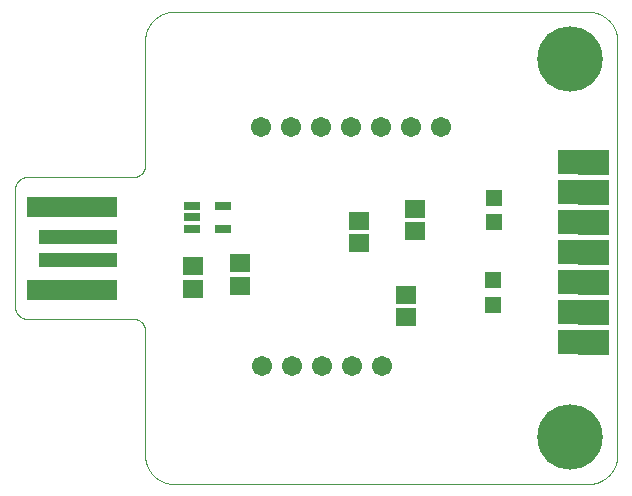
<source format=gts>
G75*
%MOIN*%
%OFA0B0*%
%FSLAX25Y25*%
%IPPOS*%
%LPD*%
%AMOC8*
5,1,8,0,0,1.08239X$1,22.5*
%
%ADD10C,0.00000*%
%ADD11R,0.06706X0.05918*%
%ADD12R,0.30328X0.06706*%
%ADD13R,0.26391X0.04737*%
%ADD14R,0.08200X0.08200*%
%ADD15C,0.00001*%
%ADD16C,0.06737*%
%ADD17R,0.05524X0.05524*%
%ADD18R,0.05524X0.02965*%
%ADD19C,0.21800*%
D10*
X0056328Y0010843D02*
X0056328Y0052181D01*
X0056326Y0052305D01*
X0056320Y0052428D01*
X0056311Y0052552D01*
X0056297Y0052674D01*
X0056280Y0052797D01*
X0056258Y0052919D01*
X0056233Y0053040D01*
X0056204Y0053160D01*
X0056172Y0053279D01*
X0056135Y0053398D01*
X0056095Y0053515D01*
X0056052Y0053630D01*
X0056004Y0053745D01*
X0055953Y0053857D01*
X0055899Y0053968D01*
X0055841Y0054078D01*
X0055780Y0054185D01*
X0055715Y0054291D01*
X0055647Y0054394D01*
X0055576Y0054495D01*
X0055502Y0054594D01*
X0055425Y0054691D01*
X0055344Y0054785D01*
X0055261Y0054876D01*
X0055175Y0054965D01*
X0055086Y0055051D01*
X0054995Y0055134D01*
X0054901Y0055215D01*
X0054804Y0055292D01*
X0054705Y0055366D01*
X0054604Y0055437D01*
X0054501Y0055505D01*
X0054395Y0055570D01*
X0054288Y0055631D01*
X0054178Y0055689D01*
X0054067Y0055743D01*
X0053955Y0055794D01*
X0053840Y0055842D01*
X0053725Y0055885D01*
X0053608Y0055925D01*
X0053489Y0055962D01*
X0053370Y0055994D01*
X0053250Y0056023D01*
X0053129Y0056048D01*
X0053007Y0056070D01*
X0052884Y0056087D01*
X0052762Y0056101D01*
X0052638Y0056110D01*
X0052515Y0056116D01*
X0052391Y0056118D01*
X0016958Y0056118D01*
X0016834Y0056120D01*
X0016711Y0056126D01*
X0016587Y0056135D01*
X0016465Y0056149D01*
X0016342Y0056166D01*
X0016220Y0056188D01*
X0016099Y0056213D01*
X0015979Y0056242D01*
X0015860Y0056274D01*
X0015741Y0056311D01*
X0015624Y0056351D01*
X0015509Y0056394D01*
X0015394Y0056442D01*
X0015282Y0056493D01*
X0015171Y0056547D01*
X0015061Y0056605D01*
X0014954Y0056666D01*
X0014848Y0056731D01*
X0014745Y0056799D01*
X0014644Y0056870D01*
X0014545Y0056944D01*
X0014448Y0057021D01*
X0014354Y0057102D01*
X0014263Y0057185D01*
X0014174Y0057271D01*
X0014088Y0057360D01*
X0014005Y0057451D01*
X0013924Y0057545D01*
X0013847Y0057642D01*
X0013773Y0057741D01*
X0013702Y0057842D01*
X0013634Y0057945D01*
X0013569Y0058051D01*
X0013508Y0058158D01*
X0013450Y0058268D01*
X0013396Y0058379D01*
X0013345Y0058491D01*
X0013297Y0058606D01*
X0013254Y0058721D01*
X0013214Y0058838D01*
X0013177Y0058957D01*
X0013145Y0059076D01*
X0013116Y0059196D01*
X0013091Y0059317D01*
X0013069Y0059439D01*
X0013052Y0059562D01*
X0013038Y0059684D01*
X0013029Y0059808D01*
X0013023Y0059931D01*
X0013021Y0060055D01*
X0013021Y0099425D01*
X0013023Y0099549D01*
X0013029Y0099672D01*
X0013038Y0099796D01*
X0013052Y0099918D01*
X0013069Y0100041D01*
X0013091Y0100163D01*
X0013116Y0100284D01*
X0013145Y0100404D01*
X0013177Y0100523D01*
X0013214Y0100642D01*
X0013254Y0100759D01*
X0013297Y0100874D01*
X0013345Y0100989D01*
X0013396Y0101101D01*
X0013450Y0101212D01*
X0013508Y0101322D01*
X0013569Y0101429D01*
X0013634Y0101535D01*
X0013702Y0101638D01*
X0013773Y0101739D01*
X0013847Y0101838D01*
X0013924Y0101935D01*
X0014005Y0102029D01*
X0014088Y0102120D01*
X0014174Y0102209D01*
X0014263Y0102295D01*
X0014354Y0102378D01*
X0014448Y0102459D01*
X0014545Y0102536D01*
X0014644Y0102610D01*
X0014745Y0102681D01*
X0014848Y0102749D01*
X0014954Y0102814D01*
X0015061Y0102875D01*
X0015171Y0102933D01*
X0015282Y0102987D01*
X0015394Y0103038D01*
X0015509Y0103086D01*
X0015624Y0103129D01*
X0015741Y0103169D01*
X0015860Y0103206D01*
X0015979Y0103238D01*
X0016099Y0103267D01*
X0016220Y0103292D01*
X0016342Y0103314D01*
X0016465Y0103331D01*
X0016587Y0103345D01*
X0016711Y0103354D01*
X0016834Y0103360D01*
X0016958Y0103362D01*
X0052391Y0103362D01*
X0052515Y0103364D01*
X0052638Y0103370D01*
X0052762Y0103379D01*
X0052884Y0103393D01*
X0053007Y0103410D01*
X0053129Y0103432D01*
X0053250Y0103457D01*
X0053370Y0103486D01*
X0053489Y0103518D01*
X0053608Y0103555D01*
X0053725Y0103595D01*
X0053840Y0103638D01*
X0053955Y0103686D01*
X0054067Y0103737D01*
X0054178Y0103791D01*
X0054288Y0103849D01*
X0054395Y0103910D01*
X0054501Y0103975D01*
X0054604Y0104043D01*
X0054705Y0104114D01*
X0054804Y0104188D01*
X0054901Y0104265D01*
X0054995Y0104346D01*
X0055086Y0104429D01*
X0055175Y0104515D01*
X0055261Y0104604D01*
X0055344Y0104695D01*
X0055425Y0104789D01*
X0055502Y0104886D01*
X0055576Y0104985D01*
X0055647Y0105086D01*
X0055715Y0105189D01*
X0055780Y0105295D01*
X0055841Y0105402D01*
X0055899Y0105512D01*
X0055953Y0105623D01*
X0056004Y0105735D01*
X0056052Y0105850D01*
X0056095Y0105965D01*
X0056135Y0106082D01*
X0056172Y0106201D01*
X0056204Y0106320D01*
X0056233Y0106440D01*
X0056258Y0106561D01*
X0056280Y0106683D01*
X0056297Y0106806D01*
X0056311Y0106928D01*
X0056320Y0107052D01*
X0056326Y0107175D01*
X0056328Y0107299D01*
X0056328Y0148638D01*
X0056331Y0148876D01*
X0056339Y0149114D01*
X0056354Y0149351D01*
X0056374Y0149588D01*
X0056400Y0149824D01*
X0056431Y0150060D01*
X0056468Y0150295D01*
X0056511Y0150529D01*
X0056560Y0150762D01*
X0056614Y0150994D01*
X0056674Y0151224D01*
X0056739Y0151453D01*
X0056810Y0151680D01*
X0056886Y0151905D01*
X0056968Y0152128D01*
X0057055Y0152350D01*
X0057147Y0152569D01*
X0057245Y0152786D01*
X0057347Y0153000D01*
X0057455Y0153212D01*
X0057569Y0153422D01*
X0057687Y0153628D01*
X0057810Y0153832D01*
X0057938Y0154032D01*
X0058070Y0154229D01*
X0058208Y0154424D01*
X0058350Y0154614D01*
X0058497Y0154802D01*
X0058648Y0154985D01*
X0058803Y0155165D01*
X0058963Y0155341D01*
X0059127Y0155513D01*
X0059296Y0155682D01*
X0059468Y0155846D01*
X0059644Y0156006D01*
X0059824Y0156161D01*
X0060007Y0156312D01*
X0060195Y0156459D01*
X0060385Y0156601D01*
X0060580Y0156739D01*
X0060777Y0156871D01*
X0060977Y0156999D01*
X0061181Y0157122D01*
X0061387Y0157240D01*
X0061597Y0157354D01*
X0061809Y0157462D01*
X0062023Y0157564D01*
X0062240Y0157662D01*
X0062459Y0157754D01*
X0062681Y0157841D01*
X0062904Y0157923D01*
X0063129Y0157999D01*
X0063356Y0158070D01*
X0063585Y0158135D01*
X0063815Y0158195D01*
X0064047Y0158249D01*
X0064280Y0158298D01*
X0064514Y0158341D01*
X0064749Y0158378D01*
X0064985Y0158409D01*
X0065221Y0158435D01*
X0065458Y0158455D01*
X0065695Y0158470D01*
X0065933Y0158478D01*
X0066171Y0158481D01*
X0066171Y0158480D02*
X0203966Y0158480D01*
X0203966Y0158481D02*
X0204204Y0158478D01*
X0204442Y0158470D01*
X0204679Y0158455D01*
X0204916Y0158435D01*
X0205152Y0158409D01*
X0205388Y0158378D01*
X0205623Y0158341D01*
X0205857Y0158298D01*
X0206090Y0158249D01*
X0206322Y0158195D01*
X0206552Y0158135D01*
X0206781Y0158070D01*
X0207008Y0157999D01*
X0207233Y0157923D01*
X0207456Y0157841D01*
X0207678Y0157754D01*
X0207897Y0157662D01*
X0208114Y0157564D01*
X0208328Y0157462D01*
X0208540Y0157354D01*
X0208750Y0157240D01*
X0208956Y0157122D01*
X0209160Y0156999D01*
X0209360Y0156871D01*
X0209557Y0156739D01*
X0209752Y0156601D01*
X0209942Y0156459D01*
X0210130Y0156312D01*
X0210313Y0156161D01*
X0210493Y0156006D01*
X0210669Y0155846D01*
X0210841Y0155682D01*
X0211010Y0155513D01*
X0211174Y0155341D01*
X0211334Y0155165D01*
X0211489Y0154985D01*
X0211640Y0154802D01*
X0211787Y0154614D01*
X0211929Y0154424D01*
X0212067Y0154229D01*
X0212199Y0154032D01*
X0212327Y0153832D01*
X0212450Y0153628D01*
X0212568Y0153422D01*
X0212682Y0153212D01*
X0212790Y0153000D01*
X0212892Y0152786D01*
X0212990Y0152569D01*
X0213082Y0152350D01*
X0213169Y0152128D01*
X0213251Y0151905D01*
X0213327Y0151680D01*
X0213398Y0151453D01*
X0213463Y0151224D01*
X0213523Y0150994D01*
X0213577Y0150762D01*
X0213626Y0150529D01*
X0213669Y0150295D01*
X0213706Y0150060D01*
X0213737Y0149824D01*
X0213763Y0149588D01*
X0213783Y0149351D01*
X0213798Y0149114D01*
X0213806Y0148876D01*
X0213809Y0148638D01*
X0213808Y0148638D02*
X0213808Y0010843D01*
X0213809Y0010843D02*
X0213806Y0010605D01*
X0213798Y0010367D01*
X0213783Y0010130D01*
X0213763Y0009893D01*
X0213737Y0009657D01*
X0213706Y0009421D01*
X0213669Y0009186D01*
X0213626Y0008952D01*
X0213577Y0008719D01*
X0213523Y0008487D01*
X0213463Y0008257D01*
X0213398Y0008028D01*
X0213327Y0007801D01*
X0213251Y0007576D01*
X0213169Y0007353D01*
X0213082Y0007131D01*
X0212990Y0006912D01*
X0212892Y0006695D01*
X0212790Y0006481D01*
X0212682Y0006269D01*
X0212568Y0006059D01*
X0212450Y0005853D01*
X0212327Y0005649D01*
X0212199Y0005449D01*
X0212067Y0005252D01*
X0211929Y0005057D01*
X0211787Y0004867D01*
X0211640Y0004679D01*
X0211489Y0004496D01*
X0211334Y0004316D01*
X0211174Y0004140D01*
X0211010Y0003968D01*
X0210841Y0003799D01*
X0210669Y0003635D01*
X0210493Y0003475D01*
X0210313Y0003320D01*
X0210130Y0003169D01*
X0209942Y0003022D01*
X0209752Y0002880D01*
X0209557Y0002742D01*
X0209360Y0002610D01*
X0209160Y0002482D01*
X0208956Y0002359D01*
X0208750Y0002241D01*
X0208540Y0002127D01*
X0208328Y0002019D01*
X0208114Y0001917D01*
X0207897Y0001819D01*
X0207678Y0001727D01*
X0207456Y0001640D01*
X0207233Y0001558D01*
X0207008Y0001482D01*
X0206781Y0001411D01*
X0206552Y0001346D01*
X0206322Y0001286D01*
X0206090Y0001232D01*
X0205857Y0001183D01*
X0205623Y0001140D01*
X0205388Y0001103D01*
X0205152Y0001072D01*
X0204916Y0001046D01*
X0204679Y0001026D01*
X0204442Y0001011D01*
X0204204Y0001003D01*
X0203966Y0001000D01*
X0066171Y0001000D01*
X0065933Y0001003D01*
X0065695Y0001011D01*
X0065458Y0001026D01*
X0065221Y0001046D01*
X0064985Y0001072D01*
X0064749Y0001103D01*
X0064514Y0001140D01*
X0064280Y0001183D01*
X0064047Y0001232D01*
X0063815Y0001286D01*
X0063585Y0001346D01*
X0063356Y0001411D01*
X0063129Y0001482D01*
X0062904Y0001558D01*
X0062681Y0001640D01*
X0062459Y0001727D01*
X0062240Y0001819D01*
X0062023Y0001917D01*
X0061809Y0002019D01*
X0061597Y0002127D01*
X0061387Y0002241D01*
X0061181Y0002359D01*
X0060977Y0002482D01*
X0060777Y0002610D01*
X0060580Y0002742D01*
X0060385Y0002880D01*
X0060195Y0003022D01*
X0060007Y0003169D01*
X0059824Y0003320D01*
X0059644Y0003475D01*
X0059468Y0003635D01*
X0059296Y0003799D01*
X0059127Y0003968D01*
X0058963Y0004140D01*
X0058803Y0004316D01*
X0058648Y0004496D01*
X0058497Y0004679D01*
X0058350Y0004867D01*
X0058208Y0005057D01*
X0058070Y0005252D01*
X0057938Y0005449D01*
X0057810Y0005649D01*
X0057687Y0005853D01*
X0057569Y0006059D01*
X0057455Y0006269D01*
X0057347Y0006481D01*
X0057245Y0006695D01*
X0057147Y0006912D01*
X0057055Y0007131D01*
X0056968Y0007353D01*
X0056886Y0007576D01*
X0056810Y0007801D01*
X0056739Y0008028D01*
X0056674Y0008257D01*
X0056614Y0008487D01*
X0056560Y0008719D01*
X0056511Y0008952D01*
X0056468Y0009186D01*
X0056431Y0009421D01*
X0056400Y0009657D01*
X0056374Y0009893D01*
X0056354Y0010130D01*
X0056339Y0010367D01*
X0056331Y0010605D01*
X0056328Y0010843D01*
X0200521Y0044244D02*
X0200521Y0052244D01*
X0210521Y0052244D01*
X0210521Y0044244D01*
X0209521Y0044244D01*
X0210021Y0044244D01*
X0200521Y0044244D01*
X0200521Y0054244D02*
X0200521Y0062244D01*
X0210521Y0062244D01*
X0210521Y0054244D01*
X0209521Y0054244D01*
X0210021Y0054244D01*
X0200521Y0054244D01*
X0200521Y0064244D02*
X0200521Y0072244D01*
X0210521Y0072244D01*
X0210521Y0064244D01*
X0209521Y0064244D01*
X0210021Y0064244D01*
X0200521Y0064244D01*
X0200521Y0074244D02*
X0200521Y0082244D01*
X0210521Y0082244D01*
X0210521Y0074244D01*
X0209521Y0074244D01*
X0210021Y0074244D01*
X0200521Y0074244D01*
X0200521Y0084244D02*
X0200521Y0092244D01*
X0210521Y0092244D01*
X0210521Y0084244D01*
X0209521Y0084244D01*
X0210021Y0084244D01*
X0200521Y0084244D01*
X0200521Y0094244D02*
X0200521Y0102244D01*
X0210521Y0102244D01*
X0210521Y0094244D01*
X0209521Y0094244D01*
X0210021Y0094244D01*
X0200521Y0094244D01*
X0200521Y0104244D02*
X0200521Y0112244D01*
X0210521Y0112244D01*
X0210521Y0104244D01*
X0209521Y0104244D01*
X0210021Y0104244D01*
X0200521Y0104244D01*
D11*
X0146486Y0092772D03*
X0146486Y0085291D03*
X0127588Y0088756D03*
X0127588Y0081276D03*
X0143336Y0064150D03*
X0143336Y0056669D03*
X0087903Y0067142D03*
X0087903Y0074622D03*
X0072470Y0073677D03*
X0072470Y0066197D03*
D12*
X0031879Y0065764D03*
X0031879Y0093323D03*
D13*
X0033848Y0083480D03*
X0033848Y0075606D03*
D14*
X0198021Y0078244D03*
X0198021Y0088244D03*
X0198021Y0098244D03*
X0198021Y0108244D03*
X0198021Y0068244D03*
X0198021Y0058244D03*
X0198021Y0048244D03*
D15*
X0200521Y0048251D02*
X0210521Y0048251D01*
X0210521Y0048252D02*
X0200521Y0048252D01*
X0200521Y0048253D02*
X0210521Y0048253D01*
X0210521Y0048254D02*
X0200521Y0048254D01*
X0200521Y0048255D02*
X0210521Y0048255D01*
X0210521Y0048256D02*
X0200521Y0048256D01*
X0200521Y0048257D02*
X0210521Y0048257D01*
X0210521Y0048258D02*
X0200521Y0048258D01*
X0200521Y0048259D02*
X0210521Y0048259D01*
X0210521Y0048260D02*
X0200521Y0048260D01*
X0200521Y0048261D02*
X0210521Y0048261D01*
X0210521Y0048262D02*
X0200521Y0048262D01*
X0200521Y0048263D02*
X0210521Y0048263D01*
X0210521Y0048264D02*
X0200521Y0048264D01*
X0200521Y0048265D02*
X0210521Y0048265D01*
X0210521Y0048266D02*
X0200521Y0048266D01*
X0200521Y0048267D02*
X0210521Y0048267D01*
X0210521Y0048268D02*
X0200521Y0048268D01*
X0200521Y0048269D02*
X0210521Y0048269D01*
X0210521Y0048270D02*
X0200521Y0048270D01*
X0200521Y0048271D02*
X0210521Y0048271D01*
X0210521Y0048272D02*
X0200521Y0048272D01*
X0200521Y0048273D02*
X0210521Y0048273D01*
X0210521Y0048274D02*
X0200521Y0048274D01*
X0200521Y0048275D02*
X0210521Y0048275D01*
X0210521Y0048276D02*
X0200521Y0048276D01*
X0200521Y0048277D02*
X0210521Y0048277D01*
X0210521Y0048278D02*
X0200521Y0048278D01*
X0200521Y0048279D02*
X0210521Y0048279D01*
X0210521Y0048280D02*
X0200521Y0048280D01*
X0200521Y0048281D02*
X0210521Y0048281D01*
X0200521Y0048281D01*
X0200521Y0048282D02*
X0210521Y0048282D01*
X0210521Y0048283D02*
X0200521Y0048283D01*
X0200521Y0048284D02*
X0210521Y0048284D01*
X0210521Y0048285D02*
X0200521Y0048285D01*
X0200521Y0048286D02*
X0210521Y0048286D01*
X0210521Y0048287D02*
X0200521Y0048287D01*
X0200521Y0048288D02*
X0210521Y0048288D01*
X0210521Y0048289D02*
X0200521Y0048289D01*
X0200521Y0048290D02*
X0210521Y0048290D01*
X0210521Y0048291D02*
X0200521Y0048291D01*
X0200521Y0048292D02*
X0210521Y0048292D01*
X0210521Y0048293D02*
X0200521Y0048293D01*
X0200521Y0048294D02*
X0210521Y0048294D01*
X0210521Y0048295D02*
X0200521Y0048295D01*
X0200521Y0048296D02*
X0210521Y0048296D01*
X0210521Y0048297D02*
X0200521Y0048297D01*
X0200521Y0048298D02*
X0210521Y0048298D01*
X0210521Y0048299D02*
X0200521Y0048299D01*
X0200521Y0048300D02*
X0210521Y0048300D01*
X0210521Y0048301D02*
X0200521Y0048301D01*
X0200521Y0048302D02*
X0210521Y0048302D01*
X0210521Y0048303D02*
X0200521Y0048303D01*
X0200521Y0048304D02*
X0210521Y0048304D01*
X0210521Y0048305D02*
X0200521Y0048305D01*
X0200521Y0048306D02*
X0210521Y0048306D01*
X0210521Y0048307D02*
X0200521Y0048307D01*
X0200521Y0048308D02*
X0210521Y0048308D01*
X0210521Y0048309D02*
X0200521Y0048309D01*
X0200521Y0048310D02*
X0210521Y0048310D01*
X0210521Y0048311D02*
X0200521Y0048311D01*
X0200521Y0048312D02*
X0210521Y0048312D01*
X0210521Y0048313D02*
X0200521Y0048313D01*
X0200521Y0048314D02*
X0210521Y0048314D01*
X0210521Y0048315D02*
X0200521Y0048315D01*
X0200521Y0048316D02*
X0210521Y0048316D01*
X0210521Y0048317D02*
X0200521Y0048317D01*
X0200521Y0048318D02*
X0210521Y0048318D01*
X0210521Y0048319D02*
X0200521Y0048319D01*
X0200521Y0048320D02*
X0210521Y0048320D01*
X0210521Y0048321D02*
X0200521Y0048321D01*
X0200521Y0048322D02*
X0210521Y0048322D01*
X0210521Y0048323D02*
X0200521Y0048323D01*
X0200521Y0048324D02*
X0210521Y0048324D01*
X0210521Y0048325D02*
X0200521Y0048325D01*
X0200521Y0048326D02*
X0210521Y0048326D01*
X0210521Y0048327D02*
X0200521Y0048327D01*
X0200521Y0048328D02*
X0210521Y0048328D01*
X0210521Y0048329D02*
X0200521Y0048329D01*
X0200521Y0048330D02*
X0210521Y0048330D01*
X0210521Y0048331D02*
X0200521Y0048331D01*
X0200521Y0048332D02*
X0210521Y0048332D01*
X0210521Y0048333D02*
X0200521Y0048333D01*
X0200521Y0048334D02*
X0210521Y0048334D01*
X0210521Y0048335D02*
X0200521Y0048335D01*
X0200521Y0048336D02*
X0210521Y0048336D01*
X0210521Y0048337D02*
X0200521Y0048337D01*
X0200521Y0048338D02*
X0210521Y0048338D01*
X0210521Y0048339D02*
X0200521Y0048339D01*
X0200521Y0048340D02*
X0210521Y0048340D01*
X0210521Y0048341D02*
X0200521Y0048341D01*
X0200521Y0048342D02*
X0210521Y0048342D01*
X0210521Y0048343D02*
X0200521Y0048343D01*
X0200521Y0048344D02*
X0210521Y0048344D01*
X0200521Y0048344D01*
X0200521Y0048345D02*
X0210521Y0048345D01*
X0210521Y0048346D02*
X0200521Y0048346D01*
X0200521Y0048347D02*
X0210521Y0048347D01*
X0210521Y0048348D02*
X0200521Y0048348D01*
X0200521Y0048349D02*
X0210521Y0048349D01*
X0210521Y0048350D02*
X0200521Y0048350D01*
X0200521Y0048351D02*
X0210521Y0048351D01*
X0210521Y0048352D02*
X0200521Y0048352D01*
X0200521Y0048353D02*
X0210521Y0048353D01*
X0210521Y0048354D02*
X0200521Y0048354D01*
X0200521Y0048355D02*
X0210521Y0048355D01*
X0210521Y0048356D02*
X0200521Y0048356D01*
X0200521Y0048357D02*
X0210521Y0048357D01*
X0210521Y0048358D02*
X0200521Y0048358D01*
X0200521Y0048359D02*
X0210521Y0048359D01*
X0210521Y0048360D02*
X0200521Y0048360D01*
X0200521Y0048361D02*
X0210521Y0048361D01*
X0210521Y0048362D02*
X0200521Y0048362D01*
X0200521Y0048363D02*
X0210521Y0048363D01*
X0210521Y0048364D02*
X0200521Y0048364D01*
X0200521Y0048365D02*
X0210521Y0048365D01*
X0210521Y0048366D02*
X0200521Y0048366D01*
X0200521Y0048367D02*
X0210521Y0048367D01*
X0210521Y0048368D02*
X0200521Y0048368D01*
X0200521Y0048369D02*
X0210521Y0048369D01*
X0210521Y0048370D02*
X0200521Y0048370D01*
X0200521Y0048371D02*
X0210521Y0048371D01*
X0210521Y0048372D02*
X0200521Y0048372D01*
X0200521Y0048373D02*
X0210521Y0048373D01*
X0210521Y0048374D02*
X0200521Y0048374D01*
X0200521Y0048375D02*
X0210521Y0048375D01*
X0210521Y0048376D02*
X0200521Y0048376D01*
X0200521Y0048377D02*
X0210521Y0048377D01*
X0210521Y0048378D02*
X0200521Y0048378D01*
X0200521Y0048379D02*
X0210521Y0048379D01*
X0210521Y0048380D02*
X0200521Y0048380D01*
X0200521Y0048381D02*
X0210521Y0048381D01*
X0210521Y0048382D02*
X0200521Y0048382D01*
X0200521Y0048383D02*
X0210521Y0048383D01*
X0210521Y0048384D02*
X0200521Y0048384D01*
X0200521Y0048385D02*
X0210521Y0048385D01*
X0210521Y0048386D02*
X0200521Y0048386D01*
X0200521Y0048387D02*
X0210521Y0048387D01*
X0210521Y0048388D02*
X0200521Y0048388D01*
X0200521Y0048389D02*
X0210521Y0048389D01*
X0210521Y0048390D02*
X0200521Y0048390D01*
X0200521Y0048391D02*
X0210521Y0048391D01*
X0210521Y0048392D02*
X0200521Y0048392D01*
X0200521Y0048393D02*
X0210521Y0048393D01*
X0210521Y0048394D02*
X0200521Y0048394D01*
X0200521Y0048395D02*
X0210521Y0048395D01*
X0210521Y0048396D02*
X0200521Y0048396D01*
X0200521Y0048397D02*
X0210521Y0048397D01*
X0210521Y0048398D02*
X0200521Y0048398D01*
X0200521Y0048399D02*
X0210521Y0048399D01*
X0210521Y0048400D02*
X0200521Y0048400D01*
X0200521Y0048401D02*
X0210521Y0048401D01*
X0210521Y0048402D02*
X0200521Y0048402D01*
X0200521Y0048403D02*
X0210521Y0048403D01*
X0210521Y0048404D02*
X0200521Y0048404D01*
X0200521Y0048405D02*
X0210521Y0048405D01*
X0210521Y0048406D02*
X0200521Y0048406D01*
X0210521Y0048406D01*
X0210521Y0048407D02*
X0200521Y0048407D01*
X0200521Y0048408D02*
X0210521Y0048408D01*
X0210521Y0048409D02*
X0200521Y0048409D01*
X0200521Y0048410D02*
X0210521Y0048410D01*
X0210521Y0048411D02*
X0200521Y0048411D01*
X0200521Y0048412D02*
X0210521Y0048412D01*
X0210521Y0048413D02*
X0200521Y0048413D01*
X0200521Y0048414D02*
X0210521Y0048414D01*
X0210521Y0048415D02*
X0200521Y0048415D01*
X0200521Y0048416D02*
X0210521Y0048416D01*
X0210521Y0048417D02*
X0200521Y0048417D01*
X0200521Y0048418D02*
X0210521Y0048418D01*
X0210521Y0048419D02*
X0200521Y0048419D01*
X0200521Y0048420D02*
X0210521Y0048420D01*
X0210521Y0048421D02*
X0200521Y0048421D01*
X0200521Y0048422D02*
X0210521Y0048422D01*
X0210521Y0048423D02*
X0200521Y0048423D01*
X0200521Y0048424D02*
X0210521Y0048424D01*
X0210521Y0048425D02*
X0200521Y0048425D01*
X0200521Y0048426D02*
X0210521Y0048426D01*
X0210521Y0048427D02*
X0200521Y0048427D01*
X0200521Y0048428D02*
X0210521Y0048428D01*
X0210521Y0048429D02*
X0200521Y0048429D01*
X0200521Y0048430D02*
X0210521Y0048430D01*
X0210521Y0048431D02*
X0200521Y0048431D01*
X0200521Y0048432D02*
X0210521Y0048432D01*
X0210521Y0048433D02*
X0200521Y0048433D01*
X0200521Y0048434D02*
X0210521Y0048434D01*
X0210521Y0048435D02*
X0200521Y0048435D01*
X0200521Y0048436D02*
X0210521Y0048436D01*
X0210521Y0048437D02*
X0200521Y0048437D01*
X0200521Y0048438D02*
X0210521Y0048438D01*
X0210521Y0048439D02*
X0200521Y0048439D01*
X0200521Y0048440D02*
X0210521Y0048440D01*
X0210521Y0048441D02*
X0200521Y0048441D01*
X0200521Y0048442D02*
X0210521Y0048442D01*
X0210521Y0048443D02*
X0200521Y0048443D01*
X0200521Y0048444D02*
X0210521Y0048444D01*
X0210521Y0048445D02*
X0200521Y0048445D01*
X0200521Y0048446D02*
X0210521Y0048446D01*
X0210521Y0048447D02*
X0200521Y0048447D01*
X0200521Y0048448D02*
X0210521Y0048448D01*
X0210521Y0048449D02*
X0200521Y0048449D01*
X0200521Y0048450D02*
X0210521Y0048450D01*
X0210521Y0048451D02*
X0200521Y0048451D01*
X0200521Y0048452D02*
X0210521Y0048452D01*
X0210521Y0048453D02*
X0200521Y0048453D01*
X0200521Y0048454D02*
X0210521Y0048454D01*
X0210521Y0048455D02*
X0200521Y0048455D01*
X0200521Y0048456D02*
X0210521Y0048456D01*
X0210521Y0048457D02*
X0200521Y0048457D01*
X0200521Y0048458D02*
X0210521Y0048458D01*
X0210521Y0048459D02*
X0200521Y0048459D01*
X0200521Y0048460D02*
X0210521Y0048460D01*
X0210521Y0048461D02*
X0200521Y0048461D01*
X0200521Y0048462D02*
X0210521Y0048462D01*
X0210521Y0048463D02*
X0200521Y0048463D01*
X0200521Y0048464D02*
X0210521Y0048464D01*
X0210521Y0048465D02*
X0200521Y0048465D01*
X0200521Y0048466D02*
X0210521Y0048466D01*
X0210521Y0048467D02*
X0200521Y0048467D01*
X0200521Y0048468D02*
X0210521Y0048468D01*
X0210521Y0048469D02*
X0200521Y0048469D01*
X0210521Y0048469D01*
X0210521Y0048470D02*
X0200521Y0048470D01*
X0200521Y0048471D02*
X0210521Y0048471D01*
X0210521Y0048472D02*
X0200521Y0048472D01*
X0200521Y0048473D02*
X0210521Y0048473D01*
X0210521Y0048474D02*
X0200521Y0048474D01*
X0200521Y0048475D02*
X0210521Y0048475D01*
X0210521Y0048476D02*
X0200521Y0048476D01*
X0200521Y0048477D02*
X0210521Y0048477D01*
X0210521Y0048478D02*
X0200521Y0048478D01*
X0200521Y0048479D02*
X0210521Y0048479D01*
X0210521Y0048480D02*
X0200521Y0048480D01*
X0200521Y0048481D02*
X0210521Y0048481D01*
X0210521Y0048482D02*
X0200521Y0048482D01*
X0200521Y0048483D02*
X0210521Y0048483D01*
X0210521Y0048484D02*
X0200521Y0048484D01*
X0200521Y0048485D02*
X0210521Y0048485D01*
X0210521Y0048486D02*
X0200521Y0048486D01*
X0200521Y0048487D02*
X0210521Y0048487D01*
X0210521Y0048488D02*
X0200521Y0048488D01*
X0200521Y0048489D02*
X0210521Y0048489D01*
X0210521Y0048490D02*
X0200521Y0048490D01*
X0200521Y0048491D02*
X0210521Y0048491D01*
X0210521Y0048492D02*
X0200521Y0048492D01*
X0200521Y0048493D02*
X0210521Y0048493D01*
X0210521Y0048494D02*
X0200521Y0048494D01*
X0200521Y0048495D02*
X0210521Y0048495D01*
X0210521Y0048496D02*
X0200521Y0048496D01*
X0200521Y0048497D02*
X0210521Y0048497D01*
X0210521Y0048498D02*
X0200521Y0048498D01*
X0200521Y0048499D02*
X0210521Y0048499D01*
X0210521Y0048500D02*
X0200521Y0048500D01*
X0200521Y0048501D02*
X0210521Y0048501D01*
X0210521Y0048502D02*
X0200521Y0048502D01*
X0200521Y0048503D02*
X0210521Y0048503D01*
X0210521Y0048504D02*
X0200521Y0048504D01*
X0200521Y0048505D02*
X0210521Y0048505D01*
X0210521Y0048506D02*
X0200521Y0048506D01*
X0200521Y0048507D02*
X0210521Y0048507D01*
X0210521Y0048508D02*
X0200521Y0048508D01*
X0200521Y0048509D02*
X0210521Y0048509D01*
X0210521Y0048510D02*
X0200521Y0048510D01*
X0200521Y0048511D02*
X0210521Y0048511D01*
X0210521Y0048512D02*
X0200521Y0048512D01*
X0200521Y0048513D02*
X0210521Y0048513D01*
X0210521Y0048514D02*
X0200521Y0048514D01*
X0200521Y0048515D02*
X0210521Y0048515D01*
X0210521Y0048516D02*
X0200521Y0048516D01*
X0200521Y0048517D02*
X0210521Y0048517D01*
X0210521Y0048518D02*
X0200521Y0048518D01*
X0200521Y0048519D02*
X0210521Y0048519D01*
X0210521Y0048520D02*
X0200521Y0048520D01*
X0200521Y0048521D02*
X0210521Y0048521D01*
X0210521Y0048522D02*
X0200521Y0048522D01*
X0200521Y0048523D02*
X0210521Y0048523D01*
X0210521Y0048524D02*
X0200521Y0048524D01*
X0200521Y0048525D02*
X0210521Y0048525D01*
X0210521Y0048526D02*
X0200521Y0048526D01*
X0200521Y0048527D02*
X0210521Y0048527D01*
X0210521Y0048528D02*
X0200521Y0048528D01*
X0200521Y0048529D02*
X0210521Y0048529D01*
X0210521Y0048530D02*
X0200521Y0048530D01*
X0200521Y0048531D02*
X0210521Y0048531D01*
X0200521Y0048531D01*
X0200521Y0048532D02*
X0210521Y0048532D01*
X0210521Y0048533D02*
X0200521Y0048533D01*
X0200521Y0048534D02*
X0210521Y0048534D01*
X0210521Y0048535D02*
X0200521Y0048535D01*
X0200521Y0048536D02*
X0210521Y0048536D01*
X0210521Y0048537D02*
X0200521Y0048537D01*
X0200521Y0048538D02*
X0210521Y0048538D01*
X0210521Y0048539D02*
X0200521Y0048539D01*
X0200521Y0048540D02*
X0210521Y0048540D01*
X0210521Y0048541D02*
X0200521Y0048541D01*
X0200521Y0048542D02*
X0210521Y0048542D01*
X0210521Y0048543D02*
X0200521Y0048543D01*
X0200521Y0048544D02*
X0210521Y0048544D01*
X0210521Y0048545D02*
X0200521Y0048545D01*
X0200521Y0048546D02*
X0210521Y0048546D01*
X0210521Y0048547D02*
X0200521Y0048547D01*
X0200521Y0048548D02*
X0210521Y0048548D01*
X0210521Y0048549D02*
X0200521Y0048549D01*
X0200521Y0048550D02*
X0210521Y0048550D01*
X0210521Y0048551D02*
X0200521Y0048551D01*
X0200521Y0048552D02*
X0210521Y0048552D01*
X0210521Y0048553D02*
X0200521Y0048553D01*
X0200521Y0048554D02*
X0210521Y0048554D01*
X0210521Y0048555D02*
X0200521Y0048555D01*
X0200521Y0048556D02*
X0210521Y0048556D01*
X0210521Y0048557D02*
X0200521Y0048557D01*
X0200521Y0048558D02*
X0210521Y0048558D01*
X0210521Y0048559D02*
X0200521Y0048559D01*
X0200521Y0048560D02*
X0210521Y0048560D01*
X0210521Y0048561D02*
X0200521Y0048561D01*
X0200521Y0048562D02*
X0210521Y0048562D01*
X0210521Y0048563D02*
X0200521Y0048563D01*
X0200521Y0048564D02*
X0210521Y0048564D01*
X0210521Y0048565D02*
X0200521Y0048565D01*
X0200521Y0048566D02*
X0210521Y0048566D01*
X0210521Y0048567D02*
X0200521Y0048567D01*
X0200521Y0048568D02*
X0210521Y0048568D01*
X0210521Y0048569D02*
X0200521Y0048569D01*
X0200521Y0048570D02*
X0210521Y0048570D01*
X0210521Y0048571D02*
X0200521Y0048571D01*
X0200521Y0048572D02*
X0210521Y0048572D01*
X0210521Y0048573D02*
X0200521Y0048573D01*
X0200521Y0048574D02*
X0210521Y0048574D01*
X0210521Y0048575D02*
X0200521Y0048575D01*
X0200521Y0048576D02*
X0210521Y0048576D01*
X0210521Y0048577D02*
X0200521Y0048577D01*
X0200521Y0048578D02*
X0210521Y0048578D01*
X0210521Y0048579D02*
X0200521Y0048579D01*
X0200521Y0048580D02*
X0210521Y0048580D01*
X0210521Y0048581D02*
X0200521Y0048581D01*
X0200521Y0048582D02*
X0210521Y0048582D01*
X0210521Y0048583D02*
X0200521Y0048583D01*
X0200521Y0048584D02*
X0210521Y0048584D01*
X0210521Y0048585D02*
X0200521Y0048585D01*
X0200521Y0048586D02*
X0210521Y0048586D01*
X0210521Y0048587D02*
X0200521Y0048587D01*
X0200521Y0048588D02*
X0210521Y0048588D01*
X0210521Y0048589D02*
X0200521Y0048589D01*
X0200521Y0048590D02*
X0210521Y0048590D01*
X0210521Y0048591D02*
X0200521Y0048591D01*
X0200521Y0048592D02*
X0210521Y0048592D01*
X0210521Y0048593D02*
X0200521Y0048593D01*
X0200521Y0048594D02*
X0210521Y0048594D01*
X0200521Y0048594D01*
X0200521Y0048595D02*
X0210521Y0048595D01*
X0210521Y0048596D02*
X0200521Y0048596D01*
X0200521Y0048597D02*
X0210521Y0048597D01*
X0210521Y0048598D02*
X0200521Y0048598D01*
X0200521Y0048599D02*
X0210521Y0048599D01*
X0210521Y0048600D02*
X0200521Y0048600D01*
X0200521Y0048601D02*
X0210521Y0048601D01*
X0210521Y0048602D02*
X0200521Y0048602D01*
X0200521Y0048603D02*
X0210521Y0048603D01*
X0210521Y0048604D02*
X0200521Y0048604D01*
X0200521Y0048605D02*
X0210521Y0048605D01*
X0210521Y0048606D02*
X0200521Y0048606D01*
X0200521Y0048607D02*
X0210521Y0048607D01*
X0210521Y0048608D02*
X0200521Y0048608D01*
X0200521Y0048609D02*
X0210521Y0048609D01*
X0210521Y0048610D02*
X0200521Y0048610D01*
X0200521Y0048611D02*
X0210521Y0048611D01*
X0210521Y0048612D02*
X0200521Y0048612D01*
X0200521Y0048613D02*
X0210521Y0048613D01*
X0210521Y0048614D02*
X0200521Y0048614D01*
X0200521Y0048615D02*
X0210521Y0048615D01*
X0210521Y0048616D02*
X0200521Y0048616D01*
X0200521Y0048617D02*
X0210521Y0048617D01*
X0210521Y0048618D02*
X0200521Y0048618D01*
X0200521Y0048619D02*
X0210521Y0048619D01*
X0210521Y0048620D02*
X0200521Y0048620D01*
X0200521Y0048621D02*
X0210521Y0048621D01*
X0210521Y0048622D02*
X0200521Y0048622D01*
X0200521Y0048623D02*
X0210521Y0048623D01*
X0210521Y0048624D02*
X0200521Y0048624D01*
X0200521Y0048625D02*
X0210521Y0048625D01*
X0210521Y0048626D02*
X0200521Y0048626D01*
X0200521Y0048627D02*
X0210521Y0048627D01*
X0210521Y0048628D02*
X0200521Y0048628D01*
X0200521Y0048629D02*
X0210521Y0048629D01*
X0210521Y0048630D02*
X0200521Y0048630D01*
X0200521Y0048631D02*
X0210521Y0048631D01*
X0210521Y0048632D02*
X0200521Y0048632D01*
X0200521Y0048633D02*
X0210521Y0048633D01*
X0210521Y0048634D02*
X0200521Y0048634D01*
X0200521Y0048635D02*
X0210521Y0048635D01*
X0210521Y0048636D02*
X0200521Y0048636D01*
X0200521Y0048637D02*
X0210521Y0048637D01*
X0210521Y0048638D02*
X0200521Y0048638D01*
X0200521Y0048639D02*
X0210521Y0048639D01*
X0210521Y0048640D02*
X0200521Y0048640D01*
X0200521Y0048641D02*
X0210521Y0048641D01*
X0210521Y0048642D02*
X0200521Y0048642D01*
X0200521Y0048643D02*
X0210521Y0048643D01*
X0210521Y0048644D02*
X0200521Y0048644D01*
X0200521Y0048645D02*
X0210521Y0048645D01*
X0210521Y0048646D02*
X0200521Y0048646D01*
X0200521Y0048647D02*
X0210521Y0048647D01*
X0210521Y0048648D02*
X0200521Y0048648D01*
X0200521Y0048649D02*
X0210521Y0048649D01*
X0210521Y0048650D02*
X0200521Y0048650D01*
X0200521Y0048651D02*
X0210521Y0048651D01*
X0210521Y0048652D02*
X0200521Y0048652D01*
X0200521Y0048653D02*
X0210521Y0048653D01*
X0210521Y0048654D02*
X0200521Y0048654D01*
X0200521Y0048655D02*
X0210521Y0048655D01*
X0210521Y0048656D02*
X0200521Y0048656D01*
X0210521Y0048656D01*
X0210521Y0048657D02*
X0200521Y0048657D01*
X0200521Y0048658D02*
X0210521Y0048658D01*
X0210521Y0048659D02*
X0200521Y0048659D01*
X0200521Y0048660D02*
X0210521Y0048660D01*
X0210521Y0048661D02*
X0200521Y0048661D01*
X0200521Y0048662D02*
X0210521Y0048662D01*
X0210521Y0048663D02*
X0200521Y0048663D01*
X0200521Y0048664D02*
X0210521Y0048664D01*
X0210521Y0048665D02*
X0200521Y0048665D01*
X0200521Y0048666D02*
X0210521Y0048666D01*
X0210521Y0048667D02*
X0200521Y0048667D01*
X0200521Y0048668D02*
X0210521Y0048668D01*
X0210521Y0048669D02*
X0200521Y0048669D01*
X0200521Y0048670D02*
X0210521Y0048670D01*
X0210521Y0048671D02*
X0200521Y0048671D01*
X0200521Y0048672D02*
X0210521Y0048672D01*
X0210521Y0048673D02*
X0200521Y0048673D01*
X0200521Y0048674D02*
X0210521Y0048674D01*
X0210521Y0048675D02*
X0200521Y0048675D01*
X0200521Y0048676D02*
X0210521Y0048676D01*
X0210521Y0048677D02*
X0200521Y0048677D01*
X0200521Y0048678D02*
X0210521Y0048678D01*
X0210521Y0048679D02*
X0200521Y0048679D01*
X0200521Y0048680D02*
X0210521Y0048680D01*
X0210521Y0048681D02*
X0200521Y0048681D01*
X0200521Y0048682D02*
X0210521Y0048682D01*
X0210521Y0048683D02*
X0200521Y0048683D01*
X0200521Y0048684D02*
X0210521Y0048684D01*
X0210521Y0048685D02*
X0200521Y0048685D01*
X0200521Y0048686D02*
X0210521Y0048686D01*
X0210521Y0048687D02*
X0200521Y0048687D01*
X0200521Y0048688D02*
X0210521Y0048688D01*
X0210521Y0048689D02*
X0200521Y0048689D01*
X0200521Y0048690D02*
X0210521Y0048690D01*
X0210521Y0048691D02*
X0200521Y0048691D01*
X0200521Y0048692D02*
X0210521Y0048692D01*
X0210521Y0048693D02*
X0200521Y0048693D01*
X0200521Y0048694D02*
X0210521Y0048694D01*
X0210521Y0048695D02*
X0200521Y0048695D01*
X0200521Y0048696D02*
X0210521Y0048696D01*
X0210521Y0048697D02*
X0200521Y0048697D01*
X0200521Y0048698D02*
X0210521Y0048698D01*
X0210521Y0048699D02*
X0200521Y0048699D01*
X0200521Y0048700D02*
X0210521Y0048700D01*
X0210521Y0048701D02*
X0200521Y0048701D01*
X0200521Y0048702D02*
X0210521Y0048702D01*
X0210521Y0048703D02*
X0200521Y0048703D01*
X0200521Y0048704D02*
X0210521Y0048704D01*
X0210521Y0048705D02*
X0200521Y0048705D01*
X0200521Y0048706D02*
X0210521Y0048706D01*
X0210521Y0048707D02*
X0200521Y0048707D01*
X0200521Y0048708D02*
X0210521Y0048708D01*
X0210521Y0048709D02*
X0200521Y0048709D01*
X0200521Y0048710D02*
X0210521Y0048710D01*
X0210521Y0048711D02*
X0200521Y0048711D01*
X0200521Y0048712D02*
X0210521Y0048712D01*
X0210521Y0048713D02*
X0200521Y0048713D01*
X0200521Y0048714D02*
X0210521Y0048714D01*
X0210521Y0048715D02*
X0200521Y0048715D01*
X0200521Y0048716D02*
X0210521Y0048716D01*
X0210521Y0048717D02*
X0200521Y0048717D01*
X0200521Y0048718D02*
X0210521Y0048718D01*
X0210521Y0048719D02*
X0200521Y0048719D01*
X0210521Y0048719D01*
X0210521Y0048720D02*
X0200521Y0048720D01*
X0200521Y0048721D02*
X0210521Y0048721D01*
X0210521Y0048722D02*
X0200521Y0048722D01*
X0200521Y0048723D02*
X0210521Y0048723D01*
X0210521Y0048724D02*
X0200521Y0048724D01*
X0200521Y0048725D02*
X0210521Y0048725D01*
X0210521Y0048726D02*
X0200521Y0048726D01*
X0200521Y0048727D02*
X0210521Y0048727D01*
X0210521Y0048728D02*
X0200521Y0048728D01*
X0200521Y0048729D02*
X0210521Y0048729D01*
X0210521Y0048730D02*
X0200521Y0048730D01*
X0200521Y0048731D02*
X0210521Y0048731D01*
X0210521Y0048732D02*
X0200521Y0048732D01*
X0200521Y0048733D02*
X0210521Y0048733D01*
X0210521Y0048734D02*
X0200521Y0048734D01*
X0200521Y0048735D02*
X0210521Y0048735D01*
X0210521Y0048736D02*
X0200521Y0048736D01*
X0200521Y0048737D02*
X0210521Y0048737D01*
X0210521Y0048738D02*
X0200521Y0048738D01*
X0200521Y0048739D02*
X0210521Y0048739D01*
X0210521Y0048740D02*
X0200521Y0048740D01*
X0200521Y0048741D02*
X0210521Y0048741D01*
X0210521Y0048742D02*
X0200521Y0048742D01*
X0200521Y0048743D02*
X0210521Y0048743D01*
X0210521Y0048744D02*
X0200521Y0048744D01*
X0200521Y0048745D02*
X0210521Y0048745D01*
X0210521Y0048746D02*
X0200521Y0048746D01*
X0200521Y0048747D02*
X0210521Y0048747D01*
X0210521Y0048748D02*
X0200521Y0048748D01*
X0200521Y0048749D02*
X0210521Y0048749D01*
X0210521Y0048750D02*
X0200521Y0048750D01*
X0200521Y0048751D02*
X0210521Y0048751D01*
X0210521Y0048752D02*
X0200521Y0048752D01*
X0200521Y0048753D02*
X0210521Y0048753D01*
X0210521Y0048754D02*
X0200521Y0048754D01*
X0200521Y0048755D02*
X0210521Y0048755D01*
X0210521Y0048756D02*
X0200521Y0048756D01*
X0200521Y0048757D02*
X0210521Y0048757D01*
X0210521Y0048758D02*
X0200521Y0048758D01*
X0200521Y0048759D02*
X0210521Y0048759D01*
X0210521Y0048760D02*
X0200521Y0048760D01*
X0200521Y0048761D02*
X0210521Y0048761D01*
X0210521Y0048762D02*
X0200521Y0048762D01*
X0200521Y0048763D02*
X0210521Y0048763D01*
X0210521Y0048764D02*
X0200521Y0048764D01*
X0200521Y0048765D02*
X0210521Y0048765D01*
X0210521Y0048766D02*
X0200521Y0048766D01*
X0200521Y0048767D02*
X0210521Y0048767D01*
X0210521Y0048768D02*
X0200521Y0048768D01*
X0200521Y0048769D02*
X0210521Y0048769D01*
X0210521Y0048770D02*
X0200521Y0048770D01*
X0200521Y0048771D02*
X0210521Y0048771D01*
X0210521Y0048772D02*
X0200521Y0048772D01*
X0200521Y0048773D02*
X0210521Y0048773D01*
X0210521Y0048774D02*
X0200521Y0048774D01*
X0200521Y0048775D02*
X0210521Y0048775D01*
X0210521Y0048776D02*
X0200521Y0048776D01*
X0200521Y0048777D02*
X0210521Y0048777D01*
X0210521Y0048778D02*
X0200521Y0048778D01*
X0200521Y0048779D02*
X0210521Y0048779D01*
X0210521Y0048780D02*
X0200521Y0048780D01*
X0200521Y0048781D02*
X0210521Y0048781D01*
X0200521Y0048781D01*
X0200521Y0048782D02*
X0210521Y0048782D01*
X0210521Y0048783D02*
X0200521Y0048783D01*
X0200521Y0048784D02*
X0210521Y0048784D01*
X0210521Y0048785D02*
X0200521Y0048785D01*
X0200521Y0048786D02*
X0210521Y0048786D01*
X0210521Y0048787D02*
X0200521Y0048787D01*
X0200521Y0048788D02*
X0210521Y0048788D01*
X0210521Y0048789D02*
X0200521Y0048789D01*
X0200521Y0048790D02*
X0210521Y0048790D01*
X0210521Y0048791D02*
X0200521Y0048791D01*
X0200521Y0048792D02*
X0210521Y0048792D01*
X0210521Y0048793D02*
X0200521Y0048793D01*
X0200521Y0048794D02*
X0210521Y0048794D01*
X0210521Y0048795D02*
X0200521Y0048795D01*
X0200521Y0048796D02*
X0210521Y0048796D01*
X0210521Y0048797D02*
X0200521Y0048797D01*
X0200521Y0048798D02*
X0210521Y0048798D01*
X0210521Y0048799D02*
X0200521Y0048799D01*
X0200521Y0048800D02*
X0210521Y0048800D01*
X0210521Y0048801D02*
X0200521Y0048801D01*
X0200521Y0048802D02*
X0210521Y0048802D01*
X0210521Y0048803D02*
X0200521Y0048803D01*
X0200521Y0048804D02*
X0210521Y0048804D01*
X0210521Y0048805D02*
X0200521Y0048805D01*
X0200521Y0048806D02*
X0210521Y0048806D01*
X0210521Y0048807D02*
X0200521Y0048807D01*
X0200521Y0048808D02*
X0210521Y0048808D01*
X0210521Y0048809D02*
X0200521Y0048809D01*
X0200521Y0048810D02*
X0210521Y0048810D01*
X0210521Y0048811D02*
X0200521Y0048811D01*
X0200521Y0048812D02*
X0210521Y0048812D01*
X0210521Y0048813D02*
X0200521Y0048813D01*
X0200521Y0048814D02*
X0210521Y0048814D01*
X0210521Y0048815D02*
X0200521Y0048815D01*
X0200521Y0048816D02*
X0210521Y0048816D01*
X0210521Y0048817D02*
X0200521Y0048817D01*
X0200521Y0048818D02*
X0210521Y0048818D01*
X0210521Y0048819D02*
X0200521Y0048819D01*
X0200521Y0048820D02*
X0210521Y0048820D01*
X0210521Y0048821D02*
X0200521Y0048821D01*
X0200521Y0048822D02*
X0210521Y0048822D01*
X0210521Y0048823D02*
X0200521Y0048823D01*
X0200521Y0048824D02*
X0210521Y0048824D01*
X0210521Y0048825D02*
X0200521Y0048825D01*
X0200521Y0048826D02*
X0210521Y0048826D01*
X0210521Y0048827D02*
X0200521Y0048827D01*
X0200521Y0048828D02*
X0210521Y0048828D01*
X0210521Y0048829D02*
X0200521Y0048829D01*
X0200521Y0048830D02*
X0210521Y0048830D01*
X0210521Y0048831D02*
X0200521Y0048831D01*
X0200521Y0048832D02*
X0210521Y0048832D01*
X0210521Y0048833D02*
X0200521Y0048833D01*
X0200521Y0048834D02*
X0210521Y0048834D01*
X0210521Y0048835D02*
X0200521Y0048835D01*
X0200521Y0048836D02*
X0210521Y0048836D01*
X0210521Y0048837D02*
X0200521Y0048837D01*
X0200521Y0048838D02*
X0210521Y0048838D01*
X0210521Y0048839D02*
X0200521Y0048839D01*
X0200521Y0048840D02*
X0210521Y0048840D01*
X0210521Y0048841D02*
X0200521Y0048841D01*
X0200521Y0048842D02*
X0210521Y0048842D01*
X0210521Y0048843D02*
X0200521Y0048843D01*
X0200521Y0048844D02*
X0210521Y0048844D01*
X0200521Y0048844D01*
X0200521Y0048845D02*
X0210521Y0048845D01*
X0210521Y0048846D02*
X0200521Y0048846D01*
X0200521Y0048847D02*
X0210521Y0048847D01*
X0210521Y0048848D02*
X0200521Y0048848D01*
X0200521Y0048849D02*
X0210521Y0048849D01*
X0210521Y0048850D02*
X0200521Y0048850D01*
X0200521Y0048851D02*
X0210521Y0048851D01*
X0210521Y0048852D02*
X0200521Y0048852D01*
X0200521Y0048853D02*
X0210521Y0048853D01*
X0210521Y0048854D02*
X0200521Y0048854D01*
X0200521Y0048855D02*
X0210521Y0048855D01*
X0210521Y0048856D02*
X0200521Y0048856D01*
X0200521Y0048857D02*
X0210521Y0048857D01*
X0210521Y0048858D02*
X0200521Y0048858D01*
X0200521Y0048859D02*
X0210521Y0048859D01*
X0210521Y0048860D02*
X0200521Y0048860D01*
X0200521Y0048861D02*
X0210521Y0048861D01*
X0210521Y0048862D02*
X0200521Y0048862D01*
X0200521Y0048863D02*
X0210521Y0048863D01*
X0210521Y0048864D02*
X0200521Y0048864D01*
X0200521Y0048865D02*
X0210521Y0048865D01*
X0210521Y0048866D02*
X0200521Y0048866D01*
X0200521Y0048867D02*
X0210521Y0048867D01*
X0210521Y0048868D02*
X0200521Y0048868D01*
X0200521Y0048869D02*
X0210521Y0048869D01*
X0210521Y0048870D02*
X0200521Y0048870D01*
X0200521Y0048871D02*
X0210521Y0048871D01*
X0210521Y0048872D02*
X0200521Y0048872D01*
X0200521Y0048873D02*
X0210521Y0048873D01*
X0210521Y0048874D02*
X0200521Y0048874D01*
X0200521Y0048875D02*
X0210521Y0048875D01*
X0210521Y0048876D02*
X0200521Y0048876D01*
X0200521Y0048877D02*
X0210521Y0048877D01*
X0210521Y0048878D02*
X0200521Y0048878D01*
X0200521Y0048879D02*
X0210521Y0048879D01*
X0210521Y0048880D02*
X0200521Y0048880D01*
X0200521Y0048881D02*
X0210521Y0048881D01*
X0210521Y0048882D02*
X0200521Y0048882D01*
X0200521Y0048883D02*
X0210521Y0048883D01*
X0210521Y0048884D02*
X0200521Y0048884D01*
X0200521Y0048885D02*
X0210521Y0048885D01*
X0210521Y0048886D02*
X0200521Y0048886D01*
X0200521Y0048887D02*
X0210521Y0048887D01*
X0210521Y0048888D02*
X0200521Y0048888D01*
X0200521Y0048889D02*
X0210521Y0048889D01*
X0210521Y0048890D02*
X0200521Y0048890D01*
X0200521Y0048891D02*
X0210521Y0048891D01*
X0210521Y0048892D02*
X0200521Y0048892D01*
X0200521Y0048893D02*
X0210521Y0048893D01*
X0210521Y0048894D02*
X0200521Y0048894D01*
X0200521Y0048895D02*
X0210521Y0048895D01*
X0210521Y0048896D02*
X0200521Y0048896D01*
X0200521Y0048897D02*
X0210521Y0048897D01*
X0210521Y0048898D02*
X0200521Y0048898D01*
X0200521Y0048899D02*
X0210521Y0048899D01*
X0210521Y0048900D02*
X0200521Y0048900D01*
X0200521Y0048901D02*
X0210521Y0048901D01*
X0210521Y0048902D02*
X0200521Y0048902D01*
X0200521Y0048903D02*
X0210521Y0048903D01*
X0210521Y0048904D02*
X0200521Y0048904D01*
X0200521Y0048905D02*
X0210521Y0048905D01*
X0210521Y0048906D02*
X0200521Y0048906D01*
X0210521Y0048906D01*
X0210521Y0048907D02*
X0200521Y0048907D01*
X0200521Y0048908D02*
X0210521Y0048908D01*
X0210521Y0048909D02*
X0200521Y0048909D01*
X0200521Y0048910D02*
X0210521Y0048910D01*
X0210521Y0048911D02*
X0200521Y0048911D01*
X0200521Y0048912D02*
X0210521Y0048912D01*
X0210521Y0048913D02*
X0200521Y0048913D01*
X0200521Y0048914D02*
X0210521Y0048914D01*
X0210521Y0048915D02*
X0200521Y0048915D01*
X0200521Y0048916D02*
X0210521Y0048916D01*
X0210521Y0048917D02*
X0200521Y0048917D01*
X0200521Y0048918D02*
X0210521Y0048918D01*
X0210521Y0048919D02*
X0200521Y0048919D01*
X0200521Y0048920D02*
X0210521Y0048920D01*
X0210521Y0048921D02*
X0200521Y0048921D01*
X0200521Y0048922D02*
X0210521Y0048922D01*
X0210521Y0048923D02*
X0200521Y0048923D01*
X0200521Y0048924D02*
X0210521Y0048924D01*
X0210521Y0048925D02*
X0200521Y0048925D01*
X0200521Y0048926D02*
X0210521Y0048926D01*
X0210521Y0048927D02*
X0200521Y0048927D01*
X0200521Y0048928D02*
X0210521Y0048928D01*
X0210521Y0048929D02*
X0200521Y0048929D01*
X0200521Y0048930D02*
X0210521Y0048930D01*
X0210521Y0048931D02*
X0200521Y0048931D01*
X0200521Y0048932D02*
X0210521Y0048932D01*
X0210521Y0048933D02*
X0200521Y0048933D01*
X0200521Y0048934D02*
X0210521Y0048934D01*
X0210521Y0048935D02*
X0200521Y0048935D01*
X0200521Y0048936D02*
X0210521Y0048936D01*
X0210521Y0048937D02*
X0200521Y0048937D01*
X0200521Y0048938D02*
X0210521Y0048938D01*
X0210521Y0048939D02*
X0200521Y0048939D01*
X0200521Y0048940D02*
X0210521Y0048940D01*
X0210521Y0048941D02*
X0200521Y0048941D01*
X0200521Y0048942D02*
X0210521Y0048942D01*
X0210521Y0048943D02*
X0200521Y0048943D01*
X0200521Y0048944D02*
X0210521Y0048944D01*
X0210521Y0048945D02*
X0200521Y0048945D01*
X0200521Y0048946D02*
X0210521Y0048946D01*
X0210521Y0048947D02*
X0200521Y0048947D01*
X0200521Y0048948D02*
X0210521Y0048948D01*
X0210521Y0048949D02*
X0200521Y0048949D01*
X0200521Y0048950D02*
X0210521Y0048950D01*
X0210521Y0048951D02*
X0200521Y0048951D01*
X0200521Y0048952D02*
X0210521Y0048952D01*
X0210521Y0048953D02*
X0200521Y0048953D01*
X0200521Y0048954D02*
X0210521Y0048954D01*
X0210521Y0048955D02*
X0200521Y0048955D01*
X0200521Y0048956D02*
X0210521Y0048956D01*
X0210521Y0048957D02*
X0200521Y0048957D01*
X0200521Y0048958D02*
X0210521Y0048958D01*
X0210521Y0048959D02*
X0200521Y0048959D01*
X0200521Y0048960D02*
X0210521Y0048960D01*
X0210521Y0048961D02*
X0200521Y0048961D01*
X0200521Y0048962D02*
X0210521Y0048962D01*
X0210521Y0048963D02*
X0200521Y0048963D01*
X0200521Y0048964D02*
X0210521Y0048964D01*
X0210521Y0048965D02*
X0200521Y0048965D01*
X0200521Y0048966D02*
X0210521Y0048966D01*
X0210521Y0048967D02*
X0200521Y0048967D01*
X0200521Y0048968D02*
X0210521Y0048968D01*
X0210521Y0048969D02*
X0200521Y0048969D01*
X0210521Y0048969D01*
X0210521Y0048970D02*
X0200521Y0048970D01*
X0200521Y0048971D02*
X0210521Y0048971D01*
X0210521Y0048972D02*
X0200521Y0048972D01*
X0200521Y0048973D02*
X0210521Y0048973D01*
X0210521Y0048974D02*
X0200521Y0048974D01*
X0200521Y0048975D02*
X0210521Y0048975D01*
X0210521Y0048976D02*
X0200521Y0048976D01*
X0200521Y0048977D02*
X0210521Y0048977D01*
X0210521Y0048978D02*
X0200521Y0048978D01*
X0200521Y0048979D02*
X0210521Y0048979D01*
X0210521Y0048980D02*
X0200521Y0048980D01*
X0200521Y0048981D02*
X0210521Y0048981D01*
X0210521Y0048982D02*
X0200521Y0048982D01*
X0200521Y0048983D02*
X0210521Y0048983D01*
X0210521Y0048984D02*
X0200521Y0048984D01*
X0200521Y0048985D02*
X0210521Y0048985D01*
X0210521Y0048986D02*
X0200521Y0048986D01*
X0200521Y0048987D02*
X0210521Y0048987D01*
X0210521Y0048988D02*
X0200521Y0048988D01*
X0200521Y0048989D02*
X0210521Y0048989D01*
X0210521Y0048990D02*
X0200521Y0048990D01*
X0200521Y0048991D02*
X0210521Y0048991D01*
X0210521Y0048992D02*
X0200521Y0048992D01*
X0200521Y0048993D02*
X0210521Y0048993D01*
X0210521Y0048994D02*
X0200521Y0048994D01*
X0200521Y0048995D02*
X0210521Y0048995D01*
X0210521Y0048996D02*
X0200521Y0048996D01*
X0200521Y0048997D02*
X0210521Y0048997D01*
X0210521Y0048998D02*
X0200521Y0048998D01*
X0200521Y0048999D02*
X0210521Y0048999D01*
X0210521Y0049000D02*
X0200521Y0049000D01*
X0200521Y0049001D02*
X0210521Y0049001D01*
X0210521Y0049002D02*
X0200521Y0049002D01*
X0200521Y0049003D02*
X0210521Y0049003D01*
X0210521Y0049004D02*
X0200521Y0049004D01*
X0200521Y0049005D02*
X0210521Y0049005D01*
X0210521Y0049006D02*
X0200521Y0049006D01*
X0200521Y0049007D02*
X0210521Y0049007D01*
X0210521Y0049008D02*
X0200521Y0049008D01*
X0200521Y0049009D02*
X0210521Y0049009D01*
X0210521Y0049010D02*
X0200521Y0049010D01*
X0200521Y0049011D02*
X0210521Y0049011D01*
X0210521Y0049012D02*
X0200521Y0049012D01*
X0200521Y0049013D02*
X0210521Y0049013D01*
X0210521Y0049014D02*
X0200521Y0049014D01*
X0200521Y0049015D02*
X0210521Y0049015D01*
X0210521Y0049016D02*
X0200521Y0049016D01*
X0200521Y0049017D02*
X0210521Y0049017D01*
X0210521Y0049018D02*
X0200521Y0049018D01*
X0200521Y0049019D02*
X0210521Y0049019D01*
X0210521Y0049020D02*
X0200521Y0049020D01*
X0200521Y0049021D02*
X0210521Y0049021D01*
X0210521Y0049022D02*
X0200521Y0049022D01*
X0200521Y0049023D02*
X0210521Y0049023D01*
X0210521Y0049024D02*
X0200521Y0049024D01*
X0200521Y0049025D02*
X0210521Y0049025D01*
X0210521Y0049026D02*
X0200521Y0049026D01*
X0200521Y0049027D02*
X0210521Y0049027D01*
X0210521Y0049028D02*
X0200521Y0049028D01*
X0200521Y0049029D02*
X0210521Y0049029D01*
X0210521Y0049030D02*
X0200521Y0049030D01*
X0200521Y0049031D02*
X0210521Y0049031D01*
X0200521Y0049031D01*
X0200521Y0049032D02*
X0210521Y0049032D01*
X0210521Y0049033D02*
X0200521Y0049033D01*
X0200521Y0049034D02*
X0210521Y0049034D01*
X0210521Y0049035D02*
X0200521Y0049035D01*
X0200521Y0049036D02*
X0210521Y0049036D01*
X0210521Y0049037D02*
X0200521Y0049037D01*
X0200521Y0049038D02*
X0210521Y0049038D01*
X0210521Y0049039D02*
X0200521Y0049039D01*
X0200521Y0049040D02*
X0210521Y0049040D01*
X0210521Y0049041D02*
X0200521Y0049041D01*
X0200521Y0049042D02*
X0210521Y0049042D01*
X0210521Y0049043D02*
X0200521Y0049043D01*
X0200521Y0049044D02*
X0210521Y0049044D01*
X0210521Y0049045D02*
X0200521Y0049045D01*
X0200521Y0049046D02*
X0210521Y0049046D01*
X0210521Y0049047D02*
X0200521Y0049047D01*
X0200521Y0049048D02*
X0210521Y0049048D01*
X0210521Y0049049D02*
X0200521Y0049049D01*
X0200521Y0049050D02*
X0210521Y0049050D01*
X0210521Y0049051D02*
X0200521Y0049051D01*
X0200521Y0049052D02*
X0210521Y0049052D01*
X0210521Y0049053D02*
X0200521Y0049053D01*
X0200521Y0049054D02*
X0210521Y0049054D01*
X0210521Y0049055D02*
X0200521Y0049055D01*
X0200521Y0049056D02*
X0210521Y0049056D01*
X0210521Y0049057D02*
X0200521Y0049057D01*
X0200521Y0049058D02*
X0210521Y0049058D01*
X0210521Y0049059D02*
X0200521Y0049059D01*
X0200521Y0049060D02*
X0210521Y0049060D01*
X0210521Y0049061D02*
X0200521Y0049061D01*
X0200521Y0049062D02*
X0210521Y0049062D01*
X0210521Y0049063D02*
X0200521Y0049063D01*
X0200521Y0049064D02*
X0210521Y0049064D01*
X0210521Y0049065D02*
X0200521Y0049065D01*
X0200521Y0049066D02*
X0210521Y0049066D01*
X0210521Y0049067D02*
X0200521Y0049067D01*
X0200521Y0049068D02*
X0210521Y0049068D01*
X0210521Y0049069D02*
X0200521Y0049069D01*
X0200521Y0049070D02*
X0210521Y0049070D01*
X0210521Y0049071D02*
X0200521Y0049071D01*
X0200521Y0049072D02*
X0210521Y0049072D01*
X0210521Y0049073D02*
X0200521Y0049073D01*
X0200521Y0049074D02*
X0210521Y0049074D01*
X0210521Y0049075D02*
X0200521Y0049075D01*
X0200521Y0049076D02*
X0210521Y0049076D01*
X0210521Y0049077D02*
X0200521Y0049077D01*
X0200521Y0049078D02*
X0210521Y0049078D01*
X0210521Y0049079D02*
X0200521Y0049079D01*
X0200521Y0049080D02*
X0210521Y0049080D01*
X0210521Y0049081D02*
X0200521Y0049081D01*
X0200521Y0049082D02*
X0210521Y0049082D01*
X0210521Y0049083D02*
X0200521Y0049083D01*
X0200521Y0049084D02*
X0210521Y0049084D01*
X0210521Y0049085D02*
X0200521Y0049085D01*
X0200521Y0049086D02*
X0210521Y0049086D01*
X0210521Y0049087D02*
X0200521Y0049087D01*
X0200521Y0049088D02*
X0210521Y0049088D01*
X0210521Y0049089D02*
X0200521Y0049089D01*
X0200521Y0049090D02*
X0210521Y0049090D01*
X0210521Y0049091D02*
X0200521Y0049091D01*
X0200521Y0049092D02*
X0210521Y0049092D01*
X0210521Y0049093D02*
X0200521Y0049093D01*
X0200521Y0049094D02*
X0210521Y0049094D01*
X0200521Y0049094D01*
X0200521Y0049095D02*
X0210521Y0049095D01*
X0210521Y0049096D02*
X0200521Y0049096D01*
X0200521Y0049097D02*
X0210521Y0049097D01*
X0210521Y0049098D02*
X0200521Y0049098D01*
X0200521Y0049099D02*
X0210521Y0049099D01*
X0210521Y0049100D02*
X0200521Y0049100D01*
X0200521Y0049101D02*
X0210521Y0049101D01*
X0210521Y0049102D02*
X0200521Y0049102D01*
X0200521Y0049103D02*
X0210521Y0049103D01*
X0210521Y0049104D02*
X0200521Y0049104D01*
X0200521Y0049105D02*
X0210521Y0049105D01*
X0210521Y0049106D02*
X0200521Y0049106D01*
X0200521Y0049107D02*
X0210521Y0049107D01*
X0210521Y0049108D02*
X0200521Y0049108D01*
X0200521Y0049109D02*
X0210521Y0049109D01*
X0210521Y0049110D02*
X0200521Y0049110D01*
X0200521Y0049111D02*
X0210521Y0049111D01*
X0210521Y0049112D02*
X0200521Y0049112D01*
X0200521Y0049113D02*
X0210521Y0049113D01*
X0210521Y0049114D02*
X0200521Y0049114D01*
X0200521Y0049115D02*
X0210521Y0049115D01*
X0210521Y0049116D02*
X0200521Y0049116D01*
X0200521Y0049117D02*
X0210521Y0049117D01*
X0210521Y0049118D02*
X0200521Y0049118D01*
X0200521Y0049119D02*
X0210521Y0049119D01*
X0210521Y0049120D02*
X0200521Y0049120D01*
X0200521Y0049121D02*
X0210521Y0049121D01*
X0210521Y0049122D02*
X0200521Y0049122D01*
X0200521Y0049123D02*
X0210521Y0049123D01*
X0210521Y0049124D02*
X0200521Y0049124D01*
X0200521Y0049125D02*
X0210521Y0049125D01*
X0210521Y0049126D02*
X0200521Y0049126D01*
X0200521Y0049127D02*
X0210521Y0049127D01*
X0210521Y0049128D02*
X0200521Y0049128D01*
X0200521Y0049129D02*
X0210521Y0049129D01*
X0210521Y0049130D02*
X0200521Y0049130D01*
X0200521Y0049131D02*
X0210521Y0049131D01*
X0210521Y0049132D02*
X0200521Y0049132D01*
X0200521Y0049133D02*
X0210521Y0049133D01*
X0210521Y0049134D02*
X0200521Y0049134D01*
X0200521Y0049135D02*
X0210521Y0049135D01*
X0210521Y0049136D02*
X0200521Y0049136D01*
X0200521Y0049137D02*
X0210521Y0049137D01*
X0210521Y0049138D02*
X0200521Y0049138D01*
X0200521Y0049139D02*
X0210521Y0049139D01*
X0210521Y0049140D02*
X0200521Y0049140D01*
X0200521Y0049141D02*
X0210521Y0049141D01*
X0210521Y0049142D02*
X0200521Y0049142D01*
X0200521Y0049143D02*
X0210521Y0049143D01*
X0210521Y0049144D02*
X0200521Y0049144D01*
X0200521Y0049145D02*
X0210521Y0049145D01*
X0210521Y0049146D02*
X0200521Y0049146D01*
X0200521Y0049147D02*
X0210521Y0049147D01*
X0210521Y0049148D02*
X0200521Y0049148D01*
X0200521Y0049149D02*
X0210521Y0049149D01*
X0210521Y0049150D02*
X0200521Y0049150D01*
X0200521Y0049151D02*
X0210521Y0049151D01*
X0210521Y0049152D02*
X0200521Y0049152D01*
X0200521Y0049153D02*
X0210521Y0049153D01*
X0210521Y0049154D02*
X0200521Y0049154D01*
X0200521Y0049155D02*
X0210521Y0049155D01*
X0210521Y0049156D02*
X0200521Y0049156D01*
X0210521Y0049156D01*
X0210521Y0049157D02*
X0200521Y0049157D01*
X0200521Y0049158D02*
X0210521Y0049158D01*
X0210521Y0049159D02*
X0200521Y0049159D01*
X0200521Y0049160D02*
X0210521Y0049160D01*
X0210521Y0049161D02*
X0200521Y0049161D01*
X0200521Y0049162D02*
X0210521Y0049162D01*
X0210521Y0049163D02*
X0200521Y0049163D01*
X0200521Y0049164D02*
X0210521Y0049164D01*
X0210521Y0049165D02*
X0200521Y0049165D01*
X0200521Y0049166D02*
X0210521Y0049166D01*
X0210521Y0049167D02*
X0200521Y0049167D01*
X0200521Y0049168D02*
X0210521Y0049168D01*
X0210521Y0049169D02*
X0200521Y0049169D01*
X0200521Y0049170D02*
X0210521Y0049170D01*
X0210521Y0049171D02*
X0200521Y0049171D01*
X0200521Y0049172D02*
X0210521Y0049172D01*
X0210521Y0049173D02*
X0200521Y0049173D01*
X0200521Y0049174D02*
X0210521Y0049174D01*
X0210521Y0049175D02*
X0200521Y0049175D01*
X0200521Y0049176D02*
X0210521Y0049176D01*
X0210521Y0049177D02*
X0200521Y0049177D01*
X0200521Y0049178D02*
X0210521Y0049178D01*
X0210521Y0049179D02*
X0200521Y0049179D01*
X0200521Y0049180D02*
X0210521Y0049180D01*
X0210521Y0049181D02*
X0200521Y0049181D01*
X0200521Y0049182D02*
X0210521Y0049182D01*
X0210521Y0049183D02*
X0200521Y0049183D01*
X0200521Y0049184D02*
X0210521Y0049184D01*
X0210521Y0049185D02*
X0200521Y0049185D01*
X0200521Y0049186D02*
X0210521Y0049186D01*
X0210521Y0049187D02*
X0200521Y0049187D01*
X0200521Y0049188D02*
X0210521Y0049188D01*
X0210521Y0049189D02*
X0200521Y0049189D01*
X0200521Y0049190D02*
X0210521Y0049190D01*
X0210521Y0049191D02*
X0200521Y0049191D01*
X0200521Y0049192D02*
X0210521Y0049192D01*
X0210521Y0049193D02*
X0200521Y0049193D01*
X0200521Y0049194D02*
X0210521Y0049194D01*
X0210521Y0049195D02*
X0200521Y0049195D01*
X0200521Y0049196D02*
X0210521Y0049196D01*
X0210521Y0049197D02*
X0200521Y0049197D01*
X0200521Y0049198D02*
X0210521Y0049198D01*
X0210521Y0049199D02*
X0200521Y0049199D01*
X0200521Y0049200D02*
X0210521Y0049200D01*
X0210521Y0049201D02*
X0200521Y0049201D01*
X0200521Y0049202D02*
X0210521Y0049202D01*
X0210521Y0049203D02*
X0200521Y0049203D01*
X0200521Y0049204D02*
X0210521Y0049204D01*
X0210521Y0049205D02*
X0200521Y0049205D01*
X0200521Y0049206D02*
X0210521Y0049206D01*
X0210521Y0049207D02*
X0200521Y0049207D01*
X0200521Y0049208D02*
X0210521Y0049208D01*
X0210521Y0049209D02*
X0200521Y0049209D01*
X0200521Y0049210D02*
X0210521Y0049210D01*
X0210521Y0049211D02*
X0200521Y0049211D01*
X0200521Y0049212D02*
X0210521Y0049212D01*
X0210521Y0049213D02*
X0200521Y0049213D01*
X0200521Y0049214D02*
X0210521Y0049214D01*
X0210521Y0049215D02*
X0200521Y0049215D01*
X0200521Y0049216D02*
X0210521Y0049216D01*
X0210521Y0049217D02*
X0200521Y0049217D01*
X0200521Y0049218D02*
X0210521Y0049218D01*
X0210521Y0049219D02*
X0200521Y0049219D01*
X0210521Y0049219D01*
X0210521Y0049220D02*
X0200521Y0049220D01*
X0200521Y0049221D02*
X0210521Y0049221D01*
X0210521Y0049222D02*
X0200521Y0049222D01*
X0200521Y0049223D02*
X0210521Y0049223D01*
X0210521Y0049224D02*
X0200521Y0049224D01*
X0200521Y0049225D02*
X0210521Y0049225D01*
X0210521Y0049226D02*
X0200521Y0049226D01*
X0200521Y0049227D02*
X0210521Y0049227D01*
X0210521Y0049228D02*
X0200521Y0049228D01*
X0200521Y0049229D02*
X0210521Y0049229D01*
X0210521Y0049230D02*
X0200521Y0049230D01*
X0200521Y0049231D02*
X0210521Y0049231D01*
X0210521Y0049232D02*
X0200521Y0049232D01*
X0200521Y0049233D02*
X0210521Y0049233D01*
X0210521Y0049234D02*
X0200521Y0049234D01*
X0200521Y0049235D02*
X0210521Y0049235D01*
X0210521Y0049236D02*
X0200521Y0049236D01*
X0200521Y0049237D02*
X0210521Y0049237D01*
X0210521Y0049238D02*
X0200521Y0049238D01*
X0200521Y0049239D02*
X0210521Y0049239D01*
X0210521Y0049240D02*
X0200521Y0049240D01*
X0200521Y0049241D02*
X0210521Y0049241D01*
X0210521Y0049242D02*
X0200521Y0049242D01*
X0200521Y0049243D02*
X0210521Y0049243D01*
X0210521Y0049244D02*
X0200521Y0049244D01*
X0200521Y0049245D02*
X0210521Y0049245D01*
X0210521Y0049246D02*
X0200521Y0049246D01*
X0200521Y0049247D02*
X0210521Y0049247D01*
X0210521Y0049248D02*
X0200521Y0049248D01*
X0200521Y0049249D02*
X0210521Y0049249D01*
X0210521Y0049250D02*
X0200521Y0049250D01*
X0200521Y0049251D02*
X0210521Y0049251D01*
X0210521Y0049252D02*
X0200521Y0049252D01*
X0200521Y0049253D02*
X0210521Y0049253D01*
X0210521Y0049254D02*
X0200521Y0049254D01*
X0200521Y0049255D02*
X0210521Y0049255D01*
X0210521Y0049256D02*
X0200521Y0049256D01*
X0200521Y0049257D02*
X0210521Y0049257D01*
X0210521Y0049258D02*
X0200521Y0049258D01*
X0200521Y0049259D02*
X0210521Y0049259D01*
X0210521Y0049260D02*
X0200521Y0049260D01*
X0200521Y0049261D02*
X0210521Y0049261D01*
X0210521Y0049262D02*
X0200521Y0049262D01*
X0200521Y0049263D02*
X0210521Y0049263D01*
X0210521Y0049264D02*
X0200521Y0049264D01*
X0200521Y0049265D02*
X0210521Y0049265D01*
X0210521Y0049266D02*
X0200521Y0049266D01*
X0200521Y0049267D02*
X0210521Y0049267D01*
X0210521Y0049268D02*
X0200521Y0049268D01*
X0200521Y0049269D02*
X0210521Y0049269D01*
X0210521Y0049270D02*
X0200521Y0049270D01*
X0200521Y0049271D02*
X0210521Y0049271D01*
X0210521Y0049272D02*
X0200521Y0049272D01*
X0200521Y0049273D02*
X0210521Y0049273D01*
X0210521Y0049274D02*
X0200521Y0049274D01*
X0200521Y0049275D02*
X0210521Y0049275D01*
X0210521Y0049276D02*
X0200521Y0049276D01*
X0200521Y0049277D02*
X0210521Y0049277D01*
X0210521Y0049278D02*
X0200521Y0049278D01*
X0200521Y0049279D02*
X0210521Y0049279D01*
X0210521Y0049280D02*
X0200521Y0049280D01*
X0200521Y0049281D02*
X0210521Y0049281D01*
X0200521Y0049281D01*
X0200521Y0049282D02*
X0210521Y0049282D01*
X0210521Y0049283D02*
X0200521Y0049283D01*
X0200521Y0049284D02*
X0210521Y0049284D01*
X0210521Y0049285D02*
X0200521Y0049285D01*
X0200521Y0049286D02*
X0210521Y0049286D01*
X0210521Y0049287D02*
X0200521Y0049287D01*
X0200521Y0049288D02*
X0210521Y0049288D01*
X0210521Y0049289D02*
X0200521Y0049289D01*
X0200521Y0049290D02*
X0210521Y0049290D01*
X0210521Y0049291D02*
X0200521Y0049291D01*
X0200521Y0049292D02*
X0210521Y0049292D01*
X0210521Y0049293D02*
X0200521Y0049293D01*
X0200521Y0049294D02*
X0210521Y0049294D01*
X0210521Y0049295D02*
X0200521Y0049295D01*
X0200521Y0049296D02*
X0210521Y0049296D01*
X0210521Y0049297D02*
X0200521Y0049297D01*
X0200521Y0049298D02*
X0210521Y0049298D01*
X0210521Y0049299D02*
X0200521Y0049299D01*
X0200521Y0049300D02*
X0210521Y0049300D01*
X0210521Y0049301D02*
X0200521Y0049301D01*
X0200521Y0049302D02*
X0210521Y0049302D01*
X0210521Y0049303D02*
X0200521Y0049303D01*
X0200521Y0049304D02*
X0210521Y0049304D01*
X0210521Y0049305D02*
X0200521Y0049305D01*
X0200521Y0049306D02*
X0210521Y0049306D01*
X0210521Y0049307D02*
X0200521Y0049307D01*
X0200521Y0049308D02*
X0210521Y0049308D01*
X0210521Y0049309D02*
X0200521Y0049309D01*
X0200521Y0049310D02*
X0210521Y0049310D01*
X0210521Y0049311D02*
X0200521Y0049311D01*
X0200521Y0049312D02*
X0210521Y0049312D01*
X0210521Y0049313D02*
X0200521Y0049313D01*
X0200521Y0049314D02*
X0210521Y0049314D01*
X0210521Y0049315D02*
X0200521Y0049315D01*
X0200521Y0049316D02*
X0210521Y0049316D01*
X0210521Y0049317D02*
X0200521Y0049317D01*
X0200521Y0049318D02*
X0210521Y0049318D01*
X0210521Y0049319D02*
X0200521Y0049319D01*
X0200521Y0049320D02*
X0210521Y0049320D01*
X0210521Y0049321D02*
X0200521Y0049321D01*
X0200521Y0049322D02*
X0210521Y0049322D01*
X0210521Y0049323D02*
X0200521Y0049323D01*
X0200521Y0049324D02*
X0210521Y0049324D01*
X0210521Y0049325D02*
X0200521Y0049325D01*
X0200521Y0049326D02*
X0210521Y0049326D01*
X0210521Y0049327D02*
X0200521Y0049327D01*
X0200521Y0049328D02*
X0210521Y0049328D01*
X0210521Y0049329D02*
X0200521Y0049329D01*
X0200521Y0049330D02*
X0210521Y0049330D01*
X0210521Y0049331D02*
X0200521Y0049331D01*
X0200521Y0049332D02*
X0210521Y0049332D01*
X0210521Y0049333D02*
X0200521Y0049333D01*
X0200521Y0049334D02*
X0210521Y0049334D01*
X0210521Y0049335D02*
X0200521Y0049335D01*
X0200521Y0049336D02*
X0210521Y0049336D01*
X0210521Y0049337D02*
X0200521Y0049337D01*
X0200521Y0049338D02*
X0210521Y0049338D01*
X0210521Y0049339D02*
X0200521Y0049339D01*
X0200521Y0049340D02*
X0210521Y0049340D01*
X0210521Y0049341D02*
X0200521Y0049341D01*
X0200521Y0049342D02*
X0210521Y0049342D01*
X0210521Y0049343D02*
X0200521Y0049343D01*
X0200521Y0049344D02*
X0210521Y0049344D01*
X0200521Y0049344D01*
X0200521Y0049345D02*
X0210521Y0049345D01*
X0210521Y0049346D02*
X0200521Y0049346D01*
X0200521Y0049347D02*
X0210521Y0049347D01*
X0210521Y0049348D02*
X0200521Y0049348D01*
X0200521Y0049349D02*
X0210521Y0049349D01*
X0210521Y0049350D02*
X0200521Y0049350D01*
X0200521Y0049351D02*
X0210521Y0049351D01*
X0210521Y0049352D02*
X0200521Y0049352D01*
X0200521Y0049353D02*
X0210521Y0049353D01*
X0210521Y0049354D02*
X0200521Y0049354D01*
X0200521Y0049355D02*
X0210521Y0049355D01*
X0210521Y0049356D02*
X0200521Y0049356D01*
X0200521Y0049357D02*
X0210521Y0049357D01*
X0210521Y0049358D02*
X0200521Y0049358D01*
X0200521Y0049359D02*
X0210521Y0049359D01*
X0210521Y0049360D02*
X0200521Y0049360D01*
X0200521Y0049361D02*
X0210521Y0049361D01*
X0210521Y0049362D02*
X0200521Y0049362D01*
X0200521Y0049363D02*
X0210521Y0049363D01*
X0210521Y0049364D02*
X0200521Y0049364D01*
X0200521Y0049365D02*
X0210521Y0049365D01*
X0210521Y0049366D02*
X0200521Y0049366D01*
X0200521Y0049367D02*
X0210521Y0049367D01*
X0210521Y0049368D02*
X0200521Y0049368D01*
X0200521Y0049369D02*
X0210521Y0049369D01*
X0210521Y0049370D02*
X0200521Y0049370D01*
X0200521Y0049371D02*
X0210521Y0049371D01*
X0210521Y0049372D02*
X0200521Y0049372D01*
X0200521Y0049373D02*
X0210521Y0049373D01*
X0210521Y0049374D02*
X0200521Y0049374D01*
X0200521Y0049375D02*
X0210521Y0049375D01*
X0210521Y0049376D02*
X0200521Y0049376D01*
X0200521Y0049377D02*
X0210521Y0049377D01*
X0210521Y0049378D02*
X0200521Y0049378D01*
X0200521Y0049379D02*
X0210521Y0049379D01*
X0210521Y0049380D02*
X0200521Y0049380D01*
X0200521Y0049381D02*
X0210521Y0049381D01*
X0210521Y0049382D02*
X0200521Y0049382D01*
X0200521Y0049383D02*
X0210521Y0049383D01*
X0210521Y0049384D02*
X0200521Y0049384D01*
X0200521Y0049385D02*
X0210521Y0049385D01*
X0210521Y0049386D02*
X0200521Y0049386D01*
X0200521Y0049387D02*
X0210521Y0049387D01*
X0210521Y0049388D02*
X0200521Y0049388D01*
X0200521Y0049389D02*
X0210521Y0049389D01*
X0210521Y0049390D02*
X0200521Y0049390D01*
X0200521Y0049391D02*
X0210521Y0049391D01*
X0210521Y0049392D02*
X0200521Y0049392D01*
X0200521Y0049393D02*
X0210521Y0049393D01*
X0210521Y0049394D02*
X0200521Y0049394D01*
X0200521Y0049395D02*
X0210521Y0049395D01*
X0210521Y0049396D02*
X0200521Y0049396D01*
X0200521Y0049397D02*
X0210521Y0049397D01*
X0210521Y0049398D02*
X0200521Y0049398D01*
X0200521Y0049399D02*
X0210521Y0049399D01*
X0210521Y0049400D02*
X0200521Y0049400D01*
X0200521Y0049401D02*
X0210521Y0049401D01*
X0210521Y0049402D02*
X0200521Y0049402D01*
X0200521Y0049403D02*
X0210521Y0049403D01*
X0210521Y0049404D02*
X0200521Y0049404D01*
X0200521Y0049405D02*
X0210521Y0049405D01*
X0210521Y0049406D02*
X0200521Y0049406D01*
X0210521Y0049406D01*
X0210521Y0049407D02*
X0200521Y0049407D01*
X0200521Y0049408D02*
X0210521Y0049408D01*
X0210521Y0049409D02*
X0200521Y0049409D01*
X0200521Y0049410D02*
X0210521Y0049410D01*
X0210521Y0049411D02*
X0200521Y0049411D01*
X0200521Y0049412D02*
X0210521Y0049412D01*
X0210521Y0049413D02*
X0200521Y0049413D01*
X0200521Y0049414D02*
X0210521Y0049414D01*
X0210521Y0049415D02*
X0200521Y0049415D01*
X0200521Y0049416D02*
X0210521Y0049416D01*
X0210521Y0049417D02*
X0200521Y0049417D01*
X0200521Y0049418D02*
X0210521Y0049418D01*
X0210521Y0049419D02*
X0200521Y0049419D01*
X0200521Y0049420D02*
X0210521Y0049420D01*
X0210521Y0049421D02*
X0200521Y0049421D01*
X0200521Y0049422D02*
X0210521Y0049422D01*
X0210521Y0049423D02*
X0200521Y0049423D01*
X0200521Y0049424D02*
X0210521Y0049424D01*
X0210521Y0049425D02*
X0200521Y0049425D01*
X0200521Y0049426D02*
X0210521Y0049426D01*
X0210521Y0049427D02*
X0200521Y0049427D01*
X0200521Y0049428D02*
X0210521Y0049428D01*
X0210521Y0049429D02*
X0200521Y0049429D01*
X0200521Y0049430D02*
X0210521Y0049430D01*
X0210521Y0049431D02*
X0200521Y0049431D01*
X0200521Y0049432D02*
X0210521Y0049432D01*
X0210521Y0049433D02*
X0200521Y0049433D01*
X0200521Y0049434D02*
X0210521Y0049434D01*
X0210521Y0049435D02*
X0200521Y0049435D01*
X0200521Y0049436D02*
X0210521Y0049436D01*
X0210521Y0049437D02*
X0200521Y0049437D01*
X0200521Y0049438D02*
X0210521Y0049438D01*
X0210521Y0049439D02*
X0200521Y0049439D01*
X0200521Y0049440D02*
X0210521Y0049440D01*
X0210521Y0049441D02*
X0200521Y0049441D01*
X0200521Y0049442D02*
X0210521Y0049442D01*
X0210521Y0049443D02*
X0200521Y0049443D01*
X0200521Y0049444D02*
X0210521Y0049444D01*
X0210521Y0049445D02*
X0200521Y0049445D01*
X0200521Y0049446D02*
X0210521Y0049446D01*
X0210521Y0049447D02*
X0200521Y0049447D01*
X0200521Y0049448D02*
X0210521Y0049448D01*
X0210521Y0049449D02*
X0200521Y0049449D01*
X0200521Y0049450D02*
X0210521Y0049450D01*
X0210521Y0049451D02*
X0200521Y0049451D01*
X0200521Y0049452D02*
X0210521Y0049452D01*
X0210521Y0049453D02*
X0200521Y0049453D01*
X0200521Y0049454D02*
X0210521Y0049454D01*
X0210521Y0049455D02*
X0200521Y0049455D01*
X0200521Y0049456D02*
X0210521Y0049456D01*
X0210521Y0049457D02*
X0200521Y0049457D01*
X0200521Y0049458D02*
X0210521Y0049458D01*
X0210521Y0049459D02*
X0200521Y0049459D01*
X0200521Y0049460D02*
X0210521Y0049460D01*
X0210521Y0049461D02*
X0200521Y0049461D01*
X0200521Y0049462D02*
X0210521Y0049462D01*
X0210521Y0049463D02*
X0200521Y0049463D01*
X0200521Y0049464D02*
X0210521Y0049464D01*
X0210521Y0049465D02*
X0200521Y0049465D01*
X0200521Y0049466D02*
X0210521Y0049466D01*
X0210521Y0049467D02*
X0200521Y0049467D01*
X0200521Y0049468D02*
X0210521Y0049468D01*
X0210521Y0049469D02*
X0200521Y0049469D01*
X0210521Y0049469D01*
X0210521Y0049470D02*
X0200521Y0049470D01*
X0200521Y0049471D02*
X0210521Y0049471D01*
X0210521Y0049472D02*
X0200521Y0049472D01*
X0200521Y0049473D02*
X0210521Y0049473D01*
X0210521Y0049474D02*
X0200521Y0049474D01*
X0200521Y0049475D02*
X0210521Y0049475D01*
X0210521Y0049476D02*
X0200521Y0049476D01*
X0200521Y0049477D02*
X0210521Y0049477D01*
X0210521Y0049478D02*
X0200521Y0049478D01*
X0200521Y0049479D02*
X0210521Y0049479D01*
X0210521Y0049480D02*
X0200521Y0049480D01*
X0200521Y0049481D02*
X0210521Y0049481D01*
X0210521Y0049482D02*
X0200521Y0049482D01*
X0200521Y0049483D02*
X0210521Y0049483D01*
X0210521Y0049484D02*
X0200521Y0049484D01*
X0200521Y0049485D02*
X0210521Y0049485D01*
X0210521Y0049486D02*
X0200521Y0049486D01*
X0200521Y0049487D02*
X0210521Y0049487D01*
X0210521Y0049488D02*
X0200521Y0049488D01*
X0200521Y0049489D02*
X0210521Y0049489D01*
X0210521Y0049490D02*
X0200521Y0049490D01*
X0200521Y0049491D02*
X0210521Y0049491D01*
X0210521Y0049492D02*
X0200521Y0049492D01*
X0200521Y0049493D02*
X0210521Y0049493D01*
X0210521Y0049494D02*
X0200521Y0049494D01*
X0200521Y0049495D02*
X0210521Y0049495D01*
X0210521Y0049496D02*
X0200521Y0049496D01*
X0200521Y0049497D02*
X0210521Y0049497D01*
X0210521Y0049498D02*
X0200521Y0049498D01*
X0200521Y0049499D02*
X0210521Y0049499D01*
X0210521Y0049500D02*
X0200521Y0049500D01*
X0200521Y0049501D02*
X0210521Y0049501D01*
X0210521Y0049502D02*
X0200521Y0049502D01*
X0200521Y0049503D02*
X0210521Y0049503D01*
X0210521Y0049504D02*
X0200521Y0049504D01*
X0200521Y0049505D02*
X0210521Y0049505D01*
X0210521Y0049506D02*
X0200521Y0049506D01*
X0200521Y0049507D02*
X0210521Y0049507D01*
X0210521Y0049508D02*
X0200521Y0049508D01*
X0200521Y0049509D02*
X0210521Y0049509D01*
X0210521Y0049510D02*
X0200521Y0049510D01*
X0200521Y0049511D02*
X0210521Y0049511D01*
X0210521Y0049512D02*
X0200521Y0049512D01*
X0200521Y0049513D02*
X0210521Y0049513D01*
X0210521Y0049514D02*
X0200521Y0049514D01*
X0200521Y0049515D02*
X0210521Y0049515D01*
X0210521Y0049516D02*
X0200521Y0049516D01*
X0200521Y0049517D02*
X0210521Y0049517D01*
X0210521Y0049518D02*
X0200521Y0049518D01*
X0200521Y0049519D02*
X0210521Y0049519D01*
X0210521Y0049520D02*
X0200521Y0049520D01*
X0200521Y0049521D02*
X0210521Y0049521D01*
X0210521Y0049522D02*
X0200521Y0049522D01*
X0200521Y0049523D02*
X0210521Y0049523D01*
X0210521Y0049524D02*
X0200521Y0049524D01*
X0200521Y0049525D02*
X0210521Y0049525D01*
X0210521Y0049526D02*
X0200521Y0049526D01*
X0200521Y0049527D02*
X0210521Y0049527D01*
X0210521Y0049528D02*
X0200521Y0049528D01*
X0200521Y0049529D02*
X0210521Y0049529D01*
X0210521Y0049530D02*
X0200521Y0049530D01*
X0200521Y0049531D02*
X0210521Y0049531D01*
X0200521Y0049531D01*
X0200521Y0049532D02*
X0210521Y0049532D01*
X0210521Y0049533D02*
X0200521Y0049533D01*
X0200521Y0049534D02*
X0210521Y0049534D01*
X0210521Y0049535D02*
X0200521Y0049535D01*
X0200521Y0049536D02*
X0210521Y0049536D01*
X0210521Y0049537D02*
X0200521Y0049537D01*
X0200521Y0049538D02*
X0210521Y0049538D01*
X0210521Y0049539D02*
X0200521Y0049539D01*
X0200521Y0049540D02*
X0210521Y0049540D01*
X0210521Y0049541D02*
X0200521Y0049541D01*
X0200521Y0049542D02*
X0210521Y0049542D01*
X0210521Y0049543D02*
X0200521Y0049543D01*
X0200521Y0049544D02*
X0210521Y0049544D01*
X0210521Y0049545D02*
X0200521Y0049545D01*
X0200521Y0049546D02*
X0210521Y0049546D01*
X0210521Y0049547D02*
X0200521Y0049547D01*
X0200521Y0049548D02*
X0210521Y0049548D01*
X0210521Y0049549D02*
X0200521Y0049549D01*
X0200521Y0049550D02*
X0210521Y0049550D01*
X0210521Y0049551D02*
X0200521Y0049551D01*
X0200521Y0049552D02*
X0210521Y0049552D01*
X0210521Y0049553D02*
X0200521Y0049553D01*
X0200521Y0049554D02*
X0210521Y0049554D01*
X0210521Y0049555D02*
X0200521Y0049555D01*
X0200521Y0049556D02*
X0210521Y0049556D01*
X0210521Y0049557D02*
X0200521Y0049557D01*
X0200521Y0049558D02*
X0210521Y0049558D01*
X0210521Y0049559D02*
X0200521Y0049559D01*
X0200521Y0049560D02*
X0210521Y0049560D01*
X0210521Y0049561D02*
X0200521Y0049561D01*
X0200521Y0049562D02*
X0210521Y0049562D01*
X0210521Y0049563D02*
X0200521Y0049563D01*
X0200521Y0049564D02*
X0210521Y0049564D01*
X0210521Y0049565D02*
X0200521Y0049565D01*
X0200521Y0049566D02*
X0210521Y0049566D01*
X0210521Y0049567D02*
X0200521Y0049567D01*
X0200521Y0049568D02*
X0210521Y0049568D01*
X0210521Y0049569D02*
X0200521Y0049569D01*
X0200521Y0049570D02*
X0210521Y0049570D01*
X0210521Y0049571D02*
X0200521Y0049571D01*
X0200521Y0049572D02*
X0210521Y0049572D01*
X0210521Y0049573D02*
X0200521Y0049573D01*
X0200521Y0049574D02*
X0210521Y0049574D01*
X0210521Y0049575D02*
X0200521Y0049575D01*
X0200521Y0049576D02*
X0210521Y0049576D01*
X0210521Y0049577D02*
X0200521Y0049577D01*
X0200521Y0049578D02*
X0210521Y0049578D01*
X0210521Y0049579D02*
X0200521Y0049579D01*
X0200521Y0049580D02*
X0210521Y0049580D01*
X0210521Y0049581D02*
X0200521Y0049581D01*
X0200521Y0049582D02*
X0210521Y0049582D01*
X0210521Y0049583D02*
X0200521Y0049583D01*
X0200521Y0049584D02*
X0210521Y0049584D01*
X0210521Y0049585D02*
X0200521Y0049585D01*
X0200521Y0049586D02*
X0210521Y0049586D01*
X0210521Y0049587D02*
X0200521Y0049587D01*
X0200521Y0049588D02*
X0210521Y0049588D01*
X0210521Y0049589D02*
X0200521Y0049589D01*
X0200521Y0049590D02*
X0210521Y0049590D01*
X0210521Y0049591D02*
X0200521Y0049591D01*
X0200521Y0049592D02*
X0210521Y0049592D01*
X0210521Y0049593D02*
X0200521Y0049593D01*
X0200521Y0049594D02*
X0210521Y0049594D01*
X0200521Y0049594D01*
X0200521Y0049595D02*
X0210521Y0049595D01*
X0210521Y0049596D02*
X0200521Y0049596D01*
X0200521Y0049597D02*
X0210521Y0049597D01*
X0210521Y0049598D02*
X0200521Y0049598D01*
X0200521Y0049599D02*
X0210521Y0049599D01*
X0210521Y0049600D02*
X0200521Y0049600D01*
X0200521Y0049601D02*
X0210521Y0049601D01*
X0210521Y0049602D02*
X0200521Y0049602D01*
X0200521Y0049603D02*
X0210521Y0049603D01*
X0210521Y0049604D02*
X0200521Y0049604D01*
X0200521Y0049605D02*
X0210521Y0049605D01*
X0210521Y0049606D02*
X0200521Y0049606D01*
X0200521Y0049607D02*
X0210521Y0049607D01*
X0210521Y0049608D02*
X0200521Y0049608D01*
X0200521Y0049609D02*
X0210521Y0049609D01*
X0210521Y0049610D02*
X0200521Y0049610D01*
X0200521Y0049611D02*
X0210521Y0049611D01*
X0210521Y0049612D02*
X0200521Y0049612D01*
X0200521Y0049613D02*
X0210521Y0049613D01*
X0210521Y0049614D02*
X0200521Y0049614D01*
X0200521Y0049615D02*
X0210521Y0049615D01*
X0210521Y0049616D02*
X0200521Y0049616D01*
X0200521Y0049617D02*
X0210521Y0049617D01*
X0210521Y0049618D02*
X0200521Y0049618D01*
X0200521Y0049619D02*
X0210521Y0049619D01*
X0210521Y0049620D02*
X0200521Y0049620D01*
X0200521Y0049621D02*
X0210521Y0049621D01*
X0210521Y0049622D02*
X0200521Y0049622D01*
X0200521Y0049623D02*
X0210521Y0049623D01*
X0210521Y0049624D02*
X0200521Y0049624D01*
X0200521Y0049625D02*
X0210521Y0049625D01*
X0210521Y0049626D02*
X0200521Y0049626D01*
X0200521Y0049627D02*
X0210521Y0049627D01*
X0210521Y0049628D02*
X0200521Y0049628D01*
X0200521Y0049629D02*
X0210521Y0049629D01*
X0210521Y0049630D02*
X0200521Y0049630D01*
X0200521Y0049631D02*
X0210521Y0049631D01*
X0210521Y0049632D02*
X0200521Y0049632D01*
X0200521Y0049633D02*
X0210521Y0049633D01*
X0210521Y0049634D02*
X0200521Y0049634D01*
X0200521Y0049635D02*
X0210521Y0049635D01*
X0210521Y0049636D02*
X0200521Y0049636D01*
X0200521Y0049637D02*
X0210521Y0049637D01*
X0210521Y0049638D02*
X0200521Y0049638D01*
X0200521Y0049639D02*
X0210521Y0049639D01*
X0210521Y0049640D02*
X0200521Y0049640D01*
X0200521Y0049641D02*
X0210521Y0049641D01*
X0210521Y0049642D02*
X0200521Y0049642D01*
X0200521Y0049643D02*
X0210521Y0049643D01*
X0210521Y0049644D02*
X0200521Y0049644D01*
X0200521Y0049645D02*
X0210521Y0049645D01*
X0210521Y0049646D02*
X0200521Y0049646D01*
X0200521Y0049647D02*
X0210521Y0049647D01*
X0210521Y0049648D02*
X0200521Y0049648D01*
X0200521Y0049649D02*
X0210521Y0049649D01*
X0210521Y0049650D02*
X0200521Y0049650D01*
X0200521Y0049651D02*
X0210521Y0049651D01*
X0210521Y0049652D02*
X0200521Y0049652D01*
X0200521Y0049653D02*
X0210521Y0049653D01*
X0210521Y0049654D02*
X0200521Y0049654D01*
X0200521Y0049655D02*
X0210521Y0049655D01*
X0210521Y0049656D02*
X0200521Y0049656D01*
X0210521Y0049656D01*
X0210521Y0049657D02*
X0200521Y0049657D01*
X0200521Y0049658D02*
X0210521Y0049658D01*
X0210521Y0049659D02*
X0200521Y0049659D01*
X0200521Y0049660D02*
X0210521Y0049660D01*
X0210521Y0049661D02*
X0200521Y0049661D01*
X0200521Y0049662D02*
X0210521Y0049662D01*
X0210521Y0049663D02*
X0200521Y0049663D01*
X0200521Y0049664D02*
X0210521Y0049664D01*
X0210521Y0049665D02*
X0200521Y0049665D01*
X0200521Y0049666D02*
X0210521Y0049666D01*
X0210521Y0049667D02*
X0200521Y0049667D01*
X0200521Y0049668D02*
X0210521Y0049668D01*
X0210521Y0049669D02*
X0200521Y0049669D01*
X0200521Y0049670D02*
X0210521Y0049670D01*
X0210521Y0049671D02*
X0200521Y0049671D01*
X0200521Y0049672D02*
X0210521Y0049672D01*
X0210521Y0049673D02*
X0200521Y0049673D01*
X0200521Y0049674D02*
X0210521Y0049674D01*
X0210521Y0049675D02*
X0200521Y0049675D01*
X0200521Y0049676D02*
X0210521Y0049676D01*
X0210521Y0049677D02*
X0200521Y0049677D01*
X0200521Y0049678D02*
X0210521Y0049678D01*
X0210521Y0049679D02*
X0200521Y0049679D01*
X0200521Y0049680D02*
X0210521Y0049680D01*
X0210521Y0049681D02*
X0200521Y0049681D01*
X0200521Y0049682D02*
X0210521Y0049682D01*
X0210521Y0049683D02*
X0200521Y0049683D01*
X0200521Y0049684D02*
X0210521Y0049684D01*
X0210521Y0049685D02*
X0200521Y0049685D01*
X0200521Y0049686D02*
X0210521Y0049686D01*
X0210521Y0049687D02*
X0200521Y0049687D01*
X0200521Y0049688D02*
X0210521Y0049688D01*
X0210521Y0049689D02*
X0200521Y0049689D01*
X0200521Y0049690D02*
X0210521Y0049690D01*
X0210521Y0049691D02*
X0200521Y0049691D01*
X0200521Y0049692D02*
X0210521Y0049692D01*
X0210521Y0049693D02*
X0200521Y0049693D01*
X0200521Y0049694D02*
X0210521Y0049694D01*
X0210521Y0049695D02*
X0200521Y0049695D01*
X0200521Y0049696D02*
X0210521Y0049696D01*
X0210521Y0049697D02*
X0200521Y0049697D01*
X0200521Y0049698D02*
X0210521Y0049698D01*
X0210521Y0049699D02*
X0200521Y0049699D01*
X0200521Y0049700D02*
X0210521Y0049700D01*
X0210521Y0049701D02*
X0200521Y0049701D01*
X0200521Y0049702D02*
X0210521Y0049702D01*
X0210521Y0049703D02*
X0200521Y0049703D01*
X0200521Y0049704D02*
X0210521Y0049704D01*
X0210521Y0049705D02*
X0200521Y0049705D01*
X0200521Y0049706D02*
X0210521Y0049706D01*
X0210521Y0049707D02*
X0200521Y0049707D01*
X0200521Y0049708D02*
X0210521Y0049708D01*
X0210521Y0049709D02*
X0200521Y0049709D01*
X0200521Y0049710D02*
X0210521Y0049710D01*
X0210521Y0049711D02*
X0200521Y0049711D01*
X0200521Y0049712D02*
X0210521Y0049712D01*
X0210521Y0049713D02*
X0200521Y0049713D01*
X0200521Y0049714D02*
X0210521Y0049714D01*
X0210521Y0049715D02*
X0200521Y0049715D01*
X0200521Y0049716D02*
X0210521Y0049716D01*
X0210521Y0049717D02*
X0200521Y0049717D01*
X0200521Y0049718D02*
X0210521Y0049718D01*
X0210521Y0049719D02*
X0200521Y0049719D01*
X0210521Y0049719D01*
X0210521Y0049720D02*
X0200521Y0049720D01*
X0200521Y0049721D02*
X0210521Y0049721D01*
X0210521Y0049722D02*
X0200521Y0049722D01*
X0200521Y0049723D02*
X0210521Y0049723D01*
X0210521Y0049724D02*
X0200521Y0049724D01*
X0200521Y0049725D02*
X0210521Y0049725D01*
X0210521Y0049726D02*
X0200521Y0049726D01*
X0200521Y0049727D02*
X0210521Y0049727D01*
X0210521Y0049728D02*
X0200521Y0049728D01*
X0200521Y0049729D02*
X0210521Y0049729D01*
X0210521Y0049730D02*
X0200521Y0049730D01*
X0200521Y0049731D02*
X0210521Y0049731D01*
X0210521Y0049732D02*
X0200521Y0049732D01*
X0200521Y0049733D02*
X0210521Y0049733D01*
X0210521Y0049734D02*
X0200521Y0049734D01*
X0200521Y0049735D02*
X0210521Y0049735D01*
X0210521Y0049736D02*
X0200521Y0049736D01*
X0200521Y0049737D02*
X0210521Y0049737D01*
X0210521Y0049738D02*
X0200521Y0049738D01*
X0200521Y0049739D02*
X0210521Y0049739D01*
X0210521Y0049740D02*
X0200521Y0049740D01*
X0200521Y0049741D02*
X0210521Y0049741D01*
X0210521Y0049742D02*
X0200521Y0049742D01*
X0200521Y0049743D02*
X0210521Y0049743D01*
X0210521Y0049744D02*
X0200521Y0049744D01*
X0200521Y0049745D02*
X0210521Y0049745D01*
X0210521Y0049746D02*
X0200521Y0049746D01*
X0200521Y0049747D02*
X0210521Y0049747D01*
X0210521Y0049748D02*
X0200521Y0049748D01*
X0200521Y0049749D02*
X0210521Y0049749D01*
X0210521Y0049750D02*
X0200521Y0049750D01*
X0200521Y0049751D02*
X0210521Y0049751D01*
X0210521Y0049752D02*
X0200521Y0049752D01*
X0200521Y0049753D02*
X0210521Y0049753D01*
X0210521Y0049754D02*
X0200521Y0049754D01*
X0200521Y0049755D02*
X0210521Y0049755D01*
X0210521Y0049756D02*
X0200521Y0049756D01*
X0200521Y0049757D02*
X0210521Y0049757D01*
X0210521Y0049758D02*
X0200521Y0049758D01*
X0200521Y0049759D02*
X0210521Y0049759D01*
X0210521Y0049760D02*
X0200521Y0049760D01*
X0200521Y0049761D02*
X0210521Y0049761D01*
X0210521Y0049762D02*
X0200521Y0049762D01*
X0200521Y0049763D02*
X0210521Y0049763D01*
X0210521Y0049764D02*
X0200521Y0049764D01*
X0200521Y0049765D02*
X0210521Y0049765D01*
X0210521Y0049766D02*
X0200521Y0049766D01*
X0200521Y0049767D02*
X0210521Y0049767D01*
X0210521Y0049768D02*
X0200521Y0049768D01*
X0200521Y0049769D02*
X0210521Y0049769D01*
X0210521Y0049770D02*
X0200521Y0049770D01*
X0200521Y0049771D02*
X0210521Y0049771D01*
X0210521Y0049772D02*
X0200521Y0049772D01*
X0200521Y0049773D02*
X0210521Y0049773D01*
X0210521Y0049774D02*
X0200521Y0049774D01*
X0200521Y0049775D02*
X0210521Y0049775D01*
X0210521Y0049776D02*
X0200521Y0049776D01*
X0200521Y0049777D02*
X0210521Y0049777D01*
X0210521Y0049778D02*
X0200521Y0049778D01*
X0200521Y0049779D02*
X0210521Y0049779D01*
X0210521Y0049780D02*
X0200521Y0049780D01*
X0200521Y0049781D02*
X0210521Y0049781D01*
X0200521Y0049781D01*
X0200521Y0049782D02*
X0210521Y0049782D01*
X0210521Y0049783D02*
X0200521Y0049783D01*
X0200521Y0049784D02*
X0210521Y0049784D01*
X0210521Y0049785D02*
X0200521Y0049785D01*
X0200521Y0049786D02*
X0210521Y0049786D01*
X0210521Y0049787D02*
X0200521Y0049787D01*
X0200521Y0049788D02*
X0210521Y0049788D01*
X0210521Y0049789D02*
X0200521Y0049789D01*
X0200521Y0049790D02*
X0210521Y0049790D01*
X0210521Y0049791D02*
X0200521Y0049791D01*
X0200521Y0049792D02*
X0210521Y0049792D01*
X0210521Y0049793D02*
X0200521Y0049793D01*
X0200521Y0049794D02*
X0210521Y0049794D01*
X0210521Y0049795D02*
X0200521Y0049795D01*
X0200521Y0049796D02*
X0210521Y0049796D01*
X0210521Y0049797D02*
X0200521Y0049797D01*
X0200521Y0049798D02*
X0210521Y0049798D01*
X0210521Y0049799D02*
X0200521Y0049799D01*
X0200521Y0049800D02*
X0210521Y0049800D01*
X0210521Y0049801D02*
X0200521Y0049801D01*
X0200521Y0049802D02*
X0210521Y0049802D01*
X0210521Y0049803D02*
X0200521Y0049803D01*
X0200521Y0049804D02*
X0210521Y0049804D01*
X0210521Y0049805D02*
X0200521Y0049805D01*
X0200521Y0049806D02*
X0210521Y0049806D01*
X0210521Y0049807D02*
X0200521Y0049807D01*
X0200521Y0049808D02*
X0210521Y0049808D01*
X0210521Y0049809D02*
X0200521Y0049809D01*
X0200521Y0049810D02*
X0210521Y0049810D01*
X0210521Y0049811D02*
X0200521Y0049811D01*
X0200521Y0049812D02*
X0210521Y0049812D01*
X0210521Y0049813D02*
X0200521Y0049813D01*
X0200521Y0049814D02*
X0210521Y0049814D01*
X0210521Y0049815D02*
X0200521Y0049815D01*
X0200521Y0049816D02*
X0210521Y0049816D01*
X0210521Y0049817D02*
X0200521Y0049817D01*
X0200521Y0049818D02*
X0210521Y0049818D01*
X0210521Y0049819D02*
X0200521Y0049819D01*
X0200521Y0049820D02*
X0210521Y0049820D01*
X0210521Y0049821D02*
X0200521Y0049821D01*
X0200521Y0049822D02*
X0210521Y0049822D01*
X0210521Y0049823D02*
X0200521Y0049823D01*
X0200521Y0049824D02*
X0210521Y0049824D01*
X0210521Y0049825D02*
X0200521Y0049825D01*
X0200521Y0049826D02*
X0210521Y0049826D01*
X0210521Y0049827D02*
X0200521Y0049827D01*
X0200521Y0049828D02*
X0210521Y0049828D01*
X0210521Y0049829D02*
X0200521Y0049829D01*
X0200521Y0049830D02*
X0210521Y0049830D01*
X0210521Y0049831D02*
X0200521Y0049831D01*
X0200521Y0049832D02*
X0210521Y0049832D01*
X0210521Y0049833D02*
X0200521Y0049833D01*
X0200521Y0049834D02*
X0210521Y0049834D01*
X0210521Y0049835D02*
X0200521Y0049835D01*
X0200521Y0049836D02*
X0210521Y0049836D01*
X0210521Y0049837D02*
X0200521Y0049837D01*
X0200521Y0049838D02*
X0210521Y0049838D01*
X0210521Y0049839D02*
X0200521Y0049839D01*
X0200521Y0049840D02*
X0210521Y0049840D01*
X0210521Y0049841D02*
X0200521Y0049841D01*
X0200521Y0049842D02*
X0210521Y0049842D01*
X0210521Y0049843D02*
X0200521Y0049843D01*
X0200521Y0049844D02*
X0210521Y0049844D01*
X0200521Y0049844D01*
X0200521Y0049845D02*
X0210521Y0049845D01*
X0210521Y0049846D02*
X0200521Y0049846D01*
X0200521Y0049847D02*
X0210521Y0049847D01*
X0210521Y0049848D02*
X0200521Y0049848D01*
X0200521Y0049849D02*
X0210521Y0049849D01*
X0210521Y0049850D02*
X0200521Y0049850D01*
X0200521Y0049851D02*
X0210521Y0049851D01*
X0210521Y0049852D02*
X0200521Y0049852D01*
X0200521Y0049853D02*
X0210521Y0049853D01*
X0210521Y0049854D02*
X0200521Y0049854D01*
X0200521Y0049855D02*
X0210521Y0049855D01*
X0210521Y0049856D02*
X0200521Y0049856D01*
X0200521Y0049857D02*
X0210521Y0049857D01*
X0210521Y0049858D02*
X0200521Y0049858D01*
X0200521Y0049859D02*
X0210521Y0049859D01*
X0210521Y0049860D02*
X0200521Y0049860D01*
X0200521Y0049861D02*
X0210521Y0049861D01*
X0210521Y0049862D02*
X0200521Y0049862D01*
X0200521Y0049863D02*
X0210521Y0049863D01*
X0210521Y0049864D02*
X0200521Y0049864D01*
X0200521Y0049865D02*
X0210521Y0049865D01*
X0210521Y0049866D02*
X0200521Y0049866D01*
X0200521Y0049867D02*
X0210521Y0049867D01*
X0210521Y0049868D02*
X0200521Y0049868D01*
X0200521Y0049869D02*
X0210521Y0049869D01*
X0210521Y0049870D02*
X0200521Y0049870D01*
X0200521Y0049871D02*
X0210521Y0049871D01*
X0210521Y0049872D02*
X0200521Y0049872D01*
X0200521Y0049873D02*
X0210521Y0049873D01*
X0210521Y0049874D02*
X0200521Y0049874D01*
X0200521Y0049875D02*
X0210521Y0049875D01*
X0210521Y0049876D02*
X0200521Y0049876D01*
X0200521Y0049877D02*
X0210521Y0049877D01*
X0210521Y0049878D02*
X0200521Y0049878D01*
X0200521Y0049879D02*
X0210521Y0049879D01*
X0210521Y0049880D02*
X0200521Y0049880D01*
X0200521Y0049881D02*
X0210521Y0049881D01*
X0210521Y0049882D02*
X0200521Y0049882D01*
X0200521Y0049883D02*
X0210521Y0049883D01*
X0210521Y0049884D02*
X0200521Y0049884D01*
X0200521Y0049885D02*
X0210521Y0049885D01*
X0210521Y0049886D02*
X0200521Y0049886D01*
X0200521Y0049887D02*
X0210521Y0049887D01*
X0210521Y0049888D02*
X0200521Y0049888D01*
X0200521Y0049889D02*
X0210521Y0049889D01*
X0210521Y0049890D02*
X0200521Y0049890D01*
X0200521Y0049891D02*
X0210521Y0049891D01*
X0210521Y0049892D02*
X0200521Y0049892D01*
X0200521Y0049893D02*
X0210521Y0049893D01*
X0210521Y0049894D02*
X0200521Y0049894D01*
X0200521Y0049895D02*
X0210521Y0049895D01*
X0210521Y0049896D02*
X0200521Y0049896D01*
X0200521Y0049897D02*
X0210521Y0049897D01*
X0210521Y0049898D02*
X0200521Y0049898D01*
X0200521Y0049899D02*
X0210521Y0049899D01*
X0210521Y0049900D02*
X0200521Y0049900D01*
X0200521Y0049901D02*
X0210521Y0049901D01*
X0210521Y0049902D02*
X0200521Y0049902D01*
X0200521Y0049903D02*
X0210521Y0049903D01*
X0210521Y0049904D02*
X0200521Y0049904D01*
X0200521Y0049905D02*
X0210521Y0049905D01*
X0210521Y0049906D02*
X0200521Y0049906D01*
X0210521Y0049906D01*
X0210521Y0049907D02*
X0200521Y0049907D01*
X0200521Y0049908D02*
X0210521Y0049908D01*
X0210521Y0049909D02*
X0200521Y0049909D01*
X0200521Y0049910D02*
X0210521Y0049910D01*
X0210521Y0049911D02*
X0200521Y0049911D01*
X0200521Y0049912D02*
X0210521Y0049912D01*
X0210521Y0049913D02*
X0200521Y0049913D01*
X0200521Y0049914D02*
X0210521Y0049914D01*
X0210521Y0049915D02*
X0200521Y0049915D01*
X0200521Y0049916D02*
X0210521Y0049916D01*
X0210521Y0049917D02*
X0200521Y0049917D01*
X0200521Y0049918D02*
X0210521Y0049918D01*
X0210521Y0049919D02*
X0200521Y0049919D01*
X0200521Y0049920D02*
X0210521Y0049920D01*
X0210521Y0049921D02*
X0200521Y0049921D01*
X0200521Y0049922D02*
X0210521Y0049922D01*
X0210521Y0049923D02*
X0200521Y0049923D01*
X0200521Y0049924D02*
X0210521Y0049924D01*
X0210521Y0049925D02*
X0200521Y0049925D01*
X0200521Y0049926D02*
X0210521Y0049926D01*
X0210521Y0049927D02*
X0200521Y0049927D01*
X0200521Y0049928D02*
X0210521Y0049928D01*
X0210521Y0049929D02*
X0200521Y0049929D01*
X0200521Y0049930D02*
X0210521Y0049930D01*
X0210521Y0049931D02*
X0200521Y0049931D01*
X0200521Y0049932D02*
X0210521Y0049932D01*
X0210521Y0049933D02*
X0200521Y0049933D01*
X0200521Y0049934D02*
X0210521Y0049934D01*
X0210521Y0049935D02*
X0200521Y0049935D01*
X0200521Y0049936D02*
X0210521Y0049936D01*
X0210521Y0049937D02*
X0200521Y0049937D01*
X0200521Y0049938D02*
X0210521Y0049938D01*
X0210521Y0049939D02*
X0200521Y0049939D01*
X0200521Y0049940D02*
X0210521Y0049940D01*
X0210521Y0049941D02*
X0200521Y0049941D01*
X0200521Y0049942D02*
X0210521Y0049942D01*
X0210521Y0049943D02*
X0200521Y0049943D01*
X0200521Y0049944D02*
X0210521Y0049944D01*
X0210521Y0049945D02*
X0200521Y0049945D01*
X0200521Y0049946D02*
X0210521Y0049946D01*
X0210521Y0049947D02*
X0200521Y0049947D01*
X0200521Y0049948D02*
X0210521Y0049948D01*
X0210521Y0049949D02*
X0200521Y0049949D01*
X0200521Y0049950D02*
X0210521Y0049950D01*
X0210521Y0049951D02*
X0200521Y0049951D01*
X0200521Y0049952D02*
X0210521Y0049952D01*
X0210521Y0049953D02*
X0200521Y0049953D01*
X0200521Y0049954D02*
X0210521Y0049954D01*
X0210521Y0049955D02*
X0200521Y0049955D01*
X0200521Y0049956D02*
X0210521Y0049956D01*
X0210521Y0049957D02*
X0200521Y0049957D01*
X0200521Y0049958D02*
X0210521Y0049958D01*
X0210521Y0049959D02*
X0200521Y0049959D01*
X0200521Y0049960D02*
X0210521Y0049960D01*
X0210521Y0049961D02*
X0200521Y0049961D01*
X0200521Y0049962D02*
X0210521Y0049962D01*
X0210521Y0049963D02*
X0200521Y0049963D01*
X0200521Y0049964D02*
X0210521Y0049964D01*
X0210521Y0049965D02*
X0200521Y0049965D01*
X0200521Y0049966D02*
X0210521Y0049966D01*
X0210521Y0049967D02*
X0200521Y0049967D01*
X0200521Y0049968D02*
X0210521Y0049968D01*
X0210521Y0049969D02*
X0200521Y0049969D01*
X0210521Y0049969D01*
X0210521Y0049970D02*
X0200521Y0049970D01*
X0200521Y0049971D02*
X0210521Y0049971D01*
X0210521Y0049972D02*
X0200521Y0049972D01*
X0200521Y0049973D02*
X0210521Y0049973D01*
X0210521Y0049974D02*
X0200521Y0049974D01*
X0200521Y0049975D02*
X0210521Y0049975D01*
X0210521Y0049976D02*
X0200521Y0049976D01*
X0200521Y0049977D02*
X0210521Y0049977D01*
X0210521Y0049978D02*
X0200521Y0049978D01*
X0200521Y0049979D02*
X0210521Y0049979D01*
X0210521Y0049980D02*
X0200521Y0049980D01*
X0200521Y0049981D02*
X0210521Y0049981D01*
X0210521Y0049982D02*
X0200521Y0049982D01*
X0200521Y0049983D02*
X0210521Y0049983D01*
X0210521Y0049984D02*
X0200521Y0049984D01*
X0200521Y0049985D02*
X0210521Y0049985D01*
X0210521Y0049986D02*
X0200521Y0049986D01*
X0200521Y0049987D02*
X0210521Y0049987D01*
X0210521Y0049988D02*
X0200521Y0049988D01*
X0200521Y0049989D02*
X0210521Y0049989D01*
X0210521Y0049990D02*
X0200521Y0049990D01*
X0200521Y0049991D02*
X0210521Y0049991D01*
X0210521Y0049992D02*
X0200521Y0049992D01*
X0200521Y0049993D02*
X0210521Y0049993D01*
X0210521Y0049994D02*
X0200521Y0049994D01*
X0200521Y0049995D02*
X0210521Y0049995D01*
X0210521Y0049996D02*
X0200521Y0049996D01*
X0200521Y0049997D02*
X0210521Y0049997D01*
X0210521Y0049998D02*
X0200521Y0049998D01*
X0200521Y0049999D02*
X0210521Y0049999D01*
X0210521Y0050000D02*
X0200521Y0050000D01*
X0200521Y0050001D02*
X0210521Y0050001D01*
X0210521Y0050002D02*
X0200521Y0050002D01*
X0200521Y0050003D02*
X0210521Y0050003D01*
X0210521Y0050004D02*
X0200521Y0050004D01*
X0200521Y0050005D02*
X0210521Y0050005D01*
X0210521Y0050006D02*
X0200521Y0050006D01*
X0200521Y0050007D02*
X0210521Y0050007D01*
X0210521Y0050008D02*
X0200521Y0050008D01*
X0200521Y0050009D02*
X0210521Y0050009D01*
X0210521Y0050010D02*
X0200521Y0050010D01*
X0200521Y0050011D02*
X0210521Y0050011D01*
X0210521Y0050012D02*
X0200521Y0050012D01*
X0200521Y0050013D02*
X0210521Y0050013D01*
X0210521Y0050014D02*
X0200521Y0050014D01*
X0200521Y0050015D02*
X0210521Y0050015D01*
X0210521Y0050016D02*
X0200521Y0050016D01*
X0200521Y0050017D02*
X0210521Y0050017D01*
X0210521Y0050018D02*
X0200521Y0050018D01*
X0200521Y0050019D02*
X0210521Y0050019D01*
X0210521Y0050020D02*
X0200521Y0050020D01*
X0200521Y0050021D02*
X0210521Y0050021D01*
X0210521Y0050022D02*
X0200521Y0050022D01*
X0200521Y0050023D02*
X0210521Y0050023D01*
X0210521Y0050024D02*
X0200521Y0050024D01*
X0200521Y0050025D02*
X0210521Y0050025D01*
X0210521Y0050026D02*
X0200521Y0050026D01*
X0200521Y0050027D02*
X0210521Y0050027D01*
X0210521Y0050028D02*
X0200521Y0050028D01*
X0200521Y0050029D02*
X0210521Y0050029D01*
X0210521Y0050030D02*
X0200521Y0050030D01*
X0200521Y0050031D02*
X0210521Y0050031D01*
X0200521Y0050031D01*
X0200521Y0050032D02*
X0210521Y0050032D01*
X0210521Y0050033D02*
X0200521Y0050033D01*
X0200521Y0050034D02*
X0210521Y0050034D01*
X0210521Y0050035D02*
X0200521Y0050035D01*
X0200521Y0050036D02*
X0210521Y0050036D01*
X0210521Y0050037D02*
X0200521Y0050037D01*
X0200521Y0050038D02*
X0210521Y0050038D01*
X0210521Y0050039D02*
X0200521Y0050039D01*
X0200521Y0050040D02*
X0210521Y0050040D01*
X0210521Y0050041D02*
X0200521Y0050041D01*
X0200521Y0050042D02*
X0210521Y0050042D01*
X0210521Y0050043D02*
X0200521Y0050043D01*
X0200521Y0050044D02*
X0210521Y0050044D01*
X0210521Y0050045D02*
X0200521Y0050045D01*
X0200521Y0050046D02*
X0210521Y0050046D01*
X0210521Y0050047D02*
X0200521Y0050047D01*
X0200521Y0050048D02*
X0210521Y0050048D01*
X0210521Y0050049D02*
X0200521Y0050049D01*
X0200521Y0050050D02*
X0210521Y0050050D01*
X0210521Y0050051D02*
X0200521Y0050051D01*
X0200521Y0050052D02*
X0210521Y0050052D01*
X0210521Y0050053D02*
X0200521Y0050053D01*
X0200521Y0050054D02*
X0210521Y0050054D01*
X0210521Y0050055D02*
X0200521Y0050055D01*
X0200521Y0050056D02*
X0210521Y0050056D01*
X0210521Y0050057D02*
X0200521Y0050057D01*
X0200521Y0050058D02*
X0210521Y0050058D01*
X0210521Y0050059D02*
X0200521Y0050059D01*
X0200521Y0050060D02*
X0210521Y0050060D01*
X0210521Y0050061D02*
X0200521Y0050061D01*
X0200521Y0050062D02*
X0210521Y0050062D01*
X0210521Y0050063D02*
X0200521Y0050063D01*
X0200521Y0050064D02*
X0210521Y0050064D01*
X0210521Y0050065D02*
X0200521Y0050065D01*
X0200521Y0050066D02*
X0210521Y0050066D01*
X0210521Y0050067D02*
X0200521Y0050067D01*
X0200521Y0050068D02*
X0210521Y0050068D01*
X0210521Y0050069D02*
X0200521Y0050069D01*
X0200521Y0050070D02*
X0210521Y0050070D01*
X0210521Y0050071D02*
X0200521Y0050071D01*
X0200521Y0050072D02*
X0210521Y0050072D01*
X0210521Y0050073D02*
X0200521Y0050073D01*
X0200521Y0050074D02*
X0210521Y0050074D01*
X0210521Y0050075D02*
X0200521Y0050075D01*
X0200521Y0050076D02*
X0210521Y0050076D01*
X0210521Y0050077D02*
X0200521Y0050077D01*
X0200521Y0050078D02*
X0210521Y0050078D01*
X0210521Y0050079D02*
X0200521Y0050079D01*
X0200521Y0050080D02*
X0210521Y0050080D01*
X0210521Y0050081D02*
X0200521Y0050081D01*
X0200521Y0050082D02*
X0210521Y0050082D01*
X0210521Y0050083D02*
X0200521Y0050083D01*
X0200521Y0050084D02*
X0210521Y0050084D01*
X0210521Y0050085D02*
X0200521Y0050085D01*
X0200521Y0050086D02*
X0210521Y0050086D01*
X0210521Y0050087D02*
X0200521Y0050087D01*
X0200521Y0050088D02*
X0210521Y0050088D01*
X0210521Y0050089D02*
X0200521Y0050089D01*
X0200521Y0050090D02*
X0210521Y0050090D01*
X0210521Y0050091D02*
X0200521Y0050091D01*
X0200521Y0050092D02*
X0210521Y0050092D01*
X0210521Y0050093D02*
X0200521Y0050093D01*
X0200521Y0050094D02*
X0210521Y0050094D01*
X0200521Y0050094D01*
X0200521Y0050095D02*
X0210521Y0050095D01*
X0210521Y0050096D02*
X0200521Y0050096D01*
X0200521Y0050097D02*
X0210521Y0050097D01*
X0210521Y0050098D02*
X0200521Y0050098D01*
X0200521Y0050099D02*
X0210521Y0050099D01*
X0210521Y0050100D02*
X0200521Y0050100D01*
X0200521Y0050101D02*
X0210521Y0050101D01*
X0210521Y0050102D02*
X0200521Y0050102D01*
X0200521Y0050103D02*
X0210521Y0050103D01*
X0210521Y0050104D02*
X0200521Y0050104D01*
X0200521Y0050105D02*
X0210521Y0050105D01*
X0210521Y0050106D02*
X0200521Y0050106D01*
X0200521Y0050107D02*
X0210521Y0050107D01*
X0210521Y0050108D02*
X0200521Y0050108D01*
X0200521Y0050109D02*
X0210521Y0050109D01*
X0210521Y0050110D02*
X0200521Y0050110D01*
X0200521Y0050111D02*
X0210521Y0050111D01*
X0210521Y0050112D02*
X0200521Y0050112D01*
X0200521Y0050113D02*
X0210521Y0050113D01*
X0210521Y0050114D02*
X0200521Y0050114D01*
X0200521Y0050115D02*
X0210521Y0050115D01*
X0210521Y0050116D02*
X0200521Y0050116D01*
X0200521Y0050117D02*
X0210521Y0050117D01*
X0210521Y0050118D02*
X0200521Y0050118D01*
X0200521Y0050119D02*
X0210521Y0050119D01*
X0210521Y0050120D02*
X0200521Y0050120D01*
X0200521Y0050121D02*
X0210521Y0050121D01*
X0210521Y0050122D02*
X0200521Y0050122D01*
X0200521Y0050123D02*
X0210521Y0050123D01*
X0210521Y0050124D02*
X0200521Y0050124D01*
X0200521Y0050125D02*
X0210521Y0050125D01*
X0210521Y0050126D02*
X0200521Y0050126D01*
X0200521Y0050127D02*
X0210521Y0050127D01*
X0210521Y0050128D02*
X0200521Y0050128D01*
X0200521Y0050129D02*
X0210521Y0050129D01*
X0210521Y0050130D02*
X0200521Y0050130D01*
X0200521Y0050131D02*
X0210521Y0050131D01*
X0210521Y0050132D02*
X0200521Y0050132D01*
X0200521Y0050133D02*
X0210521Y0050133D01*
X0210521Y0050134D02*
X0200521Y0050134D01*
X0200521Y0050135D02*
X0210521Y0050135D01*
X0210521Y0050136D02*
X0200521Y0050136D01*
X0200521Y0050137D02*
X0210521Y0050137D01*
X0210521Y0050138D02*
X0200521Y0050138D01*
X0200521Y0050139D02*
X0210521Y0050139D01*
X0210521Y0050140D02*
X0200521Y0050140D01*
X0200521Y0050141D02*
X0210521Y0050141D01*
X0210521Y0050142D02*
X0200521Y0050142D01*
X0200521Y0050143D02*
X0210521Y0050143D01*
X0210521Y0050144D02*
X0200521Y0050144D01*
X0200521Y0050145D02*
X0210521Y0050145D01*
X0210521Y0050146D02*
X0200521Y0050146D01*
X0200521Y0050147D02*
X0210521Y0050147D01*
X0210521Y0050148D02*
X0200521Y0050148D01*
X0200521Y0050149D02*
X0210521Y0050149D01*
X0210521Y0050150D02*
X0200521Y0050150D01*
X0200521Y0050151D02*
X0210521Y0050151D01*
X0210521Y0050152D02*
X0200521Y0050152D01*
X0200521Y0050153D02*
X0210521Y0050153D01*
X0210521Y0050154D02*
X0200521Y0050154D01*
X0200521Y0050155D02*
X0210521Y0050155D01*
X0210521Y0050156D02*
X0200521Y0050156D01*
X0210521Y0050156D01*
X0210521Y0050157D02*
X0200521Y0050157D01*
X0200521Y0050158D02*
X0210521Y0050158D01*
X0210521Y0050159D02*
X0200521Y0050159D01*
X0200521Y0050160D02*
X0210521Y0050160D01*
X0210521Y0050161D02*
X0200521Y0050161D01*
X0200521Y0050162D02*
X0210521Y0050162D01*
X0210521Y0050163D02*
X0200521Y0050163D01*
X0200521Y0050164D02*
X0210521Y0050164D01*
X0210521Y0050165D02*
X0200521Y0050165D01*
X0200521Y0050166D02*
X0210521Y0050166D01*
X0210521Y0050167D02*
X0200521Y0050167D01*
X0200521Y0050168D02*
X0210521Y0050168D01*
X0210521Y0050169D02*
X0200521Y0050169D01*
X0200521Y0050170D02*
X0210521Y0050170D01*
X0210521Y0050171D02*
X0200521Y0050171D01*
X0200521Y0050172D02*
X0210521Y0050172D01*
X0210521Y0050173D02*
X0200521Y0050173D01*
X0200521Y0050174D02*
X0210521Y0050174D01*
X0210521Y0050175D02*
X0200521Y0050175D01*
X0200521Y0050176D02*
X0210521Y0050176D01*
X0210521Y0050177D02*
X0200521Y0050177D01*
X0200521Y0050178D02*
X0210521Y0050178D01*
X0210521Y0050179D02*
X0200521Y0050179D01*
X0200521Y0050180D02*
X0210521Y0050180D01*
X0210521Y0050181D02*
X0200521Y0050181D01*
X0200521Y0050182D02*
X0210521Y0050182D01*
X0210521Y0050183D02*
X0200521Y0050183D01*
X0200521Y0050184D02*
X0210521Y0050184D01*
X0210521Y0050185D02*
X0200521Y0050185D01*
X0200521Y0050186D02*
X0210521Y0050186D01*
X0210521Y0050187D02*
X0200521Y0050187D01*
X0200521Y0050188D02*
X0210521Y0050188D01*
X0210521Y0050189D02*
X0200521Y0050189D01*
X0200521Y0050190D02*
X0210521Y0050190D01*
X0210521Y0050191D02*
X0200521Y0050191D01*
X0200521Y0050192D02*
X0210521Y0050192D01*
X0210521Y0050193D02*
X0200521Y0050193D01*
X0200521Y0050194D02*
X0210521Y0050194D01*
X0210521Y0050195D02*
X0200521Y0050195D01*
X0200521Y0050196D02*
X0210521Y0050196D01*
X0210521Y0050197D02*
X0200521Y0050197D01*
X0200521Y0050198D02*
X0210521Y0050198D01*
X0210521Y0050199D02*
X0200521Y0050199D01*
X0200521Y0050200D02*
X0210521Y0050200D01*
X0210521Y0050201D02*
X0200521Y0050201D01*
X0200521Y0050202D02*
X0210521Y0050202D01*
X0210521Y0050203D02*
X0200521Y0050203D01*
X0200521Y0050204D02*
X0210521Y0050204D01*
X0210521Y0050205D02*
X0200521Y0050205D01*
X0200521Y0050206D02*
X0210521Y0050206D01*
X0210521Y0050207D02*
X0200521Y0050207D01*
X0200521Y0050208D02*
X0210521Y0050208D01*
X0210521Y0050209D02*
X0200521Y0050209D01*
X0200521Y0050210D02*
X0210521Y0050210D01*
X0210521Y0050211D02*
X0200521Y0050211D01*
X0200521Y0050212D02*
X0210521Y0050212D01*
X0210521Y0050213D02*
X0200521Y0050213D01*
X0200521Y0050214D02*
X0210521Y0050214D01*
X0210521Y0050215D02*
X0200521Y0050215D01*
X0200521Y0050216D02*
X0210521Y0050216D01*
X0210521Y0050217D02*
X0200521Y0050217D01*
X0200521Y0050218D02*
X0210521Y0050218D01*
X0210521Y0050219D02*
X0200521Y0050219D01*
X0210521Y0050219D01*
X0210521Y0050220D02*
X0200521Y0050220D01*
X0200521Y0050221D02*
X0210521Y0050221D01*
X0210521Y0050222D02*
X0200521Y0050222D01*
X0200521Y0050223D02*
X0210521Y0050223D01*
X0210521Y0050224D02*
X0200521Y0050224D01*
X0200521Y0050225D02*
X0210521Y0050225D01*
X0210521Y0050226D02*
X0200521Y0050226D01*
X0200521Y0050227D02*
X0210521Y0050227D01*
X0210521Y0050228D02*
X0200521Y0050228D01*
X0200521Y0050229D02*
X0210521Y0050229D01*
X0210521Y0050230D02*
X0200521Y0050230D01*
X0200521Y0050231D02*
X0210521Y0050231D01*
X0210521Y0050232D02*
X0200521Y0050232D01*
X0200521Y0050233D02*
X0210521Y0050233D01*
X0210521Y0050234D02*
X0200521Y0050234D01*
X0200521Y0050235D02*
X0210521Y0050235D01*
X0210521Y0050236D02*
X0200521Y0050236D01*
X0200521Y0050237D02*
X0210521Y0050237D01*
X0210521Y0050238D02*
X0200521Y0050238D01*
X0200521Y0050239D02*
X0210521Y0050239D01*
X0210521Y0050240D02*
X0200521Y0050240D01*
X0200521Y0050241D02*
X0210521Y0050241D01*
X0210521Y0050242D02*
X0200521Y0050242D01*
X0200521Y0050243D02*
X0210521Y0050243D01*
X0210521Y0050244D02*
X0200521Y0050244D01*
X0200521Y0050245D02*
X0210521Y0050245D01*
X0210521Y0050246D02*
X0200521Y0050246D01*
X0200521Y0050247D02*
X0210521Y0050247D01*
X0210521Y0050248D02*
X0200521Y0050248D01*
X0200521Y0050249D02*
X0210521Y0050249D01*
X0210521Y0050250D02*
X0200521Y0050250D01*
X0200521Y0050251D02*
X0210521Y0050251D01*
X0210521Y0050252D02*
X0200521Y0050252D01*
X0200521Y0050253D02*
X0210521Y0050253D01*
X0210521Y0050254D02*
X0200521Y0050254D01*
X0200521Y0050255D02*
X0210521Y0050255D01*
X0210521Y0050256D02*
X0200521Y0050256D01*
X0200521Y0050257D02*
X0210521Y0050257D01*
X0210521Y0050258D02*
X0200521Y0050258D01*
X0200521Y0050259D02*
X0210521Y0050259D01*
X0210521Y0050260D02*
X0200521Y0050260D01*
X0200521Y0050261D02*
X0210521Y0050261D01*
X0210521Y0050262D02*
X0200521Y0050262D01*
X0200521Y0050263D02*
X0210521Y0050263D01*
X0210521Y0050264D02*
X0200521Y0050264D01*
X0200521Y0050265D02*
X0210521Y0050265D01*
X0210521Y0050266D02*
X0200521Y0050266D01*
X0200521Y0050267D02*
X0210521Y0050267D01*
X0210521Y0050268D02*
X0200521Y0050268D01*
X0200521Y0050269D02*
X0210521Y0050269D01*
X0210521Y0050270D02*
X0200521Y0050270D01*
X0200521Y0050271D02*
X0210521Y0050271D01*
X0210521Y0050272D02*
X0200521Y0050272D01*
X0200521Y0050273D02*
X0210521Y0050273D01*
X0210521Y0050274D02*
X0200521Y0050274D01*
X0200521Y0050275D02*
X0210521Y0050275D01*
X0210521Y0050276D02*
X0200521Y0050276D01*
X0200521Y0050277D02*
X0210521Y0050277D01*
X0210521Y0050278D02*
X0200521Y0050278D01*
X0200521Y0050279D02*
X0210521Y0050279D01*
X0210521Y0050280D02*
X0200521Y0050280D01*
X0200521Y0050281D02*
X0210521Y0050281D01*
X0200521Y0050281D01*
X0200521Y0050282D02*
X0210521Y0050282D01*
X0210521Y0050283D02*
X0200521Y0050283D01*
X0200521Y0050284D02*
X0210521Y0050284D01*
X0210521Y0050285D02*
X0200521Y0050285D01*
X0200521Y0050286D02*
X0210521Y0050286D01*
X0210521Y0050287D02*
X0200521Y0050287D01*
X0200521Y0050288D02*
X0210521Y0050288D01*
X0210521Y0050289D02*
X0200521Y0050289D01*
X0200521Y0050290D02*
X0210521Y0050290D01*
X0210521Y0050291D02*
X0200521Y0050291D01*
X0200521Y0050292D02*
X0210521Y0050292D01*
X0210521Y0050293D02*
X0200521Y0050293D01*
X0200521Y0050294D02*
X0210521Y0050294D01*
X0210521Y0050295D02*
X0200521Y0050295D01*
X0200521Y0050296D02*
X0210521Y0050296D01*
X0210521Y0050297D02*
X0200521Y0050297D01*
X0200521Y0050298D02*
X0210521Y0050298D01*
X0210521Y0050299D02*
X0200521Y0050299D01*
X0200521Y0050300D02*
X0210521Y0050300D01*
X0210521Y0050301D02*
X0200521Y0050301D01*
X0200521Y0050302D02*
X0210521Y0050302D01*
X0210521Y0050303D02*
X0200521Y0050303D01*
X0200521Y0050304D02*
X0210521Y0050304D01*
X0210521Y0050305D02*
X0200521Y0050305D01*
X0200521Y0050306D02*
X0210521Y0050306D01*
X0210521Y0050307D02*
X0200521Y0050307D01*
X0200521Y0050308D02*
X0210521Y0050308D01*
X0210521Y0050309D02*
X0200521Y0050309D01*
X0200521Y0050310D02*
X0210521Y0050310D01*
X0210521Y0050311D02*
X0200521Y0050311D01*
X0200521Y0050312D02*
X0210521Y0050312D01*
X0210521Y0050313D02*
X0200521Y0050313D01*
X0200521Y0050314D02*
X0210521Y0050314D01*
X0210521Y0050315D02*
X0200521Y0050315D01*
X0200521Y0050316D02*
X0210521Y0050316D01*
X0210521Y0050317D02*
X0200521Y0050317D01*
X0200521Y0050318D02*
X0210521Y0050318D01*
X0210521Y0050319D02*
X0200521Y0050319D01*
X0200521Y0050320D02*
X0210521Y0050320D01*
X0210521Y0050321D02*
X0200521Y0050321D01*
X0200521Y0050322D02*
X0210521Y0050322D01*
X0210521Y0050323D02*
X0200521Y0050323D01*
X0200521Y0050324D02*
X0210521Y0050324D01*
X0210521Y0050325D02*
X0200521Y0050325D01*
X0200521Y0050326D02*
X0210521Y0050326D01*
X0210521Y0050327D02*
X0200521Y0050327D01*
X0200521Y0050328D02*
X0210521Y0050328D01*
X0210521Y0050329D02*
X0200521Y0050329D01*
X0200521Y0050330D02*
X0210521Y0050330D01*
X0210521Y0050331D02*
X0200521Y0050331D01*
X0200521Y0050332D02*
X0210521Y0050332D01*
X0210521Y0050333D02*
X0200521Y0050333D01*
X0200521Y0050334D02*
X0210521Y0050334D01*
X0210521Y0050335D02*
X0200521Y0050335D01*
X0200521Y0050336D02*
X0210521Y0050336D01*
X0210521Y0050337D02*
X0200521Y0050337D01*
X0200521Y0050338D02*
X0210521Y0050338D01*
X0210521Y0050339D02*
X0200521Y0050339D01*
X0200521Y0050340D02*
X0210521Y0050340D01*
X0210521Y0050341D02*
X0200521Y0050341D01*
X0200521Y0050342D02*
X0210521Y0050342D01*
X0210521Y0050343D02*
X0200521Y0050343D01*
X0200521Y0050344D02*
X0210521Y0050344D01*
X0200521Y0050344D01*
X0200521Y0050345D02*
X0210521Y0050345D01*
X0210521Y0050346D02*
X0200521Y0050346D01*
X0200521Y0050347D02*
X0210521Y0050347D01*
X0210521Y0050348D02*
X0200521Y0050348D01*
X0200521Y0050349D02*
X0210521Y0050349D01*
X0210521Y0050350D02*
X0200521Y0050350D01*
X0200521Y0050351D02*
X0210521Y0050351D01*
X0210521Y0050352D02*
X0200521Y0050352D01*
X0200521Y0050353D02*
X0210521Y0050353D01*
X0210521Y0050354D02*
X0200521Y0050354D01*
X0200521Y0050355D02*
X0210521Y0050355D01*
X0210521Y0050356D02*
X0200521Y0050356D01*
X0200521Y0050357D02*
X0210521Y0050357D01*
X0210521Y0050358D02*
X0200521Y0050358D01*
X0200521Y0050359D02*
X0210521Y0050359D01*
X0210521Y0050360D02*
X0200521Y0050360D01*
X0200521Y0050361D02*
X0210521Y0050361D01*
X0210521Y0050362D02*
X0200521Y0050362D01*
X0200521Y0050363D02*
X0210521Y0050363D01*
X0210521Y0050364D02*
X0200521Y0050364D01*
X0200521Y0050365D02*
X0210521Y0050365D01*
X0210521Y0050366D02*
X0200521Y0050366D01*
X0200521Y0050367D02*
X0210521Y0050367D01*
X0210521Y0050368D02*
X0200521Y0050368D01*
X0200521Y0050369D02*
X0210521Y0050369D01*
X0210521Y0050370D02*
X0200521Y0050370D01*
X0200521Y0050371D02*
X0210521Y0050371D01*
X0210521Y0050372D02*
X0200521Y0050372D01*
X0200521Y0050373D02*
X0210521Y0050373D01*
X0210521Y0050374D02*
X0200521Y0050374D01*
X0200521Y0050375D02*
X0210521Y0050375D01*
X0210521Y0050376D02*
X0200521Y0050376D01*
X0200521Y0050377D02*
X0210521Y0050377D01*
X0210521Y0050378D02*
X0200521Y0050378D01*
X0200521Y0050379D02*
X0210521Y0050379D01*
X0210521Y0050380D02*
X0200521Y0050380D01*
X0200521Y0050381D02*
X0210521Y0050381D01*
X0210521Y0050382D02*
X0200521Y0050382D01*
X0200521Y0050383D02*
X0210521Y0050383D01*
X0210521Y0050384D02*
X0200521Y0050384D01*
X0200521Y0050385D02*
X0210521Y0050385D01*
X0210521Y0050386D02*
X0200521Y0050386D01*
X0200521Y0050387D02*
X0210521Y0050387D01*
X0210521Y0050388D02*
X0200521Y0050388D01*
X0200521Y0050389D02*
X0210521Y0050389D01*
X0210521Y0050390D02*
X0200521Y0050390D01*
X0200521Y0050391D02*
X0210521Y0050391D01*
X0210521Y0050392D02*
X0200521Y0050392D01*
X0200521Y0050393D02*
X0210521Y0050393D01*
X0210521Y0050394D02*
X0200521Y0050394D01*
X0200521Y0050395D02*
X0210521Y0050395D01*
X0210521Y0050396D02*
X0200521Y0050396D01*
X0200521Y0050397D02*
X0210521Y0050397D01*
X0210521Y0050398D02*
X0200521Y0050398D01*
X0200521Y0050399D02*
X0210521Y0050399D01*
X0210521Y0050400D02*
X0200521Y0050400D01*
X0200521Y0050401D02*
X0210521Y0050401D01*
X0210521Y0050402D02*
X0200521Y0050402D01*
X0200521Y0050403D02*
X0210521Y0050403D01*
X0210521Y0050404D02*
X0200521Y0050404D01*
X0200521Y0050405D02*
X0210521Y0050405D01*
X0210521Y0050406D02*
X0200521Y0050406D01*
X0210521Y0050406D01*
X0210521Y0050407D02*
X0200521Y0050407D01*
X0200521Y0050408D02*
X0210521Y0050408D01*
X0210521Y0050409D02*
X0200521Y0050409D01*
X0200521Y0050410D02*
X0210521Y0050410D01*
X0210521Y0050411D02*
X0200521Y0050411D01*
X0200521Y0050412D02*
X0210521Y0050412D01*
X0210521Y0050413D02*
X0200521Y0050413D01*
X0200521Y0050414D02*
X0210521Y0050414D01*
X0210521Y0050415D02*
X0200521Y0050415D01*
X0200521Y0050416D02*
X0210521Y0050416D01*
X0210521Y0050417D02*
X0200521Y0050417D01*
X0200521Y0050418D02*
X0210521Y0050418D01*
X0210521Y0050419D02*
X0200521Y0050419D01*
X0200521Y0050420D02*
X0210521Y0050420D01*
X0210521Y0050421D02*
X0200521Y0050421D01*
X0200521Y0050422D02*
X0210521Y0050422D01*
X0210521Y0050423D02*
X0200521Y0050423D01*
X0200521Y0050424D02*
X0210521Y0050424D01*
X0210521Y0050425D02*
X0200521Y0050425D01*
X0200521Y0050426D02*
X0210521Y0050426D01*
X0210521Y0050427D02*
X0200521Y0050427D01*
X0200521Y0050428D02*
X0210521Y0050428D01*
X0210521Y0050429D02*
X0200521Y0050429D01*
X0200521Y0050430D02*
X0210521Y0050430D01*
X0210521Y0050431D02*
X0200521Y0050431D01*
X0200521Y0050432D02*
X0210521Y0050432D01*
X0210521Y0050433D02*
X0200521Y0050433D01*
X0200521Y0050434D02*
X0210521Y0050434D01*
X0210521Y0050435D02*
X0200521Y0050435D01*
X0200521Y0050436D02*
X0210521Y0050436D01*
X0210521Y0050437D02*
X0200521Y0050437D01*
X0200521Y0050438D02*
X0210521Y0050438D01*
X0210521Y0050439D02*
X0200521Y0050439D01*
X0200521Y0050440D02*
X0210521Y0050440D01*
X0210521Y0050441D02*
X0200521Y0050441D01*
X0200521Y0050442D02*
X0210521Y0050442D01*
X0210521Y0050443D02*
X0200521Y0050443D01*
X0200521Y0050444D02*
X0210521Y0050444D01*
X0210521Y0050445D02*
X0200521Y0050445D01*
X0200521Y0050446D02*
X0210521Y0050446D01*
X0210521Y0050447D02*
X0200521Y0050447D01*
X0200521Y0050448D02*
X0210521Y0050448D01*
X0210521Y0050449D02*
X0200521Y0050449D01*
X0200521Y0050450D02*
X0210521Y0050450D01*
X0210521Y0050451D02*
X0200521Y0050451D01*
X0200521Y0050452D02*
X0210521Y0050452D01*
X0210521Y0050453D02*
X0200521Y0050453D01*
X0200521Y0050454D02*
X0210521Y0050454D01*
X0210521Y0050455D02*
X0200521Y0050455D01*
X0200521Y0050456D02*
X0210521Y0050456D01*
X0210521Y0050457D02*
X0200521Y0050457D01*
X0200521Y0050458D02*
X0210521Y0050458D01*
X0210521Y0050459D02*
X0200521Y0050459D01*
X0200521Y0050460D02*
X0210521Y0050460D01*
X0210521Y0050461D02*
X0200521Y0050461D01*
X0200521Y0050462D02*
X0210521Y0050462D01*
X0210521Y0050463D02*
X0200521Y0050463D01*
X0200521Y0050464D02*
X0210521Y0050464D01*
X0210521Y0050465D02*
X0200521Y0050465D01*
X0200521Y0050466D02*
X0210521Y0050466D01*
X0210521Y0050467D02*
X0200521Y0050467D01*
X0200521Y0050468D02*
X0210521Y0050468D01*
X0210521Y0050469D02*
X0200521Y0050469D01*
X0210521Y0050469D01*
X0210521Y0050470D02*
X0200521Y0050470D01*
X0200521Y0050471D02*
X0210521Y0050471D01*
X0210521Y0050472D02*
X0200521Y0050472D01*
X0200521Y0050473D02*
X0210521Y0050473D01*
X0210521Y0050474D02*
X0200521Y0050474D01*
X0200521Y0050475D02*
X0210521Y0050475D01*
X0210521Y0050476D02*
X0200521Y0050476D01*
X0200521Y0050477D02*
X0210521Y0050477D01*
X0210521Y0050478D02*
X0200521Y0050478D01*
X0200521Y0050479D02*
X0210521Y0050479D01*
X0210521Y0050480D02*
X0200521Y0050480D01*
X0200521Y0050481D02*
X0210521Y0050481D01*
X0210521Y0050482D02*
X0200521Y0050482D01*
X0200521Y0050483D02*
X0210521Y0050483D01*
X0210521Y0050484D02*
X0200521Y0050484D01*
X0200521Y0050485D02*
X0210521Y0050485D01*
X0210521Y0050486D02*
X0200521Y0050486D01*
X0200521Y0050487D02*
X0210521Y0050487D01*
X0210521Y0050488D02*
X0200521Y0050488D01*
X0200521Y0050489D02*
X0210521Y0050489D01*
X0210521Y0050490D02*
X0200521Y0050490D01*
X0200521Y0050491D02*
X0210521Y0050491D01*
X0210521Y0050492D02*
X0200521Y0050492D01*
X0200521Y0050493D02*
X0210521Y0050493D01*
X0210521Y0050494D02*
X0200521Y0050494D01*
X0200521Y0050495D02*
X0210521Y0050495D01*
X0210521Y0050496D02*
X0200521Y0050496D01*
X0200521Y0050497D02*
X0210521Y0050497D01*
X0210521Y0050498D02*
X0200521Y0050498D01*
X0200521Y0050499D02*
X0210521Y0050499D01*
X0210521Y0050500D02*
X0200521Y0050500D01*
X0200521Y0050501D02*
X0210521Y0050501D01*
X0210521Y0050502D02*
X0200521Y0050502D01*
X0200521Y0050503D02*
X0210521Y0050503D01*
X0210521Y0050504D02*
X0200521Y0050504D01*
X0200521Y0050505D02*
X0210521Y0050505D01*
X0210521Y0050506D02*
X0200521Y0050506D01*
X0200521Y0050507D02*
X0210521Y0050507D01*
X0210521Y0050508D02*
X0200521Y0050508D01*
X0200521Y0050509D02*
X0210521Y0050509D01*
X0210521Y0050510D02*
X0200521Y0050510D01*
X0200521Y0050511D02*
X0210521Y0050511D01*
X0210521Y0050512D02*
X0200521Y0050512D01*
X0200521Y0050513D02*
X0210521Y0050513D01*
X0210521Y0050514D02*
X0200521Y0050514D01*
X0200521Y0050515D02*
X0210521Y0050515D01*
X0210521Y0050516D02*
X0200521Y0050516D01*
X0200521Y0050517D02*
X0210521Y0050517D01*
X0210521Y0050518D02*
X0200521Y0050518D01*
X0200521Y0050519D02*
X0210521Y0050519D01*
X0210521Y0050520D02*
X0200521Y0050520D01*
X0200521Y0050521D02*
X0210521Y0050521D01*
X0210521Y0050522D02*
X0200521Y0050522D01*
X0200521Y0050523D02*
X0210521Y0050523D01*
X0210521Y0050524D02*
X0200521Y0050524D01*
X0200521Y0050525D02*
X0210521Y0050525D01*
X0210521Y0050526D02*
X0200521Y0050526D01*
X0200521Y0050527D02*
X0210521Y0050527D01*
X0210521Y0050528D02*
X0200521Y0050528D01*
X0200521Y0050529D02*
X0210521Y0050529D01*
X0210521Y0050530D02*
X0200521Y0050530D01*
X0200521Y0050531D02*
X0210521Y0050531D01*
X0200521Y0050531D01*
X0200521Y0050532D02*
X0210521Y0050532D01*
X0210521Y0050533D02*
X0200521Y0050533D01*
X0200521Y0050534D02*
X0210521Y0050534D01*
X0210521Y0050535D02*
X0200521Y0050535D01*
X0200521Y0050536D02*
X0210521Y0050536D01*
X0210521Y0050537D02*
X0200521Y0050537D01*
X0200521Y0050538D02*
X0210521Y0050538D01*
X0210521Y0050539D02*
X0200521Y0050539D01*
X0200521Y0050540D02*
X0210521Y0050540D01*
X0210521Y0050541D02*
X0200521Y0050541D01*
X0200521Y0050542D02*
X0210521Y0050542D01*
X0210521Y0050543D02*
X0200521Y0050543D01*
X0200521Y0050544D02*
X0210521Y0050544D01*
X0210521Y0050545D02*
X0200521Y0050545D01*
X0200521Y0050546D02*
X0210521Y0050546D01*
X0210521Y0050547D02*
X0200521Y0050547D01*
X0200521Y0050548D02*
X0210521Y0050548D01*
X0210521Y0050549D02*
X0200521Y0050549D01*
X0200521Y0050550D02*
X0210521Y0050550D01*
X0210521Y0050551D02*
X0200521Y0050551D01*
X0200521Y0050552D02*
X0210521Y0050552D01*
X0210521Y0050553D02*
X0200521Y0050553D01*
X0200521Y0050554D02*
X0210521Y0050554D01*
X0210521Y0050555D02*
X0200521Y0050555D01*
X0200521Y0050556D02*
X0210521Y0050556D01*
X0210521Y0050557D02*
X0200521Y0050557D01*
X0200521Y0050558D02*
X0210521Y0050558D01*
X0210521Y0050559D02*
X0200521Y0050559D01*
X0200521Y0050560D02*
X0210521Y0050560D01*
X0210521Y0050561D02*
X0200521Y0050561D01*
X0200521Y0050562D02*
X0210521Y0050562D01*
X0210521Y0050563D02*
X0200521Y0050563D01*
X0200521Y0050564D02*
X0210521Y0050564D01*
X0210521Y0050565D02*
X0200521Y0050565D01*
X0200521Y0050566D02*
X0210521Y0050566D01*
X0210521Y0050567D02*
X0200521Y0050567D01*
X0200521Y0050568D02*
X0210521Y0050568D01*
X0210521Y0050569D02*
X0200521Y0050569D01*
X0200521Y0050570D02*
X0210521Y0050570D01*
X0210521Y0050571D02*
X0200521Y0050571D01*
X0200521Y0050572D02*
X0210521Y0050572D01*
X0210521Y0050573D02*
X0200521Y0050573D01*
X0200521Y0050574D02*
X0210521Y0050574D01*
X0210521Y0050575D02*
X0200521Y0050575D01*
X0200521Y0050576D02*
X0210521Y0050576D01*
X0210521Y0050577D02*
X0200521Y0050577D01*
X0200521Y0050578D02*
X0210521Y0050578D01*
X0210521Y0050579D02*
X0200521Y0050579D01*
X0200521Y0050580D02*
X0210521Y0050580D01*
X0210521Y0050581D02*
X0200521Y0050581D01*
X0200521Y0050582D02*
X0210521Y0050582D01*
X0210521Y0050583D02*
X0200521Y0050583D01*
X0200521Y0050584D02*
X0210521Y0050584D01*
X0210521Y0050585D02*
X0200521Y0050585D01*
X0200521Y0050586D02*
X0210521Y0050586D01*
X0210521Y0050587D02*
X0200521Y0050587D01*
X0200521Y0050588D02*
X0210521Y0050588D01*
X0210521Y0050589D02*
X0200521Y0050589D01*
X0200521Y0050590D02*
X0210521Y0050590D01*
X0210521Y0050591D02*
X0200521Y0050591D01*
X0200521Y0050592D02*
X0210521Y0050592D01*
X0210521Y0050593D02*
X0200521Y0050593D01*
X0200521Y0050594D02*
X0210521Y0050594D01*
X0200521Y0050594D01*
X0200521Y0050595D02*
X0210521Y0050595D01*
X0210521Y0050596D02*
X0200521Y0050596D01*
X0200521Y0050597D02*
X0210521Y0050597D01*
X0210521Y0050598D02*
X0200521Y0050598D01*
X0200521Y0050599D02*
X0210521Y0050599D01*
X0210521Y0050600D02*
X0200521Y0050600D01*
X0200521Y0050601D02*
X0210521Y0050601D01*
X0210521Y0050602D02*
X0200521Y0050602D01*
X0200521Y0050603D02*
X0210521Y0050603D01*
X0210521Y0050604D02*
X0200521Y0050604D01*
X0200521Y0050605D02*
X0210521Y0050605D01*
X0210521Y0050606D02*
X0200521Y0050606D01*
X0200521Y0050607D02*
X0210521Y0050607D01*
X0210521Y0050608D02*
X0200521Y0050608D01*
X0200521Y0050609D02*
X0210521Y0050609D01*
X0210521Y0050610D02*
X0200521Y0050610D01*
X0200521Y0050611D02*
X0210521Y0050611D01*
X0210521Y0050612D02*
X0200521Y0050612D01*
X0200521Y0050613D02*
X0210521Y0050613D01*
X0210521Y0050614D02*
X0200521Y0050614D01*
X0200521Y0050615D02*
X0210521Y0050615D01*
X0210521Y0050616D02*
X0200521Y0050616D01*
X0200521Y0050617D02*
X0210521Y0050617D01*
X0210521Y0050618D02*
X0200521Y0050618D01*
X0200521Y0050619D02*
X0210521Y0050619D01*
X0210521Y0050620D02*
X0200521Y0050620D01*
X0200521Y0050621D02*
X0210521Y0050621D01*
X0210521Y0050622D02*
X0200521Y0050622D01*
X0200521Y0050623D02*
X0210521Y0050623D01*
X0210521Y0050624D02*
X0200521Y0050624D01*
X0200521Y0050625D02*
X0210521Y0050625D01*
X0210521Y0050626D02*
X0200521Y0050626D01*
X0200521Y0050627D02*
X0210521Y0050627D01*
X0210521Y0050628D02*
X0200521Y0050628D01*
X0200521Y0050629D02*
X0210521Y0050629D01*
X0210521Y0050630D02*
X0200521Y0050630D01*
X0200521Y0050631D02*
X0210521Y0050631D01*
X0210521Y0050632D02*
X0200521Y0050632D01*
X0200521Y0050633D02*
X0210521Y0050633D01*
X0210521Y0050634D02*
X0200521Y0050634D01*
X0200521Y0050635D02*
X0210521Y0050635D01*
X0210521Y0050636D02*
X0200521Y0050636D01*
X0200521Y0050637D02*
X0210521Y0050637D01*
X0210521Y0050638D02*
X0200521Y0050638D01*
X0200521Y0050639D02*
X0210521Y0050639D01*
X0210521Y0050640D02*
X0200521Y0050640D01*
X0200521Y0050641D02*
X0210521Y0050641D01*
X0210521Y0050642D02*
X0200521Y0050642D01*
X0200521Y0050643D02*
X0210521Y0050643D01*
X0210521Y0050644D02*
X0200521Y0050644D01*
X0200521Y0050645D02*
X0210521Y0050645D01*
X0210521Y0050646D02*
X0200521Y0050646D01*
X0200521Y0050647D02*
X0210521Y0050647D01*
X0210521Y0050648D02*
X0200521Y0050648D01*
X0200521Y0050649D02*
X0210521Y0050649D01*
X0210521Y0050650D02*
X0200521Y0050650D01*
X0200521Y0050651D02*
X0210521Y0050651D01*
X0210521Y0050652D02*
X0200521Y0050652D01*
X0200521Y0050653D02*
X0210521Y0050653D01*
X0210521Y0050654D02*
X0200521Y0050654D01*
X0200521Y0050655D02*
X0210521Y0050655D01*
X0210521Y0050656D02*
X0200521Y0050656D01*
X0210521Y0050656D01*
X0210521Y0050657D02*
X0200521Y0050657D01*
X0200521Y0050658D02*
X0210521Y0050658D01*
X0210521Y0050659D02*
X0200521Y0050659D01*
X0200521Y0050660D02*
X0210521Y0050660D01*
X0210521Y0050661D02*
X0200521Y0050661D01*
X0200521Y0050662D02*
X0210521Y0050662D01*
X0210521Y0050663D02*
X0200521Y0050663D01*
X0200521Y0050664D02*
X0210521Y0050664D01*
X0210521Y0050665D02*
X0200521Y0050665D01*
X0200521Y0050666D02*
X0210521Y0050666D01*
X0210521Y0050667D02*
X0200521Y0050667D01*
X0200521Y0050668D02*
X0210521Y0050668D01*
X0210521Y0050669D02*
X0200521Y0050669D01*
X0200521Y0050670D02*
X0210521Y0050670D01*
X0210521Y0050671D02*
X0200521Y0050671D01*
X0200521Y0050672D02*
X0210521Y0050672D01*
X0210521Y0050673D02*
X0200521Y0050673D01*
X0200521Y0050674D02*
X0210521Y0050674D01*
X0210521Y0050675D02*
X0200521Y0050675D01*
X0200521Y0050676D02*
X0210521Y0050676D01*
X0210521Y0050677D02*
X0200521Y0050677D01*
X0200521Y0050678D02*
X0210521Y0050678D01*
X0210521Y0050679D02*
X0200521Y0050679D01*
X0200521Y0050680D02*
X0210521Y0050680D01*
X0210521Y0050681D02*
X0200521Y0050681D01*
X0200521Y0050682D02*
X0210521Y0050682D01*
X0210521Y0050683D02*
X0200521Y0050683D01*
X0200521Y0050684D02*
X0210521Y0050684D01*
X0210521Y0050685D02*
X0200521Y0050685D01*
X0200521Y0050686D02*
X0210521Y0050686D01*
X0210521Y0050687D02*
X0200521Y0050687D01*
X0200521Y0050688D02*
X0210521Y0050688D01*
X0210521Y0050689D02*
X0200521Y0050689D01*
X0200521Y0050690D02*
X0210521Y0050690D01*
X0210521Y0050691D02*
X0200521Y0050691D01*
X0200521Y0050692D02*
X0210521Y0050692D01*
X0210521Y0050693D02*
X0200521Y0050693D01*
X0200521Y0050694D02*
X0210521Y0050694D01*
X0210521Y0050695D02*
X0200521Y0050695D01*
X0200521Y0050696D02*
X0210521Y0050696D01*
X0210521Y0050697D02*
X0200521Y0050697D01*
X0200521Y0050698D02*
X0210521Y0050698D01*
X0210521Y0050699D02*
X0200521Y0050699D01*
X0200521Y0050700D02*
X0210521Y0050700D01*
X0210521Y0050701D02*
X0200521Y0050701D01*
X0200521Y0050702D02*
X0210521Y0050702D01*
X0210521Y0050703D02*
X0200521Y0050703D01*
X0200521Y0050704D02*
X0210521Y0050704D01*
X0210521Y0050705D02*
X0200521Y0050705D01*
X0200521Y0050706D02*
X0210521Y0050706D01*
X0210521Y0050707D02*
X0200521Y0050707D01*
X0200521Y0050708D02*
X0210521Y0050708D01*
X0210521Y0050709D02*
X0200521Y0050709D01*
X0200521Y0050710D02*
X0210521Y0050710D01*
X0210521Y0050711D02*
X0200521Y0050711D01*
X0200521Y0050712D02*
X0210521Y0050712D01*
X0210521Y0050713D02*
X0200521Y0050713D01*
X0200521Y0050714D02*
X0210521Y0050714D01*
X0210521Y0050715D02*
X0200521Y0050715D01*
X0200521Y0050716D02*
X0210521Y0050716D01*
X0210521Y0050717D02*
X0200521Y0050717D01*
X0200521Y0050718D02*
X0210521Y0050718D01*
X0210521Y0050719D02*
X0200521Y0050719D01*
X0210521Y0050719D01*
X0210521Y0050720D02*
X0200521Y0050720D01*
X0200521Y0050721D02*
X0210521Y0050721D01*
X0210521Y0050722D02*
X0200521Y0050722D01*
X0200521Y0050723D02*
X0210521Y0050723D01*
X0210521Y0050724D02*
X0200521Y0050724D01*
X0200521Y0050725D02*
X0210521Y0050725D01*
X0210521Y0050726D02*
X0200521Y0050726D01*
X0200521Y0050727D02*
X0210521Y0050727D01*
X0210521Y0050728D02*
X0200521Y0050728D01*
X0200521Y0050729D02*
X0210521Y0050729D01*
X0210521Y0050730D02*
X0200521Y0050730D01*
X0200521Y0050731D02*
X0210521Y0050731D01*
X0210521Y0050732D02*
X0200521Y0050732D01*
X0200521Y0050733D02*
X0210521Y0050733D01*
X0210521Y0050734D02*
X0200521Y0050734D01*
X0200521Y0050735D02*
X0210521Y0050735D01*
X0210521Y0050736D02*
X0200521Y0050736D01*
X0200521Y0050737D02*
X0210521Y0050737D01*
X0210521Y0050738D02*
X0200521Y0050738D01*
X0200521Y0050739D02*
X0210521Y0050739D01*
X0210521Y0050740D02*
X0200521Y0050740D01*
X0200521Y0050741D02*
X0210521Y0050741D01*
X0210521Y0050742D02*
X0200521Y0050742D01*
X0200521Y0050743D02*
X0210521Y0050743D01*
X0210521Y0050744D02*
X0200521Y0050744D01*
X0200521Y0050745D02*
X0210521Y0050745D01*
X0210521Y0050746D02*
X0200521Y0050746D01*
X0200521Y0050747D02*
X0210521Y0050747D01*
X0210521Y0050748D02*
X0200521Y0050748D01*
X0200521Y0050749D02*
X0210521Y0050749D01*
X0210521Y0050750D02*
X0200521Y0050750D01*
X0200521Y0050751D02*
X0210521Y0050751D01*
X0210521Y0050752D02*
X0200521Y0050752D01*
X0200521Y0050753D02*
X0210521Y0050753D01*
X0210521Y0050754D02*
X0200521Y0050754D01*
X0200521Y0050755D02*
X0210521Y0050755D01*
X0210521Y0050756D02*
X0200521Y0050756D01*
X0200521Y0050757D02*
X0210521Y0050757D01*
X0210521Y0050758D02*
X0200521Y0050758D01*
X0200521Y0050759D02*
X0210521Y0050759D01*
X0210521Y0050760D02*
X0200521Y0050760D01*
X0200521Y0050761D02*
X0210521Y0050761D01*
X0210521Y0050762D02*
X0200521Y0050762D01*
X0200521Y0050763D02*
X0210521Y0050763D01*
X0210521Y0050764D02*
X0200521Y0050764D01*
X0200521Y0050765D02*
X0210521Y0050765D01*
X0210521Y0050766D02*
X0200521Y0050766D01*
X0200521Y0050767D02*
X0210521Y0050767D01*
X0210521Y0050768D02*
X0200521Y0050768D01*
X0200521Y0050769D02*
X0210521Y0050769D01*
X0210521Y0050770D02*
X0200521Y0050770D01*
X0200521Y0050771D02*
X0210521Y0050771D01*
X0210521Y0050772D02*
X0200521Y0050772D01*
X0200521Y0050773D02*
X0210521Y0050773D01*
X0210521Y0050774D02*
X0200521Y0050774D01*
X0200521Y0050775D02*
X0210521Y0050775D01*
X0210521Y0050776D02*
X0200521Y0050776D01*
X0200521Y0050777D02*
X0210521Y0050777D01*
X0210521Y0050778D02*
X0200521Y0050778D01*
X0200521Y0050779D02*
X0210521Y0050779D01*
X0210521Y0050780D02*
X0200521Y0050780D01*
X0200521Y0050781D02*
X0210521Y0050781D01*
X0200521Y0050781D01*
X0200521Y0050782D02*
X0210521Y0050782D01*
X0210521Y0050783D02*
X0200521Y0050783D01*
X0200521Y0050784D02*
X0210521Y0050784D01*
X0210521Y0050785D02*
X0200521Y0050785D01*
X0200521Y0050786D02*
X0210521Y0050786D01*
X0210521Y0050787D02*
X0200521Y0050787D01*
X0200521Y0050788D02*
X0210521Y0050788D01*
X0210521Y0050789D02*
X0200521Y0050789D01*
X0200521Y0050790D02*
X0210521Y0050790D01*
X0210521Y0050791D02*
X0200521Y0050791D01*
X0200521Y0050792D02*
X0210521Y0050792D01*
X0210521Y0050793D02*
X0200521Y0050793D01*
X0200521Y0050794D02*
X0210521Y0050794D01*
X0210521Y0050795D02*
X0200521Y0050795D01*
X0200521Y0050796D02*
X0210521Y0050796D01*
X0210521Y0050797D02*
X0200521Y0050797D01*
X0200521Y0050798D02*
X0210521Y0050798D01*
X0210521Y0050799D02*
X0200521Y0050799D01*
X0200521Y0050800D02*
X0210521Y0050800D01*
X0210521Y0050801D02*
X0200521Y0050801D01*
X0200521Y0050802D02*
X0210521Y0050802D01*
X0210521Y0050803D02*
X0200521Y0050803D01*
X0200521Y0050804D02*
X0210521Y0050804D01*
X0210521Y0050805D02*
X0200521Y0050805D01*
X0200521Y0050806D02*
X0210521Y0050806D01*
X0210521Y0050807D02*
X0200521Y0050807D01*
X0200521Y0050808D02*
X0210521Y0050808D01*
X0210521Y0050809D02*
X0200521Y0050809D01*
X0200521Y0050810D02*
X0210521Y0050810D01*
X0210521Y0050811D02*
X0200521Y0050811D01*
X0200521Y0050812D02*
X0210521Y0050812D01*
X0210521Y0050813D02*
X0200521Y0050813D01*
X0200521Y0050814D02*
X0210521Y0050814D01*
X0210521Y0050815D02*
X0200521Y0050815D01*
X0200521Y0050816D02*
X0210521Y0050816D01*
X0210521Y0050817D02*
X0200521Y0050817D01*
X0200521Y0050818D02*
X0210521Y0050818D01*
X0210521Y0050819D02*
X0200521Y0050819D01*
X0200521Y0050820D02*
X0210521Y0050820D01*
X0210521Y0050821D02*
X0200521Y0050821D01*
X0200521Y0050822D02*
X0210521Y0050822D01*
X0210521Y0050823D02*
X0200521Y0050823D01*
X0200521Y0050824D02*
X0210521Y0050824D01*
X0210521Y0050825D02*
X0200521Y0050825D01*
X0200521Y0050826D02*
X0210521Y0050826D01*
X0210521Y0050827D02*
X0200521Y0050827D01*
X0200521Y0050828D02*
X0210521Y0050828D01*
X0210521Y0050829D02*
X0200521Y0050829D01*
X0200521Y0050830D02*
X0210521Y0050830D01*
X0210521Y0050831D02*
X0200521Y0050831D01*
X0200521Y0050832D02*
X0210521Y0050832D01*
X0210521Y0050833D02*
X0200521Y0050833D01*
X0200521Y0050834D02*
X0210521Y0050834D01*
X0210521Y0050835D02*
X0200521Y0050835D01*
X0200521Y0050836D02*
X0210521Y0050836D01*
X0210521Y0050837D02*
X0200521Y0050837D01*
X0200521Y0050838D02*
X0210521Y0050838D01*
X0210521Y0050839D02*
X0200521Y0050839D01*
X0200521Y0050840D02*
X0210521Y0050840D01*
X0210521Y0050841D02*
X0200521Y0050841D01*
X0200521Y0050842D02*
X0210521Y0050842D01*
X0210521Y0050843D02*
X0200521Y0050843D01*
X0200521Y0050844D02*
X0210521Y0050844D01*
X0200521Y0050844D01*
X0200521Y0050845D02*
X0210521Y0050845D01*
X0210521Y0050846D02*
X0200521Y0050846D01*
X0200521Y0050847D02*
X0210521Y0050847D01*
X0210521Y0050848D02*
X0200521Y0050848D01*
X0200521Y0050849D02*
X0210521Y0050849D01*
X0210521Y0050850D02*
X0200521Y0050850D01*
X0200521Y0050851D02*
X0210521Y0050851D01*
X0210521Y0050852D02*
X0200521Y0050852D01*
X0200521Y0050853D02*
X0210521Y0050853D01*
X0210521Y0050854D02*
X0200521Y0050854D01*
X0200521Y0050855D02*
X0210521Y0050855D01*
X0210521Y0050856D02*
X0200521Y0050856D01*
X0200521Y0050857D02*
X0210521Y0050857D01*
X0210521Y0050858D02*
X0200521Y0050858D01*
X0200521Y0050859D02*
X0210521Y0050859D01*
X0210521Y0050860D02*
X0200521Y0050860D01*
X0200521Y0050861D02*
X0210521Y0050861D01*
X0210521Y0050862D02*
X0200521Y0050862D01*
X0200521Y0050863D02*
X0210521Y0050863D01*
X0210521Y0050864D02*
X0200521Y0050864D01*
X0200521Y0050865D02*
X0210521Y0050865D01*
X0210521Y0050866D02*
X0200521Y0050866D01*
X0200521Y0050867D02*
X0210521Y0050867D01*
X0210521Y0050868D02*
X0200521Y0050868D01*
X0200521Y0050869D02*
X0210521Y0050869D01*
X0210521Y0050870D02*
X0200521Y0050870D01*
X0200521Y0050871D02*
X0210521Y0050871D01*
X0210521Y0050872D02*
X0200521Y0050872D01*
X0200521Y0050873D02*
X0210521Y0050873D01*
X0210521Y0050874D02*
X0200521Y0050874D01*
X0200521Y0050875D02*
X0210521Y0050875D01*
X0210521Y0050876D02*
X0200521Y0050876D01*
X0200521Y0050877D02*
X0210521Y0050877D01*
X0210521Y0050878D02*
X0200521Y0050878D01*
X0200521Y0050879D02*
X0210521Y0050879D01*
X0210521Y0050880D02*
X0200521Y0050880D01*
X0200521Y0050881D02*
X0210521Y0050881D01*
X0210521Y0050882D02*
X0200521Y0050882D01*
X0200521Y0050883D02*
X0210521Y0050883D01*
X0210521Y0050884D02*
X0200521Y0050884D01*
X0200521Y0050885D02*
X0210521Y0050885D01*
X0210521Y0050886D02*
X0200521Y0050886D01*
X0200521Y0050887D02*
X0210521Y0050887D01*
X0210521Y0050888D02*
X0200521Y0050888D01*
X0200521Y0050889D02*
X0210521Y0050889D01*
X0210521Y0050890D02*
X0200521Y0050890D01*
X0200521Y0050891D02*
X0210521Y0050891D01*
X0210521Y0050892D02*
X0200521Y0050892D01*
X0200521Y0050893D02*
X0210521Y0050893D01*
X0210521Y0050894D02*
X0200521Y0050894D01*
X0200521Y0050895D02*
X0210521Y0050895D01*
X0210521Y0050896D02*
X0200521Y0050896D01*
X0200521Y0050897D02*
X0210521Y0050897D01*
X0210521Y0050898D02*
X0200521Y0050898D01*
X0200521Y0050899D02*
X0210521Y0050899D01*
X0210521Y0050900D02*
X0200521Y0050900D01*
X0200521Y0050901D02*
X0210521Y0050901D01*
X0210521Y0050902D02*
X0200521Y0050902D01*
X0200521Y0050903D02*
X0210521Y0050903D01*
X0210521Y0050904D02*
X0200521Y0050904D01*
X0200521Y0050905D02*
X0210521Y0050905D01*
X0210521Y0050906D02*
X0200521Y0050906D01*
X0210521Y0050906D01*
X0210521Y0050907D02*
X0200521Y0050907D01*
X0200521Y0050908D02*
X0210521Y0050908D01*
X0210521Y0050909D02*
X0200521Y0050909D01*
X0200521Y0050910D02*
X0210521Y0050910D01*
X0210521Y0050911D02*
X0200521Y0050911D01*
X0200521Y0050912D02*
X0210521Y0050912D01*
X0210521Y0050913D02*
X0200521Y0050913D01*
X0200521Y0050914D02*
X0210521Y0050914D01*
X0210521Y0050915D02*
X0200521Y0050915D01*
X0200521Y0050916D02*
X0210521Y0050916D01*
X0210521Y0050917D02*
X0200521Y0050917D01*
X0200521Y0050918D02*
X0210521Y0050918D01*
X0210521Y0050919D02*
X0200521Y0050919D01*
X0200521Y0050920D02*
X0210521Y0050920D01*
X0210521Y0050921D02*
X0200521Y0050921D01*
X0200521Y0050922D02*
X0210521Y0050922D01*
X0210521Y0050923D02*
X0200521Y0050923D01*
X0200521Y0050924D02*
X0210521Y0050924D01*
X0210521Y0050925D02*
X0200521Y0050925D01*
X0200521Y0050926D02*
X0210521Y0050926D01*
X0210521Y0050927D02*
X0200521Y0050927D01*
X0200521Y0050928D02*
X0210521Y0050928D01*
X0210521Y0050929D02*
X0200521Y0050929D01*
X0200521Y0050930D02*
X0210521Y0050930D01*
X0210521Y0050931D02*
X0200521Y0050931D01*
X0200521Y0050932D02*
X0210521Y0050932D01*
X0210521Y0050933D02*
X0200521Y0050933D01*
X0200521Y0050934D02*
X0210521Y0050934D01*
X0210521Y0050935D02*
X0200521Y0050935D01*
X0200521Y0050936D02*
X0210521Y0050936D01*
X0210521Y0050937D02*
X0200521Y0050937D01*
X0200521Y0050938D02*
X0210521Y0050938D01*
X0210521Y0050939D02*
X0200521Y0050939D01*
X0200521Y0050940D02*
X0210521Y0050940D01*
X0210521Y0050941D02*
X0200521Y0050941D01*
X0200521Y0050942D02*
X0210521Y0050942D01*
X0210521Y0050943D02*
X0200521Y0050943D01*
X0200521Y0050944D02*
X0210521Y0050944D01*
X0210521Y0050945D02*
X0200521Y0050945D01*
X0200521Y0050946D02*
X0210521Y0050946D01*
X0210521Y0050947D02*
X0200521Y0050947D01*
X0200521Y0050948D02*
X0210521Y0050948D01*
X0210521Y0050949D02*
X0200521Y0050949D01*
X0200521Y0050950D02*
X0210521Y0050950D01*
X0210521Y0050951D02*
X0200521Y0050951D01*
X0200521Y0050952D02*
X0210521Y0050952D01*
X0210521Y0050953D02*
X0200521Y0050953D01*
X0200521Y0050954D02*
X0210521Y0050954D01*
X0210521Y0050955D02*
X0200521Y0050955D01*
X0200521Y0050956D02*
X0210521Y0050956D01*
X0210521Y0050957D02*
X0200521Y0050957D01*
X0200521Y0050958D02*
X0210521Y0050958D01*
X0210521Y0050959D02*
X0200521Y0050959D01*
X0200521Y0050960D02*
X0210521Y0050960D01*
X0210521Y0050961D02*
X0200521Y0050961D01*
X0200521Y0050962D02*
X0210521Y0050962D01*
X0210521Y0050963D02*
X0200521Y0050963D01*
X0200521Y0050964D02*
X0210521Y0050964D01*
X0210521Y0050965D02*
X0200521Y0050965D01*
X0200521Y0050966D02*
X0210521Y0050966D01*
X0210521Y0050967D02*
X0200521Y0050967D01*
X0200521Y0050968D02*
X0210521Y0050968D01*
X0210521Y0050969D02*
X0200521Y0050969D01*
X0210521Y0050969D01*
X0210521Y0050970D02*
X0200521Y0050970D01*
X0200521Y0050971D02*
X0210521Y0050971D01*
X0210521Y0050972D02*
X0200521Y0050972D01*
X0200521Y0050973D02*
X0210521Y0050973D01*
X0210521Y0050974D02*
X0200521Y0050974D01*
X0200521Y0050975D02*
X0210521Y0050975D01*
X0210521Y0050976D02*
X0200521Y0050976D01*
X0200521Y0050977D02*
X0210521Y0050977D01*
X0210521Y0050978D02*
X0200521Y0050978D01*
X0200521Y0050979D02*
X0210521Y0050979D01*
X0210521Y0050980D02*
X0200521Y0050980D01*
X0200521Y0050981D02*
X0210521Y0050981D01*
X0210521Y0050982D02*
X0200521Y0050982D01*
X0200521Y0050983D02*
X0210521Y0050983D01*
X0210521Y0050984D02*
X0200521Y0050984D01*
X0200521Y0050985D02*
X0210521Y0050985D01*
X0210521Y0050986D02*
X0200521Y0050986D01*
X0200521Y0050987D02*
X0210521Y0050987D01*
X0210521Y0050988D02*
X0200521Y0050988D01*
X0200521Y0050989D02*
X0210521Y0050989D01*
X0210521Y0050990D02*
X0200521Y0050990D01*
X0200521Y0050991D02*
X0210521Y0050991D01*
X0210521Y0050992D02*
X0200521Y0050992D01*
X0200521Y0050993D02*
X0210521Y0050993D01*
X0210521Y0050994D02*
X0200521Y0050994D01*
X0200521Y0050995D02*
X0210521Y0050995D01*
X0210521Y0050996D02*
X0200521Y0050996D01*
X0200521Y0050997D02*
X0210521Y0050997D01*
X0210521Y0050998D02*
X0200521Y0050998D01*
X0200521Y0050999D02*
X0210521Y0050999D01*
X0210521Y0051000D02*
X0200521Y0051000D01*
X0200521Y0051001D02*
X0210521Y0051001D01*
X0210521Y0051002D02*
X0200521Y0051002D01*
X0200521Y0051003D02*
X0210521Y0051003D01*
X0210521Y0051004D02*
X0200521Y0051004D01*
X0200521Y0051005D02*
X0210521Y0051005D01*
X0210521Y0051006D02*
X0200521Y0051006D01*
X0200521Y0051007D02*
X0210521Y0051007D01*
X0210521Y0051008D02*
X0200521Y0051008D01*
X0200521Y0051009D02*
X0210521Y0051009D01*
X0210521Y0051010D02*
X0200521Y0051010D01*
X0200521Y0051011D02*
X0210521Y0051011D01*
X0210521Y0051012D02*
X0200521Y0051012D01*
X0200521Y0051013D02*
X0210521Y0051013D01*
X0210521Y0051014D02*
X0200521Y0051014D01*
X0200521Y0051015D02*
X0210521Y0051015D01*
X0210521Y0051016D02*
X0200521Y0051016D01*
X0200521Y0051017D02*
X0210521Y0051017D01*
X0210521Y0051018D02*
X0200521Y0051018D01*
X0200521Y0051019D02*
X0210521Y0051019D01*
X0210521Y0051020D02*
X0200521Y0051020D01*
X0200521Y0051021D02*
X0210521Y0051021D01*
X0210521Y0051022D02*
X0200521Y0051022D01*
X0200521Y0051023D02*
X0210521Y0051023D01*
X0210521Y0051024D02*
X0200521Y0051024D01*
X0200521Y0051025D02*
X0210521Y0051025D01*
X0210521Y0051026D02*
X0200521Y0051026D01*
X0200521Y0051027D02*
X0210521Y0051027D01*
X0210521Y0051028D02*
X0200521Y0051028D01*
X0200521Y0051029D02*
X0210521Y0051029D01*
X0210521Y0051030D02*
X0200521Y0051030D01*
X0200521Y0051031D02*
X0210521Y0051031D01*
X0200521Y0051031D01*
X0200521Y0051032D02*
X0210521Y0051032D01*
X0210521Y0051033D02*
X0200521Y0051033D01*
X0200521Y0051034D02*
X0210521Y0051034D01*
X0210521Y0051035D02*
X0200521Y0051035D01*
X0200521Y0051036D02*
X0210521Y0051036D01*
X0210521Y0051037D02*
X0200521Y0051037D01*
X0200521Y0051038D02*
X0210521Y0051038D01*
X0210521Y0051039D02*
X0200521Y0051039D01*
X0200521Y0051040D02*
X0210521Y0051040D01*
X0210521Y0051041D02*
X0200521Y0051041D01*
X0200521Y0051042D02*
X0210521Y0051042D01*
X0210521Y0051043D02*
X0200521Y0051043D01*
X0200521Y0051044D02*
X0210521Y0051044D01*
X0210521Y0051045D02*
X0200521Y0051045D01*
X0200521Y0051046D02*
X0210521Y0051046D01*
X0210521Y0051047D02*
X0200521Y0051047D01*
X0200521Y0051048D02*
X0210521Y0051048D01*
X0210521Y0051049D02*
X0200521Y0051049D01*
X0200521Y0051050D02*
X0210521Y0051050D01*
X0210521Y0051051D02*
X0200521Y0051051D01*
X0200521Y0051052D02*
X0210521Y0051052D01*
X0210521Y0051053D02*
X0200521Y0051053D01*
X0200521Y0051054D02*
X0210521Y0051054D01*
X0210521Y0051055D02*
X0200521Y0051055D01*
X0200521Y0051056D02*
X0210521Y0051056D01*
X0210521Y0051057D02*
X0200521Y0051057D01*
X0200521Y0051058D02*
X0210521Y0051058D01*
X0210521Y0051059D02*
X0200521Y0051059D01*
X0200521Y0051060D02*
X0210521Y0051060D01*
X0210521Y0051061D02*
X0200521Y0051061D01*
X0200521Y0051062D02*
X0210521Y0051062D01*
X0210521Y0051063D02*
X0200521Y0051063D01*
X0200521Y0051064D02*
X0210521Y0051064D01*
X0210521Y0051065D02*
X0200521Y0051065D01*
X0200521Y0051066D02*
X0210521Y0051066D01*
X0210521Y0051067D02*
X0200521Y0051067D01*
X0200521Y0051068D02*
X0210521Y0051068D01*
X0210521Y0051069D02*
X0200521Y0051069D01*
X0200521Y0051070D02*
X0210521Y0051070D01*
X0210521Y0051071D02*
X0200521Y0051071D01*
X0200521Y0051072D02*
X0210521Y0051072D01*
X0210521Y0051073D02*
X0200521Y0051073D01*
X0200521Y0051074D02*
X0210521Y0051074D01*
X0210521Y0051075D02*
X0200521Y0051075D01*
X0200521Y0051076D02*
X0210521Y0051076D01*
X0210521Y0051077D02*
X0200521Y0051077D01*
X0200521Y0051078D02*
X0210521Y0051078D01*
X0210521Y0051079D02*
X0200521Y0051079D01*
X0200521Y0051080D02*
X0210521Y0051080D01*
X0210521Y0051081D02*
X0200521Y0051081D01*
X0200521Y0051082D02*
X0210521Y0051082D01*
X0210521Y0051083D02*
X0200521Y0051083D01*
X0200521Y0051084D02*
X0210521Y0051084D01*
X0210521Y0051085D02*
X0200521Y0051085D01*
X0200521Y0051086D02*
X0210521Y0051086D01*
X0210521Y0051087D02*
X0200521Y0051087D01*
X0200521Y0051088D02*
X0210521Y0051088D01*
X0210521Y0051089D02*
X0200521Y0051089D01*
X0200521Y0051090D02*
X0210521Y0051090D01*
X0210521Y0051091D02*
X0200521Y0051091D01*
X0200521Y0051092D02*
X0210521Y0051092D01*
X0210521Y0051093D02*
X0200521Y0051093D01*
X0200521Y0051094D02*
X0210521Y0051094D01*
X0200521Y0051094D01*
X0200521Y0051095D02*
X0210521Y0051095D01*
X0210521Y0051096D02*
X0200521Y0051096D01*
X0200521Y0051097D02*
X0210521Y0051097D01*
X0210521Y0051098D02*
X0200521Y0051098D01*
X0200521Y0051099D02*
X0210521Y0051099D01*
X0210521Y0051100D02*
X0200521Y0051100D01*
X0200521Y0051101D02*
X0210521Y0051101D01*
X0210521Y0051102D02*
X0200521Y0051102D01*
X0200521Y0051103D02*
X0210521Y0051103D01*
X0210521Y0051104D02*
X0200521Y0051104D01*
X0200521Y0051105D02*
X0210521Y0051105D01*
X0210521Y0051106D02*
X0200521Y0051106D01*
X0200521Y0051107D02*
X0210521Y0051107D01*
X0210521Y0051108D02*
X0200521Y0051108D01*
X0200521Y0051109D02*
X0210521Y0051109D01*
X0210521Y0051110D02*
X0200521Y0051110D01*
X0200521Y0051111D02*
X0210521Y0051111D01*
X0210521Y0051112D02*
X0200521Y0051112D01*
X0200521Y0051113D02*
X0210521Y0051113D01*
X0210521Y0051114D02*
X0200521Y0051114D01*
X0200521Y0051115D02*
X0210521Y0051115D01*
X0210521Y0051116D02*
X0200521Y0051116D01*
X0200521Y0051117D02*
X0210521Y0051117D01*
X0210521Y0051118D02*
X0200521Y0051118D01*
X0200521Y0051119D02*
X0210521Y0051119D01*
X0210521Y0051120D02*
X0200521Y0051120D01*
X0200521Y0051121D02*
X0210521Y0051121D01*
X0210521Y0051122D02*
X0200521Y0051122D01*
X0200521Y0051123D02*
X0210521Y0051123D01*
X0210521Y0051124D02*
X0200521Y0051124D01*
X0200521Y0051125D02*
X0210521Y0051125D01*
X0210521Y0051126D02*
X0200521Y0051126D01*
X0200521Y0051127D02*
X0210521Y0051127D01*
X0210521Y0051128D02*
X0200521Y0051128D01*
X0200521Y0051129D02*
X0210521Y0051129D01*
X0210521Y0051130D02*
X0200521Y0051130D01*
X0200521Y0051131D02*
X0210521Y0051131D01*
X0210521Y0051132D02*
X0200521Y0051132D01*
X0200521Y0051133D02*
X0210521Y0051133D01*
X0210521Y0051134D02*
X0200521Y0051134D01*
X0200521Y0051135D02*
X0210521Y0051135D01*
X0210521Y0051136D02*
X0200521Y0051136D01*
X0200521Y0051137D02*
X0210521Y0051137D01*
X0210521Y0051138D02*
X0200521Y0051138D01*
X0200521Y0051139D02*
X0210521Y0051139D01*
X0210521Y0051140D02*
X0200521Y0051140D01*
X0200521Y0051141D02*
X0210521Y0051141D01*
X0210521Y0051142D02*
X0200521Y0051142D01*
X0200521Y0051143D02*
X0210521Y0051143D01*
X0210521Y0051144D02*
X0200521Y0051144D01*
X0200521Y0051145D02*
X0210521Y0051145D01*
X0210521Y0051146D02*
X0200521Y0051146D01*
X0200521Y0051147D02*
X0210521Y0051147D01*
X0210521Y0051148D02*
X0200521Y0051148D01*
X0200521Y0051149D02*
X0210521Y0051149D01*
X0210521Y0051150D02*
X0200521Y0051150D01*
X0200521Y0051151D02*
X0210521Y0051151D01*
X0210521Y0051152D02*
X0200521Y0051152D01*
X0200521Y0051153D02*
X0210521Y0051153D01*
X0210521Y0051154D02*
X0200521Y0051154D01*
X0200521Y0051155D02*
X0210521Y0051155D01*
X0210521Y0051156D02*
X0200521Y0051156D01*
X0210521Y0051156D01*
X0210521Y0051157D02*
X0200521Y0051157D01*
X0200521Y0051158D02*
X0210521Y0051158D01*
X0210521Y0051159D02*
X0200521Y0051159D01*
X0200521Y0051160D02*
X0210521Y0051160D01*
X0210521Y0051161D02*
X0200521Y0051161D01*
X0200521Y0051162D02*
X0210521Y0051162D01*
X0210521Y0051163D02*
X0200521Y0051163D01*
X0200521Y0051164D02*
X0210521Y0051164D01*
X0210521Y0051165D02*
X0200521Y0051165D01*
X0200521Y0051166D02*
X0210521Y0051166D01*
X0210521Y0051167D02*
X0200521Y0051167D01*
X0200521Y0051168D02*
X0210521Y0051168D01*
X0210521Y0051169D02*
X0200521Y0051169D01*
X0200521Y0051170D02*
X0210521Y0051170D01*
X0210521Y0051171D02*
X0200521Y0051171D01*
X0200521Y0051172D02*
X0210521Y0051172D01*
X0210521Y0051173D02*
X0200521Y0051173D01*
X0200521Y0051174D02*
X0210521Y0051174D01*
X0210521Y0051175D02*
X0200521Y0051175D01*
X0200521Y0051176D02*
X0210521Y0051176D01*
X0210521Y0051177D02*
X0200521Y0051177D01*
X0200521Y0051178D02*
X0210521Y0051178D01*
X0210521Y0051179D02*
X0200521Y0051179D01*
X0200521Y0051180D02*
X0210521Y0051180D01*
X0210521Y0051181D02*
X0200521Y0051181D01*
X0200521Y0051182D02*
X0210521Y0051182D01*
X0210521Y0051183D02*
X0200521Y0051183D01*
X0200521Y0051184D02*
X0210521Y0051184D01*
X0210521Y0051185D02*
X0200521Y0051185D01*
X0200521Y0051186D02*
X0210521Y0051186D01*
X0210521Y0051187D02*
X0200521Y0051187D01*
X0200521Y0051188D02*
X0210521Y0051188D01*
X0210521Y0051189D02*
X0200521Y0051189D01*
X0200521Y0051190D02*
X0210521Y0051190D01*
X0210521Y0051191D02*
X0200521Y0051191D01*
X0200521Y0051192D02*
X0210521Y0051192D01*
X0210521Y0051193D02*
X0200521Y0051193D01*
X0200521Y0051194D02*
X0210521Y0051194D01*
X0210521Y0051195D02*
X0200521Y0051195D01*
X0200521Y0051196D02*
X0210521Y0051196D01*
X0210521Y0051197D02*
X0200521Y0051197D01*
X0200521Y0051198D02*
X0210521Y0051198D01*
X0210521Y0051199D02*
X0200521Y0051199D01*
X0200521Y0051200D02*
X0210521Y0051200D01*
X0210521Y0051201D02*
X0200521Y0051201D01*
X0200521Y0051202D02*
X0210521Y0051202D01*
X0210521Y0051203D02*
X0200521Y0051203D01*
X0200521Y0051204D02*
X0210521Y0051204D01*
X0210521Y0051205D02*
X0200521Y0051205D01*
X0200521Y0051206D02*
X0210521Y0051206D01*
X0210521Y0051207D02*
X0200521Y0051207D01*
X0200521Y0051208D02*
X0210521Y0051208D01*
X0210521Y0051209D02*
X0200521Y0051209D01*
X0200521Y0051210D02*
X0210521Y0051210D01*
X0210521Y0051211D02*
X0200521Y0051211D01*
X0200521Y0051212D02*
X0210521Y0051212D01*
X0210521Y0051213D02*
X0200521Y0051213D01*
X0200521Y0051214D02*
X0210521Y0051214D01*
X0210521Y0051215D02*
X0200521Y0051215D01*
X0200521Y0051216D02*
X0210521Y0051216D01*
X0210521Y0051217D02*
X0200521Y0051217D01*
X0200521Y0051218D02*
X0210521Y0051218D01*
X0210521Y0051219D02*
X0200521Y0051219D01*
X0210521Y0051219D01*
X0210521Y0051220D02*
X0200521Y0051220D01*
X0200521Y0051221D02*
X0210521Y0051221D01*
X0210521Y0051222D02*
X0200521Y0051222D01*
X0200521Y0051223D02*
X0210521Y0051223D01*
X0210521Y0051224D02*
X0200521Y0051224D01*
X0200521Y0051225D02*
X0210521Y0051225D01*
X0210521Y0051226D02*
X0200521Y0051226D01*
X0200521Y0051227D02*
X0210521Y0051227D01*
X0210521Y0051228D02*
X0200521Y0051228D01*
X0200521Y0051229D02*
X0210521Y0051229D01*
X0210521Y0051230D02*
X0200521Y0051230D01*
X0200521Y0051231D02*
X0210521Y0051231D01*
X0210521Y0051232D02*
X0200521Y0051232D01*
X0200521Y0051233D02*
X0210521Y0051233D01*
X0210521Y0051234D02*
X0200521Y0051234D01*
X0200521Y0051235D02*
X0210521Y0051235D01*
X0210521Y0051236D02*
X0200521Y0051236D01*
X0200521Y0051237D02*
X0210521Y0051237D01*
X0210521Y0051238D02*
X0200521Y0051238D01*
X0200521Y0051239D02*
X0210521Y0051239D01*
X0210521Y0051240D02*
X0200521Y0051240D01*
X0200521Y0051241D02*
X0210521Y0051241D01*
X0210521Y0051242D02*
X0200521Y0051242D01*
X0200521Y0051243D02*
X0210521Y0051243D01*
X0210521Y0051244D02*
X0200521Y0051244D01*
X0200521Y0051245D02*
X0210521Y0051245D01*
X0210521Y0051246D02*
X0200521Y0051246D01*
X0200521Y0051247D02*
X0210521Y0051247D01*
X0210521Y0051248D02*
X0200521Y0051248D01*
X0200521Y0051249D02*
X0210521Y0051249D01*
X0210521Y0051250D02*
X0200521Y0051250D01*
X0200521Y0051251D02*
X0210521Y0051251D01*
X0210521Y0051252D02*
X0200521Y0051252D01*
X0200521Y0051253D02*
X0210521Y0051253D01*
X0210521Y0051254D02*
X0200521Y0051254D01*
X0200521Y0051255D02*
X0210521Y0051255D01*
X0210521Y0051256D02*
X0200521Y0051256D01*
X0200521Y0051257D02*
X0210521Y0051257D01*
X0210521Y0051258D02*
X0200521Y0051258D01*
X0200521Y0051259D02*
X0210521Y0051259D01*
X0210521Y0051260D02*
X0200521Y0051260D01*
X0200521Y0051261D02*
X0210521Y0051261D01*
X0210521Y0051262D02*
X0200521Y0051262D01*
X0200521Y0051263D02*
X0210521Y0051263D01*
X0210521Y0051264D02*
X0200521Y0051264D01*
X0200521Y0051265D02*
X0210521Y0051265D01*
X0210521Y0051266D02*
X0200521Y0051266D01*
X0200521Y0051267D02*
X0210521Y0051267D01*
X0210521Y0051268D02*
X0200521Y0051268D01*
X0200521Y0051269D02*
X0210521Y0051269D01*
X0210521Y0051270D02*
X0200521Y0051270D01*
X0200521Y0051271D02*
X0210521Y0051271D01*
X0210521Y0051272D02*
X0200521Y0051272D01*
X0200521Y0051273D02*
X0210521Y0051273D01*
X0210521Y0051274D02*
X0200521Y0051274D01*
X0200521Y0051275D02*
X0210521Y0051275D01*
X0210521Y0051276D02*
X0200521Y0051276D01*
X0200521Y0051277D02*
X0210521Y0051277D01*
X0210521Y0051278D02*
X0200521Y0051278D01*
X0200521Y0051279D02*
X0210521Y0051279D01*
X0210521Y0051280D02*
X0200521Y0051280D01*
X0200521Y0051281D02*
X0210521Y0051281D01*
X0200521Y0051281D01*
X0200521Y0051282D02*
X0210521Y0051282D01*
X0210521Y0051283D02*
X0200521Y0051283D01*
X0200521Y0051284D02*
X0210521Y0051284D01*
X0210521Y0051285D02*
X0200521Y0051285D01*
X0200521Y0051286D02*
X0210521Y0051286D01*
X0210521Y0051287D02*
X0200521Y0051287D01*
X0200521Y0051288D02*
X0210521Y0051288D01*
X0210521Y0051289D02*
X0200521Y0051289D01*
X0200521Y0051290D02*
X0210521Y0051290D01*
X0210521Y0051291D02*
X0200521Y0051291D01*
X0200521Y0051292D02*
X0210521Y0051292D01*
X0210521Y0051293D02*
X0200521Y0051293D01*
X0200521Y0051294D02*
X0210521Y0051294D01*
X0210521Y0051295D02*
X0200521Y0051295D01*
X0200521Y0051296D02*
X0210521Y0051296D01*
X0210521Y0051297D02*
X0200521Y0051297D01*
X0200521Y0051298D02*
X0210521Y0051298D01*
X0210521Y0051299D02*
X0200521Y0051299D01*
X0200521Y0051300D02*
X0210521Y0051300D01*
X0210521Y0051301D02*
X0200521Y0051301D01*
X0200521Y0051302D02*
X0210521Y0051302D01*
X0210521Y0051303D02*
X0200521Y0051303D01*
X0200521Y0051304D02*
X0210521Y0051304D01*
X0210521Y0051305D02*
X0200521Y0051305D01*
X0200521Y0051306D02*
X0210521Y0051306D01*
X0210521Y0051307D02*
X0200521Y0051307D01*
X0200521Y0051308D02*
X0210521Y0051308D01*
X0210521Y0051309D02*
X0200521Y0051309D01*
X0200521Y0051310D02*
X0210521Y0051310D01*
X0210521Y0051311D02*
X0200521Y0051311D01*
X0200521Y0051312D02*
X0210521Y0051312D01*
X0210521Y0051313D02*
X0200521Y0051313D01*
X0200521Y0051314D02*
X0210521Y0051314D01*
X0210521Y0051315D02*
X0200521Y0051315D01*
X0200521Y0051316D02*
X0210521Y0051316D01*
X0210521Y0051317D02*
X0200521Y0051317D01*
X0200521Y0051318D02*
X0210521Y0051318D01*
X0210521Y0051319D02*
X0200521Y0051319D01*
X0200521Y0051320D02*
X0210521Y0051320D01*
X0210521Y0051321D02*
X0200521Y0051321D01*
X0200521Y0051322D02*
X0210521Y0051322D01*
X0210521Y0051323D02*
X0200521Y0051323D01*
X0200521Y0051324D02*
X0210521Y0051324D01*
X0210521Y0051325D02*
X0200521Y0051325D01*
X0200521Y0051326D02*
X0210521Y0051326D01*
X0210521Y0051327D02*
X0200521Y0051327D01*
X0200521Y0051328D02*
X0210521Y0051328D01*
X0210521Y0051329D02*
X0200521Y0051329D01*
X0200521Y0051330D02*
X0210521Y0051330D01*
X0210521Y0051331D02*
X0200521Y0051331D01*
X0200521Y0051332D02*
X0210521Y0051332D01*
X0210521Y0051333D02*
X0200521Y0051333D01*
X0200521Y0051334D02*
X0210521Y0051334D01*
X0210521Y0051335D02*
X0200521Y0051335D01*
X0200521Y0051336D02*
X0210521Y0051336D01*
X0210521Y0051337D02*
X0200521Y0051337D01*
X0200521Y0051338D02*
X0210521Y0051338D01*
X0210521Y0051339D02*
X0200521Y0051339D01*
X0200521Y0051340D02*
X0210521Y0051340D01*
X0210521Y0051341D02*
X0200521Y0051341D01*
X0200521Y0051342D02*
X0210521Y0051342D01*
X0210521Y0051343D02*
X0200521Y0051343D01*
X0200521Y0051344D02*
X0210521Y0051344D01*
X0200521Y0051344D01*
X0200521Y0051345D02*
X0210521Y0051345D01*
X0210521Y0051346D02*
X0200521Y0051346D01*
X0200521Y0051347D02*
X0210521Y0051347D01*
X0210521Y0051348D02*
X0200521Y0051348D01*
X0200521Y0051349D02*
X0210521Y0051349D01*
X0210521Y0051350D02*
X0200521Y0051350D01*
X0200521Y0051351D02*
X0210521Y0051351D01*
X0210521Y0051352D02*
X0200521Y0051352D01*
X0200521Y0051353D02*
X0210521Y0051353D01*
X0210521Y0051354D02*
X0200521Y0051354D01*
X0200521Y0051355D02*
X0210521Y0051355D01*
X0210521Y0051356D02*
X0200521Y0051356D01*
X0200521Y0051357D02*
X0210521Y0051357D01*
X0210521Y0051358D02*
X0200521Y0051358D01*
X0200521Y0051359D02*
X0210521Y0051359D01*
X0210521Y0051360D02*
X0200521Y0051360D01*
X0200521Y0051361D02*
X0210521Y0051361D01*
X0210521Y0051362D02*
X0200521Y0051362D01*
X0200521Y0051363D02*
X0210521Y0051363D01*
X0210521Y0051364D02*
X0200521Y0051364D01*
X0200521Y0051365D02*
X0210521Y0051365D01*
X0210521Y0051366D02*
X0200521Y0051366D01*
X0200521Y0051367D02*
X0210521Y0051367D01*
X0210521Y0051368D02*
X0200521Y0051368D01*
X0200521Y0051369D02*
X0210521Y0051369D01*
X0210521Y0051370D02*
X0200521Y0051370D01*
X0200521Y0051371D02*
X0210521Y0051371D01*
X0210521Y0051372D02*
X0200521Y0051372D01*
X0200521Y0051373D02*
X0210521Y0051373D01*
X0210521Y0051374D02*
X0200521Y0051374D01*
X0200521Y0051375D02*
X0210521Y0051375D01*
X0210521Y0051376D02*
X0200521Y0051376D01*
X0200521Y0051377D02*
X0210521Y0051377D01*
X0210521Y0051378D02*
X0200521Y0051378D01*
X0200521Y0051379D02*
X0210521Y0051379D01*
X0210521Y0051380D02*
X0200521Y0051380D01*
X0200521Y0051381D02*
X0210521Y0051381D01*
X0210521Y0051382D02*
X0200521Y0051382D01*
X0200521Y0051383D02*
X0210521Y0051383D01*
X0210521Y0051384D02*
X0200521Y0051384D01*
X0200521Y0051385D02*
X0210521Y0051385D01*
X0210521Y0051386D02*
X0200521Y0051386D01*
X0200521Y0051387D02*
X0210521Y0051387D01*
X0210521Y0051388D02*
X0200521Y0051388D01*
X0200521Y0051389D02*
X0210521Y0051389D01*
X0210521Y0051390D02*
X0200521Y0051390D01*
X0200521Y0051391D02*
X0210521Y0051391D01*
X0210521Y0051392D02*
X0200521Y0051392D01*
X0200521Y0051393D02*
X0210521Y0051393D01*
X0210521Y0051394D02*
X0200521Y0051394D01*
X0200521Y0051395D02*
X0210521Y0051395D01*
X0210521Y0051396D02*
X0200521Y0051396D01*
X0200521Y0051397D02*
X0210521Y0051397D01*
X0210521Y0051398D02*
X0200521Y0051398D01*
X0200521Y0051399D02*
X0210521Y0051399D01*
X0210521Y0051400D02*
X0200521Y0051400D01*
X0200521Y0051401D02*
X0210521Y0051401D01*
X0210521Y0051402D02*
X0200521Y0051402D01*
X0200521Y0051403D02*
X0210521Y0051403D01*
X0210521Y0051404D02*
X0200521Y0051404D01*
X0200521Y0051405D02*
X0210521Y0051405D01*
X0210521Y0051406D02*
X0200521Y0051406D01*
X0210521Y0051406D01*
X0210521Y0051407D02*
X0200521Y0051407D01*
X0200521Y0051408D02*
X0210521Y0051408D01*
X0210521Y0051409D02*
X0200521Y0051409D01*
X0200521Y0051410D02*
X0210521Y0051410D01*
X0210521Y0051411D02*
X0200521Y0051411D01*
X0200521Y0051412D02*
X0210521Y0051412D01*
X0210521Y0051413D02*
X0200521Y0051413D01*
X0200521Y0051414D02*
X0210521Y0051414D01*
X0210521Y0051415D02*
X0200521Y0051415D01*
X0200521Y0051416D02*
X0210521Y0051416D01*
X0210521Y0051417D02*
X0200521Y0051417D01*
X0200521Y0051418D02*
X0210521Y0051418D01*
X0210521Y0051419D02*
X0200521Y0051419D01*
X0200521Y0051420D02*
X0210521Y0051420D01*
X0210521Y0051421D02*
X0200521Y0051421D01*
X0200521Y0051422D02*
X0210521Y0051422D01*
X0210521Y0051423D02*
X0200521Y0051423D01*
X0200521Y0051424D02*
X0210521Y0051424D01*
X0210521Y0051425D02*
X0200521Y0051425D01*
X0200521Y0051426D02*
X0210521Y0051426D01*
X0210521Y0051427D02*
X0200521Y0051427D01*
X0200521Y0051428D02*
X0210521Y0051428D01*
X0210521Y0051429D02*
X0200521Y0051429D01*
X0200521Y0051430D02*
X0210521Y0051430D01*
X0210521Y0051431D02*
X0200521Y0051431D01*
X0200521Y0051432D02*
X0210521Y0051432D01*
X0210521Y0051433D02*
X0200521Y0051433D01*
X0200521Y0051434D02*
X0210521Y0051434D01*
X0210521Y0051435D02*
X0200521Y0051435D01*
X0200521Y0051436D02*
X0210521Y0051436D01*
X0210521Y0051437D02*
X0200521Y0051437D01*
X0200521Y0051438D02*
X0210521Y0051438D01*
X0210521Y0051439D02*
X0200521Y0051439D01*
X0200521Y0051440D02*
X0210521Y0051440D01*
X0210521Y0051441D02*
X0200521Y0051441D01*
X0200521Y0051442D02*
X0210521Y0051442D01*
X0210521Y0051443D02*
X0200521Y0051443D01*
X0200521Y0051444D02*
X0210521Y0051444D01*
X0210521Y0051445D02*
X0200521Y0051445D01*
X0200521Y0051446D02*
X0210521Y0051446D01*
X0210521Y0051447D02*
X0200521Y0051447D01*
X0200521Y0051448D02*
X0210521Y0051448D01*
X0210521Y0051449D02*
X0200521Y0051449D01*
X0200521Y0051450D02*
X0210521Y0051450D01*
X0210521Y0051451D02*
X0200521Y0051451D01*
X0200521Y0051452D02*
X0210521Y0051452D01*
X0210521Y0051453D02*
X0200521Y0051453D01*
X0200521Y0051454D02*
X0210521Y0051454D01*
X0210521Y0051455D02*
X0200521Y0051455D01*
X0200521Y0051456D02*
X0210521Y0051456D01*
X0210521Y0051457D02*
X0200521Y0051457D01*
X0200521Y0051458D02*
X0210521Y0051458D01*
X0210521Y0051459D02*
X0200521Y0051459D01*
X0200521Y0051460D02*
X0210521Y0051460D01*
X0210521Y0051461D02*
X0200521Y0051461D01*
X0200521Y0051462D02*
X0210521Y0051462D01*
X0210521Y0051463D02*
X0200521Y0051463D01*
X0200521Y0051464D02*
X0210521Y0051464D01*
X0210521Y0051465D02*
X0200521Y0051465D01*
X0200521Y0051466D02*
X0210521Y0051466D01*
X0210521Y0051467D02*
X0200521Y0051467D01*
X0200521Y0051468D02*
X0210521Y0051468D01*
X0210521Y0051469D02*
X0200521Y0051469D01*
X0210521Y0051469D01*
X0210521Y0051470D02*
X0200521Y0051470D01*
X0200521Y0051471D02*
X0210521Y0051471D01*
X0210521Y0051472D02*
X0200521Y0051472D01*
X0200521Y0051473D02*
X0210521Y0051473D01*
X0210521Y0051474D02*
X0200521Y0051474D01*
X0200521Y0051475D02*
X0210521Y0051475D01*
X0210521Y0051476D02*
X0200521Y0051476D01*
X0200521Y0051477D02*
X0210521Y0051477D01*
X0210521Y0051478D02*
X0200521Y0051478D01*
X0200521Y0051479D02*
X0210521Y0051479D01*
X0210521Y0051480D02*
X0200521Y0051480D01*
X0200521Y0051481D02*
X0210521Y0051481D01*
X0210521Y0051482D02*
X0200521Y0051482D01*
X0200521Y0051483D02*
X0210521Y0051483D01*
X0210521Y0051484D02*
X0200521Y0051484D01*
X0200521Y0051485D02*
X0210521Y0051485D01*
X0210521Y0051486D02*
X0200521Y0051486D01*
X0200521Y0051487D02*
X0210521Y0051487D01*
X0210521Y0051488D02*
X0200521Y0051488D01*
X0200521Y0051489D02*
X0210521Y0051489D01*
X0210521Y0051490D02*
X0200521Y0051490D01*
X0200521Y0051491D02*
X0210521Y0051491D01*
X0210521Y0051492D02*
X0200521Y0051492D01*
X0200521Y0051493D02*
X0210521Y0051493D01*
X0210521Y0051494D02*
X0200521Y0051494D01*
X0200521Y0051495D02*
X0210521Y0051495D01*
X0210521Y0051496D02*
X0200521Y0051496D01*
X0200521Y0051497D02*
X0210521Y0051497D01*
X0210521Y0051498D02*
X0200521Y0051498D01*
X0200521Y0051499D02*
X0210521Y0051499D01*
X0210521Y0051500D02*
X0200521Y0051500D01*
X0200521Y0051501D02*
X0210521Y0051501D01*
X0210521Y0051502D02*
X0200521Y0051502D01*
X0200521Y0051503D02*
X0210521Y0051503D01*
X0210521Y0051504D02*
X0200521Y0051504D01*
X0200521Y0051505D02*
X0210521Y0051505D01*
X0210521Y0051506D02*
X0200521Y0051506D01*
X0200521Y0051507D02*
X0210521Y0051507D01*
X0210521Y0051508D02*
X0200521Y0051508D01*
X0200521Y0051509D02*
X0210521Y0051509D01*
X0210521Y0051510D02*
X0200521Y0051510D01*
X0200521Y0051511D02*
X0210521Y0051511D01*
X0210521Y0051512D02*
X0200521Y0051512D01*
X0200521Y0051513D02*
X0210521Y0051513D01*
X0210521Y0051514D02*
X0200521Y0051514D01*
X0200521Y0051515D02*
X0210521Y0051515D01*
X0210521Y0051516D02*
X0200521Y0051516D01*
X0200521Y0051517D02*
X0210521Y0051517D01*
X0210521Y0051518D02*
X0200521Y0051518D01*
X0200521Y0051519D02*
X0210521Y0051519D01*
X0210521Y0051520D02*
X0200521Y0051520D01*
X0200521Y0051521D02*
X0210521Y0051521D01*
X0210521Y0051522D02*
X0200521Y0051522D01*
X0200521Y0051523D02*
X0210521Y0051523D01*
X0210521Y0051524D02*
X0200521Y0051524D01*
X0200521Y0051525D02*
X0210521Y0051525D01*
X0210521Y0051526D02*
X0200521Y0051526D01*
X0200521Y0051527D02*
X0210521Y0051527D01*
X0210521Y0051528D02*
X0200521Y0051528D01*
X0200521Y0051529D02*
X0210521Y0051529D01*
X0210521Y0051530D02*
X0200521Y0051530D01*
X0200521Y0051531D02*
X0210521Y0051531D01*
X0200521Y0051531D01*
X0200521Y0051532D02*
X0210521Y0051532D01*
X0210521Y0051533D02*
X0200521Y0051533D01*
X0200521Y0051534D02*
X0210521Y0051534D01*
X0210521Y0051535D02*
X0200521Y0051535D01*
X0200521Y0051536D02*
X0210521Y0051536D01*
X0210521Y0051537D02*
X0200521Y0051537D01*
X0200521Y0051538D02*
X0210521Y0051538D01*
X0210521Y0051539D02*
X0200521Y0051539D01*
X0200521Y0051540D02*
X0210521Y0051540D01*
X0210521Y0051541D02*
X0200521Y0051541D01*
X0200521Y0051542D02*
X0210521Y0051542D01*
X0210521Y0051543D02*
X0200521Y0051543D01*
X0200521Y0051544D02*
X0210521Y0051544D01*
X0210521Y0051545D02*
X0200521Y0051545D01*
X0200521Y0051546D02*
X0210521Y0051546D01*
X0210521Y0051547D02*
X0200521Y0051547D01*
X0200521Y0051548D02*
X0210521Y0051548D01*
X0210521Y0051549D02*
X0200521Y0051549D01*
X0200521Y0051550D02*
X0210521Y0051550D01*
X0210521Y0051551D02*
X0200521Y0051551D01*
X0200521Y0051552D02*
X0210521Y0051552D01*
X0210521Y0051553D02*
X0200521Y0051553D01*
X0200521Y0051554D02*
X0210521Y0051554D01*
X0210521Y0051555D02*
X0200521Y0051555D01*
X0200521Y0051556D02*
X0210521Y0051556D01*
X0210521Y0051557D02*
X0200521Y0051557D01*
X0200521Y0051558D02*
X0210521Y0051558D01*
X0210521Y0051559D02*
X0200521Y0051559D01*
X0200521Y0051560D02*
X0210521Y0051560D01*
X0210521Y0051561D02*
X0200521Y0051561D01*
X0200521Y0051562D02*
X0210521Y0051562D01*
X0210521Y0051563D02*
X0200521Y0051563D01*
X0200521Y0051564D02*
X0210521Y0051564D01*
X0210521Y0051565D02*
X0200521Y0051565D01*
X0200521Y0051566D02*
X0210521Y0051566D01*
X0210521Y0051567D02*
X0200521Y0051567D01*
X0200521Y0051568D02*
X0210521Y0051568D01*
X0210521Y0051569D02*
X0200521Y0051569D01*
X0200521Y0051570D02*
X0210521Y0051570D01*
X0210521Y0051571D02*
X0200521Y0051571D01*
X0200521Y0051572D02*
X0210521Y0051572D01*
X0210521Y0051573D02*
X0200521Y0051573D01*
X0200521Y0051574D02*
X0210521Y0051574D01*
X0210521Y0051575D02*
X0200521Y0051575D01*
X0200521Y0051576D02*
X0210521Y0051576D01*
X0210521Y0051577D02*
X0200521Y0051577D01*
X0200521Y0051578D02*
X0210521Y0051578D01*
X0210521Y0051579D02*
X0200521Y0051579D01*
X0200521Y0051580D02*
X0210521Y0051580D01*
X0210521Y0051581D02*
X0200521Y0051581D01*
X0200521Y0051582D02*
X0210521Y0051582D01*
X0210521Y0051583D02*
X0200521Y0051583D01*
X0200521Y0051584D02*
X0210521Y0051584D01*
X0210521Y0051585D02*
X0200521Y0051585D01*
X0200521Y0051586D02*
X0210521Y0051586D01*
X0210521Y0051587D02*
X0200521Y0051587D01*
X0200521Y0051588D02*
X0210521Y0051588D01*
X0210521Y0051589D02*
X0200521Y0051589D01*
X0200521Y0051590D02*
X0210521Y0051590D01*
X0210521Y0051591D02*
X0200521Y0051591D01*
X0200521Y0051592D02*
X0210521Y0051592D01*
X0210521Y0051593D02*
X0200521Y0051593D01*
X0200521Y0051594D02*
X0210521Y0051594D01*
X0200521Y0051594D01*
X0200521Y0051595D02*
X0210521Y0051595D01*
X0210521Y0051596D02*
X0200521Y0051596D01*
X0200521Y0051597D02*
X0210521Y0051597D01*
X0210521Y0051598D02*
X0200521Y0051598D01*
X0200521Y0051599D02*
X0210521Y0051599D01*
X0210521Y0051600D02*
X0200521Y0051600D01*
X0200521Y0051601D02*
X0210521Y0051601D01*
X0210521Y0051602D02*
X0200521Y0051602D01*
X0200521Y0051603D02*
X0210521Y0051603D01*
X0210521Y0051604D02*
X0200521Y0051604D01*
X0200521Y0051605D02*
X0210521Y0051605D01*
X0210521Y0051606D02*
X0200521Y0051606D01*
X0200521Y0051607D02*
X0210521Y0051607D01*
X0210521Y0051608D02*
X0200521Y0051608D01*
X0200521Y0051609D02*
X0210521Y0051609D01*
X0210521Y0051610D02*
X0200521Y0051610D01*
X0200521Y0051611D02*
X0210521Y0051611D01*
X0210521Y0051612D02*
X0200521Y0051612D01*
X0200521Y0051613D02*
X0210521Y0051613D01*
X0210521Y0051614D02*
X0200521Y0051614D01*
X0200521Y0051615D02*
X0210521Y0051615D01*
X0210521Y0051616D02*
X0200521Y0051616D01*
X0200521Y0051617D02*
X0210521Y0051617D01*
X0210521Y0051618D02*
X0200521Y0051618D01*
X0200521Y0051619D02*
X0210521Y0051619D01*
X0210521Y0051620D02*
X0200521Y0051620D01*
X0200521Y0051621D02*
X0210521Y0051621D01*
X0210521Y0051622D02*
X0200521Y0051622D01*
X0200521Y0051623D02*
X0210521Y0051623D01*
X0210521Y0051624D02*
X0200521Y0051624D01*
X0200521Y0051625D02*
X0210521Y0051625D01*
X0210521Y0051626D02*
X0200521Y0051626D01*
X0200521Y0051627D02*
X0210521Y0051627D01*
X0210521Y0051628D02*
X0200521Y0051628D01*
X0200521Y0051629D02*
X0210521Y0051629D01*
X0210521Y0051630D02*
X0200521Y0051630D01*
X0200521Y0051631D02*
X0210521Y0051631D01*
X0210521Y0051632D02*
X0200521Y0051632D01*
X0200521Y0051633D02*
X0210521Y0051633D01*
X0210521Y0051634D02*
X0200521Y0051634D01*
X0200521Y0051635D02*
X0210521Y0051635D01*
X0210521Y0051636D02*
X0200521Y0051636D01*
X0200521Y0051637D02*
X0210521Y0051637D01*
X0210521Y0051638D02*
X0200521Y0051638D01*
X0200521Y0051639D02*
X0210521Y0051639D01*
X0210521Y0051640D02*
X0200521Y0051640D01*
X0200521Y0051641D02*
X0210521Y0051641D01*
X0210521Y0051642D02*
X0200521Y0051642D01*
X0200521Y0051643D02*
X0210521Y0051643D01*
X0210521Y0051644D02*
X0200521Y0051644D01*
X0200521Y0051645D02*
X0210521Y0051645D01*
X0210521Y0051646D02*
X0200521Y0051646D01*
X0200521Y0051647D02*
X0210521Y0051647D01*
X0210521Y0051648D02*
X0200521Y0051648D01*
X0200521Y0051649D02*
X0210521Y0051649D01*
X0210521Y0051650D02*
X0200521Y0051650D01*
X0200521Y0051651D02*
X0210521Y0051651D01*
X0210521Y0051652D02*
X0200521Y0051652D01*
X0200521Y0051653D02*
X0210521Y0051653D01*
X0210521Y0051654D02*
X0200521Y0051654D01*
X0200521Y0051655D02*
X0210521Y0051655D01*
X0210521Y0051656D02*
X0200521Y0051656D01*
X0210521Y0051656D01*
X0210521Y0051657D02*
X0200521Y0051657D01*
X0200521Y0051658D02*
X0210521Y0051658D01*
X0210521Y0051659D02*
X0200521Y0051659D01*
X0200521Y0051660D02*
X0210521Y0051660D01*
X0210521Y0051661D02*
X0200521Y0051661D01*
X0200521Y0051662D02*
X0210521Y0051662D01*
X0210521Y0051663D02*
X0200521Y0051663D01*
X0200521Y0051664D02*
X0210521Y0051664D01*
X0210521Y0051665D02*
X0200521Y0051665D01*
X0200521Y0051666D02*
X0210521Y0051666D01*
X0210521Y0051667D02*
X0200521Y0051667D01*
X0200521Y0051668D02*
X0210521Y0051668D01*
X0210521Y0051669D02*
X0200521Y0051669D01*
X0200521Y0051670D02*
X0210521Y0051670D01*
X0210521Y0051671D02*
X0200521Y0051671D01*
X0200521Y0051672D02*
X0210521Y0051672D01*
X0210521Y0051673D02*
X0200521Y0051673D01*
X0200521Y0051674D02*
X0210521Y0051674D01*
X0210521Y0051675D02*
X0200521Y0051675D01*
X0200521Y0051676D02*
X0210521Y0051676D01*
X0210521Y0051677D02*
X0200521Y0051677D01*
X0200521Y0051678D02*
X0210521Y0051678D01*
X0210521Y0051679D02*
X0200521Y0051679D01*
X0200521Y0051680D02*
X0210521Y0051680D01*
X0210521Y0051681D02*
X0200521Y0051681D01*
X0200521Y0051682D02*
X0210521Y0051682D01*
X0210521Y0051683D02*
X0200521Y0051683D01*
X0200521Y0051684D02*
X0210521Y0051684D01*
X0210521Y0051685D02*
X0200521Y0051685D01*
X0200521Y0051686D02*
X0210521Y0051686D01*
X0210521Y0051687D02*
X0200521Y0051687D01*
X0200521Y0051688D02*
X0210521Y0051688D01*
X0210521Y0051689D02*
X0200521Y0051689D01*
X0200521Y0051690D02*
X0210521Y0051690D01*
X0210521Y0051691D02*
X0200521Y0051691D01*
X0200521Y0051692D02*
X0210521Y0051692D01*
X0210521Y0051693D02*
X0200521Y0051693D01*
X0200521Y0051694D02*
X0210521Y0051694D01*
X0210521Y0051695D02*
X0200521Y0051695D01*
X0200521Y0051696D02*
X0210521Y0051696D01*
X0210521Y0051697D02*
X0200521Y0051697D01*
X0200521Y0051698D02*
X0210521Y0051698D01*
X0210521Y0051699D02*
X0200521Y0051699D01*
X0200521Y0051700D02*
X0210521Y0051700D01*
X0210521Y0051701D02*
X0200521Y0051701D01*
X0200521Y0051702D02*
X0210521Y0051702D01*
X0210521Y0051703D02*
X0200521Y0051703D01*
X0200521Y0051704D02*
X0210521Y0051704D01*
X0210521Y0051705D02*
X0200521Y0051705D01*
X0200521Y0051706D02*
X0210521Y0051706D01*
X0210521Y0051707D02*
X0200521Y0051707D01*
X0200521Y0051708D02*
X0210521Y0051708D01*
X0210521Y0051709D02*
X0200521Y0051709D01*
X0200521Y0051710D02*
X0210521Y0051710D01*
X0210521Y0051711D02*
X0200521Y0051711D01*
X0200521Y0051712D02*
X0210521Y0051712D01*
X0210521Y0051713D02*
X0200521Y0051713D01*
X0200521Y0051714D02*
X0210521Y0051714D01*
X0210521Y0051715D02*
X0200521Y0051715D01*
X0200521Y0051716D02*
X0210521Y0051716D01*
X0210521Y0051717D02*
X0200521Y0051717D01*
X0200521Y0051718D02*
X0210521Y0051718D01*
X0210521Y0051719D02*
X0200521Y0051719D01*
X0210521Y0051719D01*
X0210521Y0051720D02*
X0200521Y0051720D01*
X0200521Y0051721D02*
X0210521Y0051721D01*
X0210521Y0051722D02*
X0200521Y0051722D01*
X0200521Y0051723D02*
X0210521Y0051723D01*
X0210521Y0051724D02*
X0200521Y0051724D01*
X0200521Y0051725D02*
X0210521Y0051725D01*
X0210521Y0051726D02*
X0200521Y0051726D01*
X0200521Y0051727D02*
X0210521Y0051727D01*
X0210521Y0051728D02*
X0200521Y0051728D01*
X0200521Y0051729D02*
X0210521Y0051729D01*
X0210521Y0051730D02*
X0200521Y0051730D01*
X0200521Y0051731D02*
X0210521Y0051731D01*
X0210521Y0051732D02*
X0200521Y0051732D01*
X0200521Y0051733D02*
X0210521Y0051733D01*
X0210521Y0051734D02*
X0200521Y0051734D01*
X0200521Y0051735D02*
X0210521Y0051735D01*
X0210521Y0051736D02*
X0200521Y0051736D01*
X0200521Y0051737D02*
X0210521Y0051737D01*
X0210521Y0051738D02*
X0200521Y0051738D01*
X0200521Y0051739D02*
X0210521Y0051739D01*
X0210521Y0051740D02*
X0200521Y0051740D01*
X0200521Y0051741D02*
X0210521Y0051741D01*
X0210521Y0051742D02*
X0200521Y0051742D01*
X0200521Y0051743D02*
X0210521Y0051743D01*
X0210521Y0051744D02*
X0200521Y0051744D01*
X0200521Y0051745D02*
X0210521Y0051745D01*
X0210521Y0051746D02*
X0200521Y0051746D01*
X0200521Y0051747D02*
X0210521Y0051747D01*
X0210521Y0051748D02*
X0200521Y0051748D01*
X0200521Y0051749D02*
X0210521Y0051749D01*
X0210521Y0051750D02*
X0200521Y0051750D01*
X0200521Y0051751D02*
X0210521Y0051751D01*
X0210521Y0051752D02*
X0200521Y0051752D01*
X0200521Y0051753D02*
X0210521Y0051753D01*
X0210521Y0051754D02*
X0200521Y0051754D01*
X0200521Y0051755D02*
X0210521Y0051755D01*
X0210521Y0051756D02*
X0200521Y0051756D01*
X0200521Y0051757D02*
X0210521Y0051757D01*
X0210521Y0051758D02*
X0200521Y0051758D01*
X0200521Y0051759D02*
X0210521Y0051759D01*
X0210521Y0051760D02*
X0200521Y0051760D01*
X0200521Y0051761D02*
X0210521Y0051761D01*
X0210521Y0051762D02*
X0200521Y0051762D01*
X0200521Y0051763D02*
X0210521Y0051763D01*
X0210521Y0051764D02*
X0200521Y0051764D01*
X0200521Y0051765D02*
X0210521Y0051765D01*
X0210521Y0051766D02*
X0200521Y0051766D01*
X0200521Y0051767D02*
X0210521Y0051767D01*
X0210521Y0051768D02*
X0200521Y0051768D01*
X0200521Y0051769D02*
X0210521Y0051769D01*
X0210521Y0051770D02*
X0200521Y0051770D01*
X0200521Y0051771D02*
X0210521Y0051771D01*
X0210521Y0051772D02*
X0200521Y0051772D01*
X0200521Y0051773D02*
X0210521Y0051773D01*
X0210521Y0051774D02*
X0200521Y0051774D01*
X0200521Y0051775D02*
X0210521Y0051775D01*
X0210521Y0051776D02*
X0200521Y0051776D01*
X0200521Y0051777D02*
X0210521Y0051777D01*
X0210521Y0051778D02*
X0200521Y0051778D01*
X0200521Y0051779D02*
X0210521Y0051779D01*
X0210521Y0051780D02*
X0200521Y0051780D01*
X0200521Y0051781D02*
X0210521Y0051781D01*
X0200521Y0051781D01*
X0200521Y0051782D02*
X0210521Y0051782D01*
X0210521Y0051783D02*
X0200521Y0051783D01*
X0200521Y0051784D02*
X0210521Y0051784D01*
X0210521Y0051785D02*
X0200521Y0051785D01*
X0200521Y0051786D02*
X0210521Y0051786D01*
X0210521Y0051787D02*
X0200521Y0051787D01*
X0200521Y0051788D02*
X0210521Y0051788D01*
X0210521Y0051789D02*
X0200521Y0051789D01*
X0200521Y0051790D02*
X0210521Y0051790D01*
X0210521Y0051791D02*
X0200521Y0051791D01*
X0200521Y0051792D02*
X0210521Y0051792D01*
X0210521Y0051793D02*
X0200521Y0051793D01*
X0200521Y0051794D02*
X0210521Y0051794D01*
X0210521Y0051795D02*
X0200521Y0051795D01*
X0200521Y0051796D02*
X0210521Y0051796D01*
X0210521Y0051797D02*
X0200521Y0051797D01*
X0200521Y0051798D02*
X0210521Y0051798D01*
X0210521Y0051799D02*
X0200521Y0051799D01*
X0200521Y0051800D02*
X0210521Y0051800D01*
X0210521Y0051801D02*
X0200521Y0051801D01*
X0200521Y0051802D02*
X0210521Y0051802D01*
X0210521Y0051803D02*
X0200521Y0051803D01*
X0200521Y0051804D02*
X0210521Y0051804D01*
X0210521Y0051805D02*
X0200521Y0051805D01*
X0200521Y0051806D02*
X0210521Y0051806D01*
X0210521Y0051807D02*
X0200521Y0051807D01*
X0200521Y0051808D02*
X0210521Y0051808D01*
X0210521Y0051809D02*
X0200521Y0051809D01*
X0200521Y0051810D02*
X0210521Y0051810D01*
X0210521Y0051811D02*
X0200521Y0051811D01*
X0200521Y0051812D02*
X0210521Y0051812D01*
X0210521Y0051813D02*
X0200521Y0051813D01*
X0200521Y0051814D02*
X0210521Y0051814D01*
X0210521Y0051815D02*
X0200521Y0051815D01*
X0200521Y0051816D02*
X0210521Y0051816D01*
X0210521Y0051817D02*
X0200521Y0051817D01*
X0200521Y0051818D02*
X0210521Y0051818D01*
X0210521Y0051819D02*
X0200521Y0051819D01*
X0200521Y0051820D02*
X0210521Y0051820D01*
X0210521Y0051821D02*
X0200521Y0051821D01*
X0200521Y0051822D02*
X0210521Y0051822D01*
X0210521Y0051823D02*
X0200521Y0051823D01*
X0200521Y0051824D02*
X0210521Y0051824D01*
X0210521Y0051825D02*
X0200521Y0051825D01*
X0200521Y0051826D02*
X0210521Y0051826D01*
X0210521Y0051827D02*
X0200521Y0051827D01*
X0200521Y0051828D02*
X0210521Y0051828D01*
X0210521Y0051829D02*
X0200521Y0051829D01*
X0200521Y0051830D02*
X0210521Y0051830D01*
X0210521Y0051831D02*
X0200521Y0051831D01*
X0200521Y0051832D02*
X0210521Y0051832D01*
X0210521Y0051833D02*
X0200521Y0051833D01*
X0200521Y0051834D02*
X0210521Y0051834D01*
X0210521Y0051835D02*
X0200521Y0051835D01*
X0200521Y0051836D02*
X0210521Y0051836D01*
X0210521Y0051837D02*
X0200521Y0051837D01*
X0200521Y0051838D02*
X0210521Y0051838D01*
X0210521Y0051839D02*
X0200521Y0051839D01*
X0200521Y0051840D02*
X0210521Y0051840D01*
X0210521Y0051841D02*
X0200521Y0051841D01*
X0200521Y0051842D02*
X0210521Y0051842D01*
X0210521Y0051843D02*
X0200521Y0051843D01*
X0200521Y0051844D02*
X0210521Y0051844D01*
X0200521Y0051844D01*
X0200521Y0051845D02*
X0210521Y0051845D01*
X0210521Y0051846D02*
X0200521Y0051846D01*
X0200521Y0051847D02*
X0210521Y0051847D01*
X0210521Y0051848D02*
X0200521Y0051848D01*
X0200521Y0051849D02*
X0210521Y0051849D01*
X0210521Y0051850D02*
X0200521Y0051850D01*
X0200521Y0051851D02*
X0210521Y0051851D01*
X0210521Y0051852D02*
X0200521Y0051852D01*
X0200521Y0051853D02*
X0210521Y0051853D01*
X0210521Y0051854D02*
X0200521Y0051854D01*
X0200521Y0051855D02*
X0210521Y0051855D01*
X0210521Y0051856D02*
X0200521Y0051856D01*
X0200521Y0051857D02*
X0210521Y0051857D01*
X0210521Y0051858D02*
X0200521Y0051858D01*
X0200521Y0051859D02*
X0210521Y0051859D01*
X0210521Y0051860D02*
X0200521Y0051860D01*
X0200521Y0051861D02*
X0210521Y0051861D01*
X0210521Y0051862D02*
X0200521Y0051862D01*
X0200521Y0051863D02*
X0210521Y0051863D01*
X0210521Y0051864D02*
X0200521Y0051864D01*
X0200521Y0051865D02*
X0210521Y0051865D01*
X0210521Y0051866D02*
X0200521Y0051866D01*
X0200521Y0051867D02*
X0210521Y0051867D01*
X0210521Y0051868D02*
X0200521Y0051868D01*
X0200521Y0051869D02*
X0210521Y0051869D01*
X0210521Y0051870D02*
X0200521Y0051870D01*
X0200521Y0051871D02*
X0210521Y0051871D01*
X0210521Y0051872D02*
X0200521Y0051872D01*
X0200521Y0051873D02*
X0210521Y0051873D01*
X0210521Y0051874D02*
X0200521Y0051874D01*
X0200521Y0051875D02*
X0210521Y0051875D01*
X0210521Y0051876D02*
X0200521Y0051876D01*
X0200521Y0051877D02*
X0210521Y0051877D01*
X0210521Y0051878D02*
X0200521Y0051878D01*
X0200521Y0051879D02*
X0210521Y0051879D01*
X0210521Y0051880D02*
X0200521Y0051880D01*
X0200521Y0051881D02*
X0210521Y0051881D01*
X0210521Y0051882D02*
X0200521Y0051882D01*
X0200521Y0051883D02*
X0210521Y0051883D01*
X0210521Y0051884D02*
X0200521Y0051884D01*
X0200521Y0051885D02*
X0210521Y0051885D01*
X0210521Y0051886D02*
X0200521Y0051886D01*
X0200521Y0051887D02*
X0210521Y0051887D01*
X0210521Y0051888D02*
X0200521Y0051888D01*
X0200521Y0051889D02*
X0210521Y0051889D01*
X0210521Y0051890D02*
X0200521Y0051890D01*
X0200521Y0051891D02*
X0210521Y0051891D01*
X0210521Y0051892D02*
X0200521Y0051892D01*
X0200521Y0051893D02*
X0210521Y0051893D01*
X0210521Y0051894D02*
X0200521Y0051894D01*
X0200521Y0051895D02*
X0210521Y0051895D01*
X0210521Y0051896D02*
X0200521Y0051896D01*
X0200521Y0051897D02*
X0210521Y0051897D01*
X0210521Y0051898D02*
X0200521Y0051898D01*
X0200521Y0051899D02*
X0210521Y0051899D01*
X0210521Y0051900D02*
X0200521Y0051900D01*
X0200521Y0051901D02*
X0210521Y0051901D01*
X0210521Y0051902D02*
X0200521Y0051902D01*
X0200521Y0051903D02*
X0210521Y0051903D01*
X0210521Y0051904D02*
X0200521Y0051904D01*
X0200521Y0051905D02*
X0210521Y0051905D01*
X0210521Y0051906D02*
X0200521Y0051906D01*
X0210521Y0051906D01*
X0210521Y0051907D02*
X0200521Y0051907D01*
X0200521Y0051908D02*
X0210521Y0051908D01*
X0210521Y0051909D02*
X0200521Y0051909D01*
X0200521Y0051910D02*
X0210521Y0051910D01*
X0210521Y0051911D02*
X0200521Y0051911D01*
X0200521Y0051912D02*
X0210521Y0051912D01*
X0210521Y0051913D02*
X0200521Y0051913D01*
X0200521Y0051914D02*
X0210521Y0051914D01*
X0210521Y0051915D02*
X0200521Y0051915D01*
X0200521Y0051916D02*
X0210521Y0051916D01*
X0210521Y0051917D02*
X0200521Y0051917D01*
X0200521Y0051918D02*
X0210521Y0051918D01*
X0210521Y0051919D02*
X0200521Y0051919D01*
X0200521Y0051920D02*
X0210521Y0051920D01*
X0210521Y0051921D02*
X0200521Y0051921D01*
X0200521Y0051922D02*
X0210521Y0051922D01*
X0210521Y0051923D02*
X0200521Y0051923D01*
X0200521Y0051924D02*
X0210521Y0051924D01*
X0210521Y0051925D02*
X0200521Y0051925D01*
X0200521Y0051926D02*
X0210521Y0051926D01*
X0210521Y0051927D02*
X0200521Y0051927D01*
X0200521Y0051928D02*
X0210521Y0051928D01*
X0210521Y0051929D02*
X0200521Y0051929D01*
X0200521Y0051930D02*
X0210521Y0051930D01*
X0210521Y0051931D02*
X0200521Y0051931D01*
X0200521Y0051932D02*
X0210521Y0051932D01*
X0210521Y0051933D02*
X0200521Y0051933D01*
X0200521Y0051934D02*
X0210521Y0051934D01*
X0210521Y0051935D02*
X0200521Y0051935D01*
X0200521Y0051936D02*
X0210521Y0051936D01*
X0210521Y0051937D02*
X0200521Y0051937D01*
X0200521Y0051938D02*
X0210521Y0051938D01*
X0210521Y0051939D02*
X0200521Y0051939D01*
X0200521Y0051940D02*
X0210521Y0051940D01*
X0210521Y0051941D02*
X0200521Y0051941D01*
X0200521Y0051942D02*
X0210521Y0051942D01*
X0210521Y0051943D02*
X0200521Y0051943D01*
X0200521Y0051944D02*
X0210521Y0051944D01*
X0210521Y0051945D02*
X0200521Y0051945D01*
X0200521Y0051946D02*
X0210521Y0051946D01*
X0210521Y0051947D02*
X0200521Y0051947D01*
X0200521Y0051948D02*
X0210521Y0051948D01*
X0210521Y0051949D02*
X0200521Y0051949D01*
X0200521Y0051950D02*
X0210521Y0051950D01*
X0210521Y0051951D02*
X0200521Y0051951D01*
X0200521Y0051952D02*
X0210521Y0051952D01*
X0210521Y0051953D02*
X0200521Y0051953D01*
X0200521Y0051954D02*
X0210521Y0051954D01*
X0210521Y0051955D02*
X0200521Y0051955D01*
X0200521Y0051956D02*
X0210521Y0051956D01*
X0210521Y0051957D02*
X0200521Y0051957D01*
X0200521Y0051958D02*
X0210521Y0051958D01*
X0210521Y0051959D02*
X0200521Y0051959D01*
X0200521Y0051960D02*
X0210521Y0051960D01*
X0210521Y0051961D02*
X0200521Y0051961D01*
X0200521Y0051962D02*
X0210521Y0051962D01*
X0210521Y0051963D02*
X0200521Y0051963D01*
X0200521Y0051964D02*
X0210521Y0051964D01*
X0210521Y0051965D02*
X0200521Y0051965D01*
X0200521Y0051966D02*
X0210521Y0051966D01*
X0210521Y0051967D02*
X0200521Y0051967D01*
X0200521Y0051968D02*
X0210521Y0051968D01*
X0210521Y0051969D02*
X0200521Y0051969D01*
X0210521Y0051969D01*
X0210521Y0051970D02*
X0200521Y0051970D01*
X0200521Y0051971D02*
X0210521Y0051971D01*
X0210521Y0051972D02*
X0200521Y0051972D01*
X0200521Y0051973D02*
X0210521Y0051973D01*
X0210521Y0051974D02*
X0200521Y0051974D01*
X0200521Y0051975D02*
X0210521Y0051975D01*
X0210521Y0051976D02*
X0200521Y0051976D01*
X0200521Y0051977D02*
X0210521Y0051977D01*
X0210521Y0051978D02*
X0200521Y0051978D01*
X0200521Y0051979D02*
X0210521Y0051979D01*
X0210521Y0051980D02*
X0200521Y0051980D01*
X0200521Y0051981D02*
X0210521Y0051981D01*
X0210521Y0051982D02*
X0200521Y0051982D01*
X0200521Y0051983D02*
X0210521Y0051983D01*
X0210521Y0051984D02*
X0200521Y0051984D01*
X0200521Y0051985D02*
X0210521Y0051985D01*
X0210521Y0051986D02*
X0200521Y0051986D01*
X0200521Y0051987D02*
X0210521Y0051987D01*
X0210521Y0051988D02*
X0200521Y0051988D01*
X0200521Y0051989D02*
X0210521Y0051989D01*
X0210521Y0051990D02*
X0200521Y0051990D01*
X0200521Y0051991D02*
X0210521Y0051991D01*
X0210521Y0051992D02*
X0200521Y0051992D01*
X0200521Y0051993D02*
X0210521Y0051993D01*
X0210521Y0051994D02*
X0200521Y0051994D01*
X0200521Y0051995D02*
X0210521Y0051995D01*
X0210521Y0051996D02*
X0200521Y0051996D01*
X0200521Y0051997D02*
X0210521Y0051997D01*
X0210521Y0051998D02*
X0200521Y0051998D01*
X0200521Y0051999D02*
X0210521Y0051999D01*
X0210521Y0052000D02*
X0200521Y0052000D01*
X0200521Y0052001D02*
X0210521Y0052001D01*
X0210521Y0052002D02*
X0200521Y0052002D01*
X0200521Y0052003D02*
X0210521Y0052003D01*
X0210521Y0052004D02*
X0200521Y0052004D01*
X0200521Y0052005D02*
X0210521Y0052005D01*
X0210521Y0052006D02*
X0200521Y0052006D01*
X0200521Y0052007D02*
X0210521Y0052007D01*
X0210521Y0052008D02*
X0200521Y0052008D01*
X0200521Y0052009D02*
X0210521Y0052009D01*
X0210521Y0052010D02*
X0200521Y0052010D01*
X0200521Y0052011D02*
X0210521Y0052011D01*
X0210521Y0052012D02*
X0200521Y0052012D01*
X0200521Y0052013D02*
X0210521Y0052013D01*
X0210521Y0052014D02*
X0200521Y0052014D01*
X0200521Y0052015D02*
X0210521Y0052015D01*
X0210521Y0052016D02*
X0200521Y0052016D01*
X0200521Y0052017D02*
X0210521Y0052017D01*
X0210521Y0052018D02*
X0200521Y0052018D01*
X0200521Y0052019D02*
X0210521Y0052019D01*
X0210521Y0052020D02*
X0200521Y0052020D01*
X0200521Y0052021D02*
X0210521Y0052021D01*
X0210521Y0052022D02*
X0200521Y0052022D01*
X0200521Y0052023D02*
X0210521Y0052023D01*
X0210521Y0052024D02*
X0200521Y0052024D01*
X0200521Y0052025D02*
X0210521Y0052025D01*
X0210521Y0052026D02*
X0200521Y0052026D01*
X0200521Y0052027D02*
X0210521Y0052027D01*
X0210521Y0052028D02*
X0200521Y0052028D01*
X0200521Y0052029D02*
X0210521Y0052029D01*
X0210521Y0052030D02*
X0200521Y0052030D01*
X0200521Y0052031D02*
X0210521Y0052031D01*
X0200521Y0052031D01*
X0200521Y0052032D02*
X0210521Y0052032D01*
X0210521Y0052033D02*
X0200521Y0052033D01*
X0200521Y0052034D02*
X0210521Y0052034D01*
X0210521Y0052035D02*
X0200521Y0052035D01*
X0200521Y0052036D02*
X0210521Y0052036D01*
X0210521Y0052037D02*
X0200521Y0052037D01*
X0200521Y0052038D02*
X0210521Y0052038D01*
X0210521Y0052039D02*
X0200521Y0052039D01*
X0200521Y0052040D02*
X0210521Y0052040D01*
X0210521Y0052041D02*
X0200521Y0052041D01*
X0200521Y0052042D02*
X0210521Y0052042D01*
X0210521Y0052043D02*
X0200521Y0052043D01*
X0200521Y0052044D02*
X0210521Y0052044D01*
X0210521Y0052045D02*
X0200521Y0052045D01*
X0200521Y0052046D02*
X0210521Y0052046D01*
X0210521Y0052047D02*
X0200521Y0052047D01*
X0200521Y0052048D02*
X0210521Y0052048D01*
X0210521Y0052049D02*
X0200521Y0052049D01*
X0200521Y0052050D02*
X0210521Y0052050D01*
X0210521Y0052051D02*
X0200521Y0052051D01*
X0200521Y0052052D02*
X0210521Y0052052D01*
X0210521Y0052053D02*
X0200521Y0052053D01*
X0200521Y0052054D02*
X0210521Y0052054D01*
X0210521Y0052055D02*
X0200521Y0052055D01*
X0200521Y0052056D02*
X0210521Y0052056D01*
X0210521Y0052057D02*
X0200521Y0052057D01*
X0200521Y0052058D02*
X0210521Y0052058D01*
X0210521Y0052059D02*
X0200521Y0052059D01*
X0200521Y0052060D02*
X0210521Y0052060D01*
X0210521Y0052061D02*
X0200521Y0052061D01*
X0200521Y0052062D02*
X0210521Y0052062D01*
X0210521Y0052063D02*
X0200521Y0052063D01*
X0200521Y0052064D02*
X0210521Y0052064D01*
X0210521Y0052065D02*
X0200521Y0052065D01*
X0200521Y0052066D02*
X0210521Y0052066D01*
X0210521Y0052067D02*
X0200521Y0052067D01*
X0200521Y0052068D02*
X0210521Y0052068D01*
X0210521Y0052069D02*
X0200521Y0052069D01*
X0200521Y0052070D02*
X0210521Y0052070D01*
X0210521Y0052071D02*
X0200521Y0052071D01*
X0200521Y0052072D02*
X0210521Y0052072D01*
X0210521Y0052073D02*
X0200521Y0052073D01*
X0200521Y0052074D02*
X0210521Y0052074D01*
X0210521Y0052075D02*
X0200521Y0052075D01*
X0200521Y0052076D02*
X0210521Y0052076D01*
X0210521Y0052077D02*
X0200521Y0052077D01*
X0200521Y0052078D02*
X0210521Y0052078D01*
X0210521Y0052079D02*
X0200521Y0052079D01*
X0200521Y0052080D02*
X0210521Y0052080D01*
X0210521Y0052081D02*
X0200521Y0052081D01*
X0200521Y0052082D02*
X0210521Y0052082D01*
X0210521Y0052083D02*
X0200521Y0052083D01*
X0200521Y0052084D02*
X0210521Y0052084D01*
X0210521Y0052085D02*
X0200521Y0052085D01*
X0200521Y0052086D02*
X0210521Y0052086D01*
X0210521Y0052087D02*
X0200521Y0052087D01*
X0200521Y0052088D02*
X0210521Y0052088D01*
X0210521Y0052089D02*
X0200521Y0052089D01*
X0200521Y0052090D02*
X0210521Y0052090D01*
X0210521Y0052091D02*
X0200521Y0052091D01*
X0200521Y0052092D02*
X0210521Y0052092D01*
X0210521Y0052093D02*
X0200521Y0052093D01*
X0200521Y0052094D02*
X0210521Y0052094D01*
X0200521Y0052094D01*
X0200521Y0052095D02*
X0210521Y0052095D01*
X0210521Y0052096D02*
X0200521Y0052096D01*
X0200521Y0052097D02*
X0210521Y0052097D01*
X0210521Y0052098D02*
X0200521Y0052098D01*
X0200521Y0052099D02*
X0210521Y0052099D01*
X0210521Y0052100D02*
X0200521Y0052100D01*
X0200521Y0052101D02*
X0210521Y0052101D01*
X0210521Y0052102D02*
X0200521Y0052102D01*
X0200521Y0052103D02*
X0210521Y0052103D01*
X0210521Y0052104D02*
X0200521Y0052104D01*
X0200521Y0052105D02*
X0210521Y0052105D01*
X0210521Y0052106D02*
X0200521Y0052106D01*
X0200521Y0052107D02*
X0210521Y0052107D01*
X0210521Y0052108D02*
X0200521Y0052108D01*
X0200521Y0052109D02*
X0210521Y0052109D01*
X0210521Y0052110D02*
X0200521Y0052110D01*
X0200521Y0052111D02*
X0210521Y0052111D01*
X0210521Y0052112D02*
X0200521Y0052112D01*
X0200521Y0052113D02*
X0210521Y0052113D01*
X0210521Y0052114D02*
X0200521Y0052114D01*
X0200521Y0052115D02*
X0210521Y0052115D01*
X0210521Y0052116D02*
X0200521Y0052116D01*
X0200521Y0052117D02*
X0210521Y0052117D01*
X0210521Y0052118D02*
X0200521Y0052118D01*
X0200521Y0052119D02*
X0210521Y0052119D01*
X0210521Y0052120D02*
X0200521Y0052120D01*
X0200521Y0052121D02*
X0210521Y0052121D01*
X0210521Y0052122D02*
X0200521Y0052122D01*
X0200521Y0052123D02*
X0210521Y0052123D01*
X0210521Y0052124D02*
X0200521Y0052124D01*
X0200521Y0052125D02*
X0210521Y0052125D01*
X0210521Y0052126D02*
X0200521Y0052126D01*
X0200521Y0052127D02*
X0210521Y0052127D01*
X0210521Y0052128D02*
X0200521Y0052128D01*
X0200521Y0052129D02*
X0210521Y0052129D01*
X0210521Y0052130D02*
X0200521Y0052130D01*
X0200521Y0052131D02*
X0210521Y0052131D01*
X0210521Y0052132D02*
X0200521Y0052132D01*
X0200521Y0052133D02*
X0210521Y0052133D01*
X0210521Y0052134D02*
X0200521Y0052134D01*
X0200521Y0052135D02*
X0210521Y0052135D01*
X0210521Y0052136D02*
X0200521Y0052136D01*
X0200521Y0052137D02*
X0210521Y0052137D01*
X0210521Y0052138D02*
X0200521Y0052138D01*
X0200521Y0052139D02*
X0210521Y0052139D01*
X0210521Y0052140D02*
X0200521Y0052140D01*
X0200521Y0052141D02*
X0210521Y0052141D01*
X0210521Y0052142D02*
X0200521Y0052142D01*
X0200521Y0052143D02*
X0210521Y0052143D01*
X0210521Y0052144D02*
X0200521Y0052144D01*
X0200521Y0052145D02*
X0210521Y0052145D01*
X0210521Y0052146D02*
X0200521Y0052146D01*
X0200521Y0052147D02*
X0210521Y0052147D01*
X0210521Y0052148D02*
X0200521Y0052148D01*
X0200521Y0052149D02*
X0210521Y0052149D01*
X0210521Y0052150D02*
X0200521Y0052150D01*
X0200521Y0052151D02*
X0210521Y0052151D01*
X0210521Y0052152D02*
X0200521Y0052152D01*
X0200521Y0052153D02*
X0210521Y0052153D01*
X0210521Y0052154D02*
X0200521Y0052154D01*
X0200521Y0052155D02*
X0210521Y0052155D01*
X0210521Y0052156D02*
X0200521Y0052156D01*
X0210521Y0052156D01*
X0210521Y0052157D02*
X0200521Y0052157D01*
X0200521Y0052158D02*
X0210521Y0052158D01*
X0210521Y0052159D02*
X0200521Y0052159D01*
X0200521Y0052160D02*
X0210521Y0052160D01*
X0210521Y0052161D02*
X0200521Y0052161D01*
X0200521Y0052162D02*
X0210521Y0052162D01*
X0210521Y0052163D02*
X0200521Y0052163D01*
X0200521Y0052164D02*
X0210521Y0052164D01*
X0210521Y0052165D02*
X0200521Y0052165D01*
X0200521Y0052166D02*
X0210521Y0052166D01*
X0210521Y0052167D02*
X0200521Y0052167D01*
X0200521Y0052168D02*
X0210521Y0052168D01*
X0210521Y0052169D02*
X0200521Y0052169D01*
X0200521Y0052170D02*
X0210521Y0052170D01*
X0210521Y0052171D02*
X0200521Y0052171D01*
X0200521Y0052172D02*
X0210521Y0052172D01*
X0210521Y0052173D02*
X0200521Y0052173D01*
X0200521Y0052174D02*
X0210521Y0052174D01*
X0210521Y0052175D02*
X0200521Y0052175D01*
X0200521Y0052176D02*
X0210521Y0052176D01*
X0210521Y0052177D02*
X0200521Y0052177D01*
X0200521Y0052178D02*
X0210521Y0052178D01*
X0210521Y0052179D02*
X0200521Y0052179D01*
X0200521Y0052180D02*
X0210521Y0052180D01*
X0210521Y0052181D02*
X0200521Y0052181D01*
X0200521Y0052182D02*
X0210521Y0052182D01*
X0210521Y0052183D02*
X0200521Y0052183D01*
X0200521Y0052184D02*
X0210521Y0052184D01*
X0210521Y0052185D02*
X0200521Y0052185D01*
X0200521Y0052186D02*
X0210521Y0052186D01*
X0210521Y0052187D02*
X0200521Y0052187D01*
X0200521Y0052188D02*
X0210521Y0052188D01*
X0210521Y0052189D02*
X0200521Y0052189D01*
X0200521Y0052190D02*
X0210521Y0052190D01*
X0210521Y0052191D02*
X0200521Y0052191D01*
X0200521Y0052192D02*
X0210521Y0052192D01*
X0210521Y0052193D02*
X0200521Y0052193D01*
X0200521Y0052194D02*
X0210521Y0052194D01*
X0210521Y0052195D02*
X0200521Y0052195D01*
X0200521Y0052196D02*
X0210521Y0052196D01*
X0210521Y0052197D02*
X0200521Y0052197D01*
X0200521Y0052198D02*
X0210521Y0052198D01*
X0210521Y0052199D02*
X0200521Y0052199D01*
X0200521Y0052200D02*
X0210521Y0052200D01*
X0210521Y0052201D02*
X0200521Y0052201D01*
X0200521Y0052202D02*
X0210521Y0052202D01*
X0210521Y0052203D02*
X0200521Y0052203D01*
X0200521Y0052204D02*
X0210521Y0052204D01*
X0210521Y0052205D02*
X0200521Y0052205D01*
X0200521Y0052206D02*
X0210521Y0052206D01*
X0210521Y0052207D02*
X0200521Y0052207D01*
X0200521Y0052208D02*
X0210521Y0052208D01*
X0210521Y0052209D02*
X0200521Y0052209D01*
X0200521Y0052210D02*
X0210521Y0052210D01*
X0210521Y0052211D02*
X0200521Y0052211D01*
X0200521Y0052212D02*
X0210521Y0052212D01*
X0210521Y0052213D02*
X0200521Y0052213D01*
X0200521Y0052214D02*
X0210521Y0052214D01*
X0210521Y0052215D02*
X0200521Y0052215D01*
X0200521Y0052216D02*
X0210521Y0052216D01*
X0210521Y0052217D02*
X0200521Y0052217D01*
X0200521Y0052218D02*
X0210521Y0052218D01*
X0210521Y0052219D02*
X0200521Y0052219D01*
X0210521Y0052219D01*
X0210521Y0052220D02*
X0200521Y0052220D01*
X0200521Y0052221D02*
X0210521Y0052221D01*
X0210521Y0052222D02*
X0200521Y0052222D01*
X0200521Y0052223D02*
X0210521Y0052223D01*
X0210521Y0052224D02*
X0200521Y0052224D01*
X0200521Y0052225D02*
X0210521Y0052225D01*
X0210521Y0052226D02*
X0200521Y0052226D01*
X0200521Y0052227D02*
X0210521Y0052227D01*
X0210521Y0052228D02*
X0200521Y0052228D01*
X0200521Y0052229D02*
X0210521Y0052229D01*
X0210521Y0052230D02*
X0200521Y0052230D01*
X0200521Y0052231D02*
X0210521Y0052231D01*
X0210521Y0052232D02*
X0200521Y0052232D01*
X0200521Y0052233D02*
X0210521Y0052233D01*
X0210521Y0052234D02*
X0200521Y0052234D01*
X0200521Y0052235D02*
X0210521Y0052235D01*
X0210521Y0052236D02*
X0200521Y0052236D01*
X0200521Y0052237D02*
X0210521Y0052237D01*
X0210521Y0052238D02*
X0200521Y0052238D01*
X0200521Y0052239D02*
X0210521Y0052239D01*
X0210521Y0052240D02*
X0200521Y0052240D01*
X0200521Y0052241D02*
X0210521Y0052241D01*
X0210521Y0052242D02*
X0200521Y0052242D01*
X0200521Y0052243D02*
X0210521Y0052243D01*
X0210521Y0054244D02*
X0200521Y0054244D01*
X0200521Y0054245D02*
X0210521Y0054245D01*
X0210521Y0054246D02*
X0200521Y0054246D01*
X0200521Y0054247D02*
X0210521Y0054247D01*
X0210521Y0054248D02*
X0200521Y0054248D01*
X0200521Y0054249D02*
X0210521Y0054249D01*
X0210521Y0054250D02*
X0200521Y0054250D01*
X0200521Y0054251D02*
X0210521Y0054251D01*
X0210521Y0054252D02*
X0200521Y0054252D01*
X0200521Y0054253D02*
X0210521Y0054253D01*
X0210521Y0054254D02*
X0200521Y0054254D01*
X0200521Y0054255D02*
X0210521Y0054255D01*
X0210521Y0054256D02*
X0200521Y0054256D01*
X0200521Y0054257D02*
X0210521Y0054257D01*
X0210521Y0054258D02*
X0200521Y0054258D01*
X0200521Y0054259D02*
X0210521Y0054259D01*
X0210521Y0054260D02*
X0200521Y0054260D01*
X0200521Y0054261D02*
X0210521Y0054261D01*
X0210521Y0054262D02*
X0200521Y0054262D01*
X0200521Y0054263D02*
X0210521Y0054263D01*
X0210521Y0054264D02*
X0200521Y0054264D01*
X0200521Y0054265D02*
X0210521Y0054265D01*
X0210521Y0054266D02*
X0200521Y0054266D01*
X0200521Y0054267D02*
X0210521Y0054267D01*
X0210521Y0054268D02*
X0200521Y0054268D01*
X0200521Y0054269D02*
X0210521Y0054269D01*
X0210521Y0054270D02*
X0200521Y0054270D01*
X0200521Y0054271D02*
X0210521Y0054271D01*
X0210521Y0054272D02*
X0200521Y0054272D01*
X0200521Y0054273D02*
X0210521Y0054273D01*
X0210521Y0054274D02*
X0200521Y0054274D01*
X0200521Y0054275D02*
X0210521Y0054275D01*
X0210521Y0054276D02*
X0200521Y0054276D01*
X0200521Y0054277D02*
X0210521Y0054277D01*
X0210521Y0054278D02*
X0200521Y0054278D01*
X0200521Y0054279D02*
X0210521Y0054279D01*
X0210521Y0054280D02*
X0200521Y0054280D01*
X0200521Y0054281D02*
X0210521Y0054281D01*
X0200521Y0054281D01*
X0200521Y0054282D02*
X0210521Y0054282D01*
X0210521Y0054283D02*
X0200521Y0054283D01*
X0200521Y0054284D02*
X0210521Y0054284D01*
X0210521Y0054285D02*
X0200521Y0054285D01*
X0200521Y0054286D02*
X0210521Y0054286D01*
X0210521Y0054287D02*
X0200521Y0054287D01*
X0200521Y0054288D02*
X0210521Y0054288D01*
X0210521Y0054289D02*
X0200521Y0054289D01*
X0200521Y0054290D02*
X0210521Y0054290D01*
X0210521Y0054291D02*
X0200521Y0054291D01*
X0200521Y0054292D02*
X0210521Y0054292D01*
X0210521Y0054293D02*
X0200521Y0054293D01*
X0200521Y0054294D02*
X0210521Y0054294D01*
X0210521Y0054295D02*
X0200521Y0054295D01*
X0200521Y0054296D02*
X0210521Y0054296D01*
X0210521Y0054297D02*
X0200521Y0054297D01*
X0200521Y0054298D02*
X0210521Y0054298D01*
X0210521Y0054299D02*
X0200521Y0054299D01*
X0200521Y0054300D02*
X0210521Y0054300D01*
X0210521Y0054301D02*
X0200521Y0054301D01*
X0200521Y0054302D02*
X0210521Y0054302D01*
X0210521Y0054303D02*
X0200521Y0054303D01*
X0200521Y0054304D02*
X0210521Y0054304D01*
X0210521Y0054305D02*
X0200521Y0054305D01*
X0200521Y0054306D02*
X0210521Y0054306D01*
X0210521Y0054307D02*
X0200521Y0054307D01*
X0200521Y0054308D02*
X0210521Y0054308D01*
X0210521Y0054309D02*
X0200521Y0054309D01*
X0200521Y0054310D02*
X0210521Y0054310D01*
X0210521Y0054311D02*
X0200521Y0054311D01*
X0200521Y0054312D02*
X0210521Y0054312D01*
X0210521Y0054313D02*
X0200521Y0054313D01*
X0200521Y0054314D02*
X0210521Y0054314D01*
X0210521Y0054315D02*
X0200521Y0054315D01*
X0200521Y0054316D02*
X0210521Y0054316D01*
X0210521Y0054317D02*
X0200521Y0054317D01*
X0200521Y0054318D02*
X0210521Y0054318D01*
X0210521Y0054319D02*
X0200521Y0054319D01*
X0200521Y0054320D02*
X0210521Y0054320D01*
X0210521Y0054321D02*
X0200521Y0054321D01*
X0200521Y0054322D02*
X0210521Y0054322D01*
X0210521Y0054323D02*
X0200521Y0054323D01*
X0200521Y0054324D02*
X0210521Y0054324D01*
X0210521Y0054325D02*
X0200521Y0054325D01*
X0200521Y0054326D02*
X0210521Y0054326D01*
X0210521Y0054327D02*
X0200521Y0054327D01*
X0200521Y0054328D02*
X0210521Y0054328D01*
X0210521Y0054329D02*
X0200521Y0054329D01*
X0200521Y0054330D02*
X0210521Y0054330D01*
X0210521Y0054331D02*
X0200521Y0054331D01*
X0200521Y0054332D02*
X0210521Y0054332D01*
X0210521Y0054333D02*
X0200521Y0054333D01*
X0200521Y0054334D02*
X0210521Y0054334D01*
X0210521Y0054335D02*
X0200521Y0054335D01*
X0200521Y0054336D02*
X0210521Y0054336D01*
X0210521Y0054337D02*
X0200521Y0054337D01*
X0200521Y0054338D02*
X0210521Y0054338D01*
X0210521Y0054339D02*
X0200521Y0054339D01*
X0200521Y0054340D02*
X0210521Y0054340D01*
X0210521Y0054341D02*
X0200521Y0054341D01*
X0200521Y0054342D02*
X0210521Y0054342D01*
X0210521Y0054343D02*
X0200521Y0054343D01*
X0200521Y0054344D02*
X0210521Y0054344D01*
X0200521Y0054344D01*
X0200521Y0054345D02*
X0210521Y0054345D01*
X0210521Y0054346D02*
X0200521Y0054346D01*
X0200521Y0054347D02*
X0210521Y0054347D01*
X0210521Y0054348D02*
X0200521Y0054348D01*
X0200521Y0054349D02*
X0210521Y0054349D01*
X0210521Y0054350D02*
X0200521Y0054350D01*
X0200521Y0054351D02*
X0210521Y0054351D01*
X0210521Y0054352D02*
X0200521Y0054352D01*
X0200521Y0054353D02*
X0210521Y0054353D01*
X0210521Y0054354D02*
X0200521Y0054354D01*
X0200521Y0054355D02*
X0210521Y0054355D01*
X0210521Y0054356D02*
X0200521Y0054356D01*
X0200521Y0054357D02*
X0210521Y0054357D01*
X0210521Y0054358D02*
X0200521Y0054358D01*
X0200521Y0054359D02*
X0210521Y0054359D01*
X0210521Y0054360D02*
X0200521Y0054360D01*
X0200521Y0054361D02*
X0210521Y0054361D01*
X0210521Y0054362D02*
X0200521Y0054362D01*
X0200521Y0054363D02*
X0210521Y0054363D01*
X0210521Y0054364D02*
X0200521Y0054364D01*
X0200521Y0054365D02*
X0210521Y0054365D01*
X0210521Y0054366D02*
X0200521Y0054366D01*
X0200521Y0054367D02*
X0210521Y0054367D01*
X0210521Y0054368D02*
X0200521Y0054368D01*
X0200521Y0054369D02*
X0210521Y0054369D01*
X0210521Y0054370D02*
X0200521Y0054370D01*
X0200521Y0054371D02*
X0210521Y0054371D01*
X0210521Y0054372D02*
X0200521Y0054372D01*
X0200521Y0054373D02*
X0210521Y0054373D01*
X0210521Y0054374D02*
X0200521Y0054374D01*
X0200521Y0054375D02*
X0210521Y0054375D01*
X0210521Y0054376D02*
X0200521Y0054376D01*
X0200521Y0054377D02*
X0210521Y0054377D01*
X0210521Y0054378D02*
X0200521Y0054378D01*
X0200521Y0054379D02*
X0210521Y0054379D01*
X0210521Y0054380D02*
X0200521Y0054380D01*
X0200521Y0054381D02*
X0210521Y0054381D01*
X0210521Y0054382D02*
X0200521Y0054382D01*
X0200521Y0054383D02*
X0210521Y0054383D01*
X0210521Y0054384D02*
X0200521Y0054384D01*
X0200521Y0054385D02*
X0210521Y0054385D01*
X0210521Y0054386D02*
X0200521Y0054386D01*
X0200521Y0054387D02*
X0210521Y0054387D01*
X0210521Y0054388D02*
X0200521Y0054388D01*
X0200521Y0054389D02*
X0210521Y0054389D01*
X0210521Y0054390D02*
X0200521Y0054390D01*
X0200521Y0054391D02*
X0210521Y0054391D01*
X0210521Y0054392D02*
X0200521Y0054392D01*
X0200521Y0054393D02*
X0210521Y0054393D01*
X0210521Y0054394D02*
X0200521Y0054394D01*
X0200521Y0054395D02*
X0210521Y0054395D01*
X0210521Y0054396D02*
X0200521Y0054396D01*
X0200521Y0054397D02*
X0210521Y0054397D01*
X0210521Y0054398D02*
X0200521Y0054398D01*
X0200521Y0054399D02*
X0210521Y0054399D01*
X0210521Y0054400D02*
X0200521Y0054400D01*
X0200521Y0054401D02*
X0210521Y0054401D01*
X0210521Y0054402D02*
X0200521Y0054402D01*
X0200521Y0054403D02*
X0210521Y0054403D01*
X0210521Y0054404D02*
X0200521Y0054404D01*
X0200521Y0054405D02*
X0210521Y0054405D01*
X0210521Y0054406D02*
X0200521Y0054406D01*
X0210521Y0054406D01*
X0210521Y0054407D02*
X0200521Y0054407D01*
X0200521Y0054408D02*
X0210521Y0054408D01*
X0210521Y0054409D02*
X0200521Y0054409D01*
X0200521Y0054410D02*
X0210521Y0054410D01*
X0210521Y0054411D02*
X0200521Y0054411D01*
X0200521Y0054412D02*
X0210521Y0054412D01*
X0210521Y0054413D02*
X0200521Y0054413D01*
X0200521Y0054414D02*
X0210521Y0054414D01*
X0210521Y0054415D02*
X0200521Y0054415D01*
X0200521Y0054416D02*
X0210521Y0054416D01*
X0210521Y0054417D02*
X0200521Y0054417D01*
X0200521Y0054418D02*
X0210521Y0054418D01*
X0210521Y0054419D02*
X0200521Y0054419D01*
X0200521Y0054420D02*
X0210521Y0054420D01*
X0210521Y0054421D02*
X0200521Y0054421D01*
X0200521Y0054422D02*
X0210521Y0054422D01*
X0210521Y0054423D02*
X0200521Y0054423D01*
X0200521Y0054424D02*
X0210521Y0054424D01*
X0210521Y0054425D02*
X0200521Y0054425D01*
X0200521Y0054426D02*
X0210521Y0054426D01*
X0210521Y0054427D02*
X0200521Y0054427D01*
X0200521Y0054428D02*
X0210521Y0054428D01*
X0210521Y0054429D02*
X0200521Y0054429D01*
X0200521Y0054430D02*
X0210521Y0054430D01*
X0210521Y0054431D02*
X0200521Y0054431D01*
X0200521Y0054432D02*
X0210521Y0054432D01*
X0210521Y0054433D02*
X0200521Y0054433D01*
X0200521Y0054434D02*
X0210521Y0054434D01*
X0210521Y0054435D02*
X0200521Y0054435D01*
X0200521Y0054436D02*
X0210521Y0054436D01*
X0210521Y0054437D02*
X0200521Y0054437D01*
X0200521Y0054438D02*
X0210521Y0054438D01*
X0210521Y0054439D02*
X0200521Y0054439D01*
X0200521Y0054440D02*
X0210521Y0054440D01*
X0210521Y0054441D02*
X0200521Y0054441D01*
X0200521Y0054442D02*
X0210521Y0054442D01*
X0210521Y0054443D02*
X0200521Y0054443D01*
X0200521Y0054444D02*
X0210521Y0054444D01*
X0210521Y0054445D02*
X0200521Y0054445D01*
X0200521Y0054446D02*
X0210521Y0054446D01*
X0210521Y0054447D02*
X0200521Y0054447D01*
X0200521Y0054448D02*
X0210521Y0054448D01*
X0210521Y0054449D02*
X0200521Y0054449D01*
X0200521Y0054450D02*
X0210521Y0054450D01*
X0210521Y0054451D02*
X0200521Y0054451D01*
X0200521Y0054452D02*
X0210521Y0054452D01*
X0210521Y0054453D02*
X0200521Y0054453D01*
X0200521Y0054454D02*
X0210521Y0054454D01*
X0210521Y0054455D02*
X0200521Y0054455D01*
X0200521Y0054456D02*
X0210521Y0054456D01*
X0210521Y0054457D02*
X0200521Y0054457D01*
X0200521Y0054458D02*
X0210521Y0054458D01*
X0210521Y0054459D02*
X0200521Y0054459D01*
X0200521Y0054460D02*
X0210521Y0054460D01*
X0210521Y0054461D02*
X0200521Y0054461D01*
X0200521Y0054462D02*
X0210521Y0054462D01*
X0210521Y0054463D02*
X0200521Y0054463D01*
X0200521Y0054464D02*
X0210521Y0054464D01*
X0210521Y0054465D02*
X0200521Y0054465D01*
X0200521Y0054466D02*
X0210521Y0054466D01*
X0210521Y0054467D02*
X0200521Y0054467D01*
X0200521Y0054468D02*
X0210521Y0054468D01*
X0210521Y0054469D02*
X0200521Y0054469D01*
X0210521Y0054469D01*
X0210521Y0054470D02*
X0200521Y0054470D01*
X0200521Y0054471D02*
X0210521Y0054471D01*
X0210521Y0054472D02*
X0200521Y0054472D01*
X0200521Y0054473D02*
X0210521Y0054473D01*
X0210521Y0054474D02*
X0200521Y0054474D01*
X0200521Y0054475D02*
X0210521Y0054475D01*
X0210521Y0054476D02*
X0200521Y0054476D01*
X0200521Y0054477D02*
X0210521Y0054477D01*
X0210521Y0054478D02*
X0200521Y0054478D01*
X0200521Y0054479D02*
X0210521Y0054479D01*
X0210521Y0054480D02*
X0200521Y0054480D01*
X0200521Y0054481D02*
X0210521Y0054481D01*
X0210521Y0054482D02*
X0200521Y0054482D01*
X0200521Y0054483D02*
X0210521Y0054483D01*
X0210521Y0054484D02*
X0200521Y0054484D01*
X0200521Y0054485D02*
X0210521Y0054485D01*
X0210521Y0054486D02*
X0200521Y0054486D01*
X0200521Y0054487D02*
X0210521Y0054487D01*
X0210521Y0054488D02*
X0200521Y0054488D01*
X0200521Y0054489D02*
X0210521Y0054489D01*
X0210521Y0054490D02*
X0200521Y0054490D01*
X0200521Y0054491D02*
X0210521Y0054491D01*
X0210521Y0054492D02*
X0200521Y0054492D01*
X0200521Y0054493D02*
X0210521Y0054493D01*
X0210521Y0054494D02*
X0200521Y0054494D01*
X0200521Y0054495D02*
X0210521Y0054495D01*
X0210521Y0054496D02*
X0200521Y0054496D01*
X0200521Y0054497D02*
X0210521Y0054497D01*
X0210521Y0054498D02*
X0200521Y0054498D01*
X0200521Y0054499D02*
X0210521Y0054499D01*
X0210521Y0054500D02*
X0200521Y0054500D01*
X0200521Y0054501D02*
X0210521Y0054501D01*
X0210521Y0054502D02*
X0200521Y0054502D01*
X0200521Y0054503D02*
X0210521Y0054503D01*
X0210521Y0054504D02*
X0200521Y0054504D01*
X0200521Y0054505D02*
X0210521Y0054505D01*
X0210521Y0054506D02*
X0200521Y0054506D01*
X0200521Y0054507D02*
X0210521Y0054507D01*
X0210521Y0054508D02*
X0200521Y0054508D01*
X0200521Y0054509D02*
X0210521Y0054509D01*
X0210521Y0054510D02*
X0200521Y0054510D01*
X0200521Y0054511D02*
X0210521Y0054511D01*
X0210521Y0054512D02*
X0200521Y0054512D01*
X0200521Y0054513D02*
X0210521Y0054513D01*
X0210521Y0054514D02*
X0200521Y0054514D01*
X0200521Y0054515D02*
X0210521Y0054515D01*
X0210521Y0054516D02*
X0200521Y0054516D01*
X0200521Y0054517D02*
X0210521Y0054517D01*
X0210521Y0054518D02*
X0200521Y0054518D01*
X0200521Y0054519D02*
X0210521Y0054519D01*
X0210521Y0054520D02*
X0200521Y0054520D01*
X0200521Y0054521D02*
X0210521Y0054521D01*
X0210521Y0054522D02*
X0200521Y0054522D01*
X0200521Y0054523D02*
X0210521Y0054523D01*
X0210521Y0054524D02*
X0200521Y0054524D01*
X0200521Y0054525D02*
X0210521Y0054525D01*
X0210521Y0054526D02*
X0200521Y0054526D01*
X0200521Y0054527D02*
X0210521Y0054527D01*
X0210521Y0054528D02*
X0200521Y0054528D01*
X0200521Y0054529D02*
X0210521Y0054529D01*
X0210521Y0054530D02*
X0200521Y0054530D01*
X0200521Y0054531D02*
X0210521Y0054531D01*
X0200521Y0054531D01*
X0200521Y0054532D02*
X0210521Y0054532D01*
X0210521Y0054533D02*
X0200521Y0054533D01*
X0200521Y0054534D02*
X0210521Y0054534D01*
X0210521Y0054535D02*
X0200521Y0054535D01*
X0200521Y0054536D02*
X0210521Y0054536D01*
X0210521Y0054537D02*
X0200521Y0054537D01*
X0200521Y0054538D02*
X0210521Y0054538D01*
X0210521Y0054539D02*
X0200521Y0054539D01*
X0200521Y0054540D02*
X0210521Y0054540D01*
X0210521Y0054541D02*
X0200521Y0054541D01*
X0200521Y0054542D02*
X0210521Y0054542D01*
X0210521Y0054543D02*
X0200521Y0054543D01*
X0200521Y0054544D02*
X0210521Y0054544D01*
X0210521Y0054545D02*
X0200521Y0054545D01*
X0200521Y0054546D02*
X0210521Y0054546D01*
X0210521Y0054547D02*
X0200521Y0054547D01*
X0200521Y0054548D02*
X0210521Y0054548D01*
X0210521Y0054549D02*
X0200521Y0054549D01*
X0200521Y0054550D02*
X0210521Y0054550D01*
X0210521Y0054551D02*
X0200521Y0054551D01*
X0200521Y0054552D02*
X0210521Y0054552D01*
X0210521Y0054553D02*
X0200521Y0054553D01*
X0200521Y0054554D02*
X0210521Y0054554D01*
X0210521Y0054555D02*
X0200521Y0054555D01*
X0200521Y0054556D02*
X0210521Y0054556D01*
X0210521Y0054557D02*
X0200521Y0054557D01*
X0200521Y0054558D02*
X0210521Y0054558D01*
X0210521Y0054559D02*
X0200521Y0054559D01*
X0200521Y0054560D02*
X0210521Y0054560D01*
X0210521Y0054561D02*
X0200521Y0054561D01*
X0200521Y0054562D02*
X0210521Y0054562D01*
X0210521Y0054563D02*
X0200521Y0054563D01*
X0200521Y0054564D02*
X0210521Y0054564D01*
X0210521Y0054565D02*
X0200521Y0054565D01*
X0200521Y0054566D02*
X0210521Y0054566D01*
X0210521Y0054567D02*
X0200521Y0054567D01*
X0200521Y0054568D02*
X0210521Y0054568D01*
X0210521Y0054569D02*
X0200521Y0054569D01*
X0200521Y0054570D02*
X0210521Y0054570D01*
X0210521Y0054571D02*
X0200521Y0054571D01*
X0200521Y0054572D02*
X0210521Y0054572D01*
X0210521Y0054573D02*
X0200521Y0054573D01*
X0200521Y0054574D02*
X0210521Y0054574D01*
X0210521Y0054575D02*
X0200521Y0054575D01*
X0200521Y0054576D02*
X0210521Y0054576D01*
X0210521Y0054577D02*
X0200521Y0054577D01*
X0200521Y0054578D02*
X0210521Y0054578D01*
X0210521Y0054579D02*
X0200521Y0054579D01*
X0200521Y0054580D02*
X0210521Y0054580D01*
X0210521Y0054581D02*
X0200521Y0054581D01*
X0200521Y0054582D02*
X0210521Y0054582D01*
X0210521Y0054583D02*
X0200521Y0054583D01*
X0200521Y0054584D02*
X0210521Y0054584D01*
X0210521Y0054585D02*
X0200521Y0054585D01*
X0200521Y0054586D02*
X0210521Y0054586D01*
X0210521Y0054587D02*
X0200521Y0054587D01*
X0200521Y0054588D02*
X0210521Y0054588D01*
X0210521Y0054589D02*
X0200521Y0054589D01*
X0200521Y0054590D02*
X0210521Y0054590D01*
X0210521Y0054591D02*
X0200521Y0054591D01*
X0200521Y0054592D02*
X0210521Y0054592D01*
X0210521Y0054593D02*
X0200521Y0054593D01*
X0200521Y0054594D02*
X0210521Y0054594D01*
X0200521Y0054594D01*
X0200521Y0054595D02*
X0210521Y0054595D01*
X0210521Y0054596D02*
X0200521Y0054596D01*
X0200521Y0054597D02*
X0210521Y0054597D01*
X0210521Y0054598D02*
X0200521Y0054598D01*
X0200521Y0054599D02*
X0210521Y0054599D01*
X0210521Y0054600D02*
X0200521Y0054600D01*
X0200521Y0054601D02*
X0210521Y0054601D01*
X0210521Y0054602D02*
X0200521Y0054602D01*
X0200521Y0054603D02*
X0210521Y0054603D01*
X0210521Y0054604D02*
X0200521Y0054604D01*
X0200521Y0054605D02*
X0210521Y0054605D01*
X0210521Y0054606D02*
X0200521Y0054606D01*
X0200521Y0054607D02*
X0210521Y0054607D01*
X0210521Y0054608D02*
X0200521Y0054608D01*
X0200521Y0054609D02*
X0210521Y0054609D01*
X0210521Y0054610D02*
X0200521Y0054610D01*
X0200521Y0054611D02*
X0210521Y0054611D01*
X0210521Y0054612D02*
X0200521Y0054612D01*
X0200521Y0054613D02*
X0210521Y0054613D01*
X0210521Y0054614D02*
X0200521Y0054614D01*
X0200521Y0054615D02*
X0210521Y0054615D01*
X0210521Y0054616D02*
X0200521Y0054616D01*
X0200521Y0054617D02*
X0210521Y0054617D01*
X0210521Y0054618D02*
X0200521Y0054618D01*
X0200521Y0054619D02*
X0210521Y0054619D01*
X0210521Y0054620D02*
X0200521Y0054620D01*
X0200521Y0054621D02*
X0210521Y0054621D01*
X0210521Y0054622D02*
X0200521Y0054622D01*
X0200521Y0054623D02*
X0210521Y0054623D01*
X0210521Y0054624D02*
X0200521Y0054624D01*
X0200521Y0054625D02*
X0210521Y0054625D01*
X0210521Y0054626D02*
X0200521Y0054626D01*
X0200521Y0054627D02*
X0210521Y0054627D01*
X0210521Y0054628D02*
X0200521Y0054628D01*
X0200521Y0054629D02*
X0210521Y0054629D01*
X0210521Y0054630D02*
X0200521Y0054630D01*
X0200521Y0054631D02*
X0210521Y0054631D01*
X0210521Y0054632D02*
X0200521Y0054632D01*
X0200521Y0054633D02*
X0210521Y0054633D01*
X0210521Y0054634D02*
X0200521Y0054634D01*
X0200521Y0054635D02*
X0210521Y0054635D01*
X0210521Y0054636D02*
X0200521Y0054636D01*
X0200521Y0054637D02*
X0210521Y0054637D01*
X0210521Y0054638D02*
X0200521Y0054638D01*
X0200521Y0054639D02*
X0210521Y0054639D01*
X0210521Y0054640D02*
X0200521Y0054640D01*
X0200521Y0054641D02*
X0210521Y0054641D01*
X0210521Y0054642D02*
X0200521Y0054642D01*
X0200521Y0054643D02*
X0210521Y0054643D01*
X0210521Y0054644D02*
X0200521Y0054644D01*
X0200521Y0054645D02*
X0210521Y0054645D01*
X0210521Y0054646D02*
X0200521Y0054646D01*
X0200521Y0054647D02*
X0210521Y0054647D01*
X0210521Y0054648D02*
X0200521Y0054648D01*
X0200521Y0054649D02*
X0210521Y0054649D01*
X0210521Y0054650D02*
X0200521Y0054650D01*
X0200521Y0054651D02*
X0210521Y0054651D01*
X0210521Y0054652D02*
X0200521Y0054652D01*
X0200521Y0054653D02*
X0210521Y0054653D01*
X0210521Y0054654D02*
X0200521Y0054654D01*
X0200521Y0054655D02*
X0210521Y0054655D01*
X0210521Y0054656D02*
X0200521Y0054656D01*
X0210521Y0054656D01*
X0210521Y0054657D02*
X0200521Y0054657D01*
X0200521Y0054658D02*
X0210521Y0054658D01*
X0210521Y0054659D02*
X0200521Y0054659D01*
X0200521Y0054660D02*
X0210521Y0054660D01*
X0210521Y0054661D02*
X0200521Y0054661D01*
X0200521Y0054662D02*
X0210521Y0054662D01*
X0210521Y0054663D02*
X0200521Y0054663D01*
X0200521Y0054664D02*
X0210521Y0054664D01*
X0210521Y0054665D02*
X0200521Y0054665D01*
X0200521Y0054666D02*
X0210521Y0054666D01*
X0210521Y0054667D02*
X0200521Y0054667D01*
X0200521Y0054668D02*
X0210521Y0054668D01*
X0210521Y0054669D02*
X0200521Y0054669D01*
X0200521Y0054670D02*
X0210521Y0054670D01*
X0210521Y0054671D02*
X0200521Y0054671D01*
X0200521Y0054672D02*
X0210521Y0054672D01*
X0210521Y0054673D02*
X0200521Y0054673D01*
X0200521Y0054674D02*
X0210521Y0054674D01*
X0210521Y0054675D02*
X0200521Y0054675D01*
X0200521Y0054676D02*
X0210521Y0054676D01*
X0210521Y0054677D02*
X0200521Y0054677D01*
X0200521Y0054678D02*
X0210521Y0054678D01*
X0210521Y0054679D02*
X0200521Y0054679D01*
X0200521Y0054680D02*
X0210521Y0054680D01*
X0210521Y0054681D02*
X0200521Y0054681D01*
X0200521Y0054682D02*
X0210521Y0054682D01*
X0210521Y0054683D02*
X0200521Y0054683D01*
X0200521Y0054684D02*
X0210521Y0054684D01*
X0210521Y0054685D02*
X0200521Y0054685D01*
X0200521Y0054686D02*
X0210521Y0054686D01*
X0210521Y0054687D02*
X0200521Y0054687D01*
X0200521Y0054688D02*
X0210521Y0054688D01*
X0210521Y0054689D02*
X0200521Y0054689D01*
X0200521Y0054690D02*
X0210521Y0054690D01*
X0210521Y0054691D02*
X0200521Y0054691D01*
X0200521Y0054692D02*
X0210521Y0054692D01*
X0210521Y0054693D02*
X0200521Y0054693D01*
X0200521Y0054694D02*
X0210521Y0054694D01*
X0210521Y0054695D02*
X0200521Y0054695D01*
X0200521Y0054696D02*
X0210521Y0054696D01*
X0210521Y0054697D02*
X0200
... [2183075 chars truncated]
</source>
